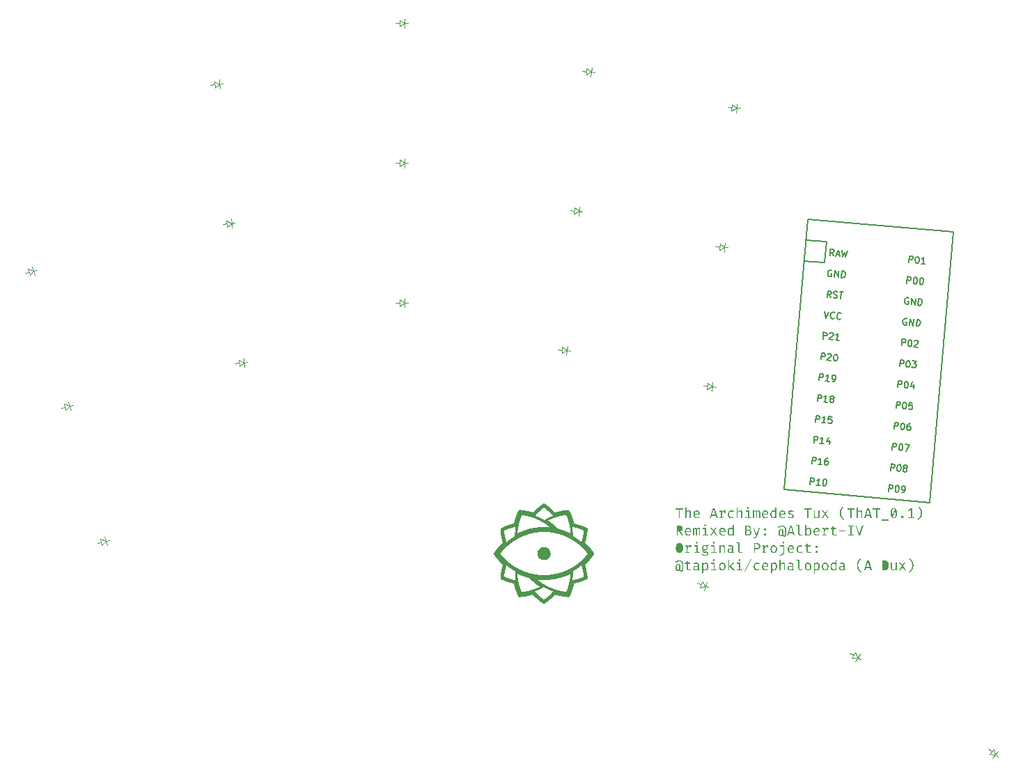
<source format=gbr>
%TF.GenerationSoftware,KiCad,Pcbnew,(5.1.10)-1*%
%TF.CreationDate,2021-09-28T22:32:17-05:00*%
%TF.ProjectId,a_duck,615f6475-636b-42e6-9b69-6361645f7063,VERSION_HERE*%
%TF.SameCoordinates,Original*%
%TF.FileFunction,Legend,Top*%
%TF.FilePolarity,Positive*%
%FSLAX46Y46*%
G04 Gerber Fmt 4.6, Leading zero omitted, Abs format (unit mm)*
G04 Created by KiCad (PCBNEW (5.1.10)-1) date 2021-09-28 22:32:17*
%MOMM*%
%LPD*%
G01*
G04 APERTURE LIST*
%ADD10C,0.150000*%
%ADD11C,0.133336*%
%ADD12C,0.100000*%
G04 APERTURE END LIST*
D10*
%TO.C,MCU1*%
X245046305Y-132124221D02*
X242168423Y-165018570D01*
X242168423Y-165018570D02*
X259880764Y-166568199D01*
X259880764Y-166568199D02*
X262758647Y-133673850D01*
X262758647Y-133673850D02*
X245046305Y-132124221D01*
X247355264Y-134875931D02*
X247133889Y-137406265D01*
X247355264Y-134875931D02*
X244824930Y-134654555D01*
X247133889Y-137406265D02*
X244603554Y-137184890D01*
D11*
%TO.C,svg2mod*%
G36*
X212286195Y-172781383D02*
G01*
X212286627Y-172806429D01*
X212287912Y-172831259D01*
X212290038Y-172855859D01*
X212292989Y-172880214D01*
X212296751Y-172904310D01*
X212301311Y-172928133D01*
X212306654Y-172951669D01*
X212312766Y-172974904D01*
X212319633Y-172997823D01*
X212327240Y-173020413D01*
X212335574Y-173042659D01*
X212344621Y-173064547D01*
X212354366Y-173086063D01*
X212364794Y-173107192D01*
X212375893Y-173127921D01*
X212387648Y-173148236D01*
X212400044Y-173168121D01*
X212413067Y-173187564D01*
X212426704Y-173206549D01*
X212440940Y-173225063D01*
X212455761Y-173243092D01*
X212471153Y-173260621D01*
X212487101Y-173277636D01*
X212503593Y-173294123D01*
X212520612Y-173310068D01*
X212538146Y-173325456D01*
X212556179Y-173340274D01*
X212574699Y-173354508D01*
X212593690Y-173368142D01*
X212613139Y-173381164D01*
X212633032Y-173393558D01*
X212653353Y-173405311D01*
X212674090Y-173416408D01*
X212695228Y-173426835D01*
X212716753Y-173436579D01*
X212738650Y-173445625D01*
X212760906Y-173453958D01*
X212783506Y-173461565D01*
X212806436Y-173468432D01*
X212829683Y-173474543D01*
X212853231Y-173479886D01*
X212877067Y-173484446D01*
X212901177Y-173488208D01*
X212925546Y-173491159D01*
X212950160Y-173493284D01*
X212975006Y-173494570D01*
X213000068Y-173495002D01*
X213025139Y-173494570D01*
X213049991Y-173493285D01*
X213074611Y-173491161D01*
X213098985Y-173488211D01*
X213123099Y-173484450D01*
X213146938Y-173479892D01*
X213170489Y-173474551D01*
X213193736Y-173468441D01*
X213216668Y-173461577D01*
X213239268Y-173453972D01*
X213261523Y-173445642D01*
X213283419Y-173436599D01*
X213304941Y-173426858D01*
X213326076Y-173416433D01*
X213346810Y-173405338D01*
X213367128Y-173393588D01*
X213387016Y-173381197D01*
X213406461Y-173368178D01*
X213425447Y-173354547D01*
X213443961Y-173340316D01*
X213461989Y-173325501D01*
X213479517Y-173310114D01*
X213496530Y-173294172D01*
X213513015Y-173277687D01*
X213528957Y-173260674D01*
X213544342Y-173243147D01*
X213559156Y-173225119D01*
X213573386Y-173206607D01*
X213587016Y-173187622D01*
X213600032Y-173168180D01*
X213612422Y-173148295D01*
X213624170Y-173127980D01*
X213635262Y-173107251D01*
X213645684Y-173086120D01*
X213655423Y-173064603D01*
X213664464Y-173042714D01*
X213672792Y-173020466D01*
X213680395Y-172997873D01*
X213687257Y-172974951D01*
X213693365Y-172951712D01*
X213698704Y-172928172D01*
X213703260Y-172904344D01*
X213707020Y-172880242D01*
X213709969Y-172855881D01*
X213712092Y-172831275D01*
X213713377Y-172806437D01*
X213713808Y-172781383D01*
X213713377Y-172756320D01*
X213712092Y-172731474D01*
X213709969Y-172706859D01*
X213707020Y-172682490D01*
X213703260Y-172658380D01*
X213698704Y-172634543D01*
X213693365Y-172610995D01*
X213687257Y-172587748D01*
X213680395Y-172564817D01*
X213672792Y-172542217D01*
X213664464Y-172519960D01*
X213655423Y-172498063D01*
X213645684Y-172476538D01*
X213635262Y-172455400D01*
X213624170Y-172434662D01*
X213612422Y-172414340D01*
X213600032Y-172394448D01*
X213587016Y-172374998D01*
X213573386Y-172356007D01*
X213559156Y-172337487D01*
X213544342Y-172319453D01*
X213528957Y-172301919D01*
X213513015Y-172284899D01*
X213496530Y-172268408D01*
X213479517Y-172252459D01*
X213461989Y-172237067D01*
X213443961Y-172222245D01*
X213425447Y-172208009D01*
X213406461Y-172194372D01*
X213387016Y-172181348D01*
X213367128Y-172168952D01*
X213346810Y-172157197D01*
X213326076Y-172146098D01*
X213304941Y-172135669D01*
X213283419Y-172125925D01*
X213261523Y-172116878D01*
X213239268Y-172108544D01*
X213216668Y-172100936D01*
X213193736Y-172094069D01*
X213170489Y-172087957D01*
X213146938Y-172082614D01*
X213123099Y-172078054D01*
X213098985Y-172074291D01*
X213074611Y-172071340D01*
X213049991Y-172069215D01*
X213025139Y-172067929D01*
X213000068Y-172067497D01*
X212975006Y-172067929D01*
X212950160Y-172069215D01*
X212925546Y-172071340D01*
X212901177Y-172074291D01*
X212877067Y-172078054D01*
X212853231Y-172082614D01*
X212829683Y-172087957D01*
X212806436Y-172094069D01*
X212783506Y-172100936D01*
X212760906Y-172108544D01*
X212738650Y-172116878D01*
X212716753Y-172125925D01*
X212695228Y-172135669D01*
X212674090Y-172146098D01*
X212653353Y-172157197D01*
X212633032Y-172168952D01*
X212613139Y-172181348D01*
X212593690Y-172194372D01*
X212574699Y-172208009D01*
X212556179Y-172222245D01*
X212538146Y-172237067D01*
X212520612Y-172252459D01*
X212503593Y-172268408D01*
X212487101Y-172284899D01*
X212471153Y-172301919D01*
X212455761Y-172319453D01*
X212440940Y-172337487D01*
X212426704Y-172356007D01*
X212413067Y-172374998D01*
X212400044Y-172394448D01*
X212387648Y-172414340D01*
X212375893Y-172434662D01*
X212364794Y-172455400D01*
X212354366Y-172476538D01*
X212344621Y-172498063D01*
X212335574Y-172519960D01*
X212327240Y-172542217D01*
X212319633Y-172564817D01*
X212312766Y-172587748D01*
X212306654Y-172610995D01*
X212301311Y-172634543D01*
X212296751Y-172658380D01*
X212292989Y-172682490D01*
X212290038Y-172706859D01*
X212287912Y-172731474D01*
X212286627Y-172756320D01*
X212286195Y-172781383D01*
G37*
X212286195Y-172781383D02*
X212286627Y-172806429D01*
X212287912Y-172831259D01*
X212290038Y-172855859D01*
X212292989Y-172880214D01*
X212296751Y-172904310D01*
X212301311Y-172928133D01*
X212306654Y-172951669D01*
X212312766Y-172974904D01*
X212319633Y-172997823D01*
X212327240Y-173020413D01*
X212335574Y-173042659D01*
X212344621Y-173064547D01*
X212354366Y-173086063D01*
X212364794Y-173107192D01*
X212375893Y-173127921D01*
X212387648Y-173148236D01*
X212400044Y-173168121D01*
X212413067Y-173187564D01*
X212426704Y-173206549D01*
X212440940Y-173225063D01*
X212455761Y-173243092D01*
X212471153Y-173260621D01*
X212487101Y-173277636D01*
X212503593Y-173294123D01*
X212520612Y-173310068D01*
X212538146Y-173325456D01*
X212556179Y-173340274D01*
X212574699Y-173354508D01*
X212593690Y-173368142D01*
X212613139Y-173381164D01*
X212633032Y-173393558D01*
X212653353Y-173405311D01*
X212674090Y-173416408D01*
X212695228Y-173426835D01*
X212716753Y-173436579D01*
X212738650Y-173445625D01*
X212760906Y-173453958D01*
X212783506Y-173461565D01*
X212806436Y-173468432D01*
X212829683Y-173474543D01*
X212853231Y-173479886D01*
X212877067Y-173484446D01*
X212901177Y-173488208D01*
X212925546Y-173491159D01*
X212950160Y-173493284D01*
X212975006Y-173494570D01*
X213000068Y-173495002D01*
X213025139Y-173494570D01*
X213049991Y-173493285D01*
X213074611Y-173491161D01*
X213098985Y-173488211D01*
X213123099Y-173484450D01*
X213146938Y-173479892D01*
X213170489Y-173474551D01*
X213193736Y-173468441D01*
X213216668Y-173461577D01*
X213239268Y-173453972D01*
X213261523Y-173445642D01*
X213283419Y-173436599D01*
X213304941Y-173426858D01*
X213326076Y-173416433D01*
X213346810Y-173405338D01*
X213367128Y-173393588D01*
X213387016Y-173381197D01*
X213406461Y-173368178D01*
X213425447Y-173354547D01*
X213443961Y-173340316D01*
X213461989Y-173325501D01*
X213479517Y-173310114D01*
X213496530Y-173294172D01*
X213513015Y-173277687D01*
X213528957Y-173260674D01*
X213544342Y-173243147D01*
X213559156Y-173225119D01*
X213573386Y-173206607D01*
X213587016Y-173187622D01*
X213600032Y-173168180D01*
X213612422Y-173148295D01*
X213624170Y-173127980D01*
X213635262Y-173107251D01*
X213645684Y-173086120D01*
X213655423Y-173064603D01*
X213664464Y-173042714D01*
X213672792Y-173020466D01*
X213680395Y-172997873D01*
X213687257Y-172974951D01*
X213693365Y-172951712D01*
X213698704Y-172928172D01*
X213703260Y-172904344D01*
X213707020Y-172880242D01*
X213709969Y-172855881D01*
X213712092Y-172831275D01*
X213713377Y-172806437D01*
X213713808Y-172781383D01*
X213713377Y-172756320D01*
X213712092Y-172731474D01*
X213709969Y-172706859D01*
X213707020Y-172682490D01*
X213703260Y-172658380D01*
X213698704Y-172634543D01*
X213693365Y-172610995D01*
X213687257Y-172587748D01*
X213680395Y-172564817D01*
X213672792Y-172542217D01*
X213664464Y-172519960D01*
X213655423Y-172498063D01*
X213645684Y-172476538D01*
X213635262Y-172455400D01*
X213624170Y-172434662D01*
X213612422Y-172414340D01*
X213600032Y-172394448D01*
X213587016Y-172374998D01*
X213573386Y-172356007D01*
X213559156Y-172337487D01*
X213544342Y-172319453D01*
X213528957Y-172301919D01*
X213513015Y-172284899D01*
X213496530Y-172268408D01*
X213479517Y-172252459D01*
X213461989Y-172237067D01*
X213443961Y-172222245D01*
X213425447Y-172208009D01*
X213406461Y-172194372D01*
X213387016Y-172181348D01*
X213367128Y-172168952D01*
X213346810Y-172157197D01*
X213326076Y-172146098D01*
X213304941Y-172135669D01*
X213283419Y-172125925D01*
X213261523Y-172116878D01*
X213239268Y-172108544D01*
X213216668Y-172100936D01*
X213193736Y-172094069D01*
X213170489Y-172087957D01*
X213146938Y-172082614D01*
X213123099Y-172078054D01*
X213098985Y-172074291D01*
X213074611Y-172071340D01*
X213049991Y-172069215D01*
X213025139Y-172067929D01*
X213000068Y-172067497D01*
X212975006Y-172067929D01*
X212950160Y-172069215D01*
X212925546Y-172071340D01*
X212901177Y-172074291D01*
X212877067Y-172078054D01*
X212853231Y-172082614D01*
X212829683Y-172087957D01*
X212806436Y-172094069D01*
X212783506Y-172100936D01*
X212760906Y-172108544D01*
X212738650Y-172116878D01*
X212716753Y-172125925D01*
X212695228Y-172135669D01*
X212674090Y-172146098D01*
X212653353Y-172157197D01*
X212633032Y-172168952D01*
X212613139Y-172181348D01*
X212593690Y-172194372D01*
X212574699Y-172208009D01*
X212556179Y-172222245D01*
X212538146Y-172237067D01*
X212520612Y-172252459D01*
X212503593Y-172268408D01*
X212487101Y-172284899D01*
X212471153Y-172301919D01*
X212455761Y-172319453D01*
X212440940Y-172337487D01*
X212426704Y-172356007D01*
X212413067Y-172374998D01*
X212400044Y-172394448D01*
X212387648Y-172414340D01*
X212375893Y-172434662D01*
X212364794Y-172455400D01*
X212354366Y-172476538D01*
X212344621Y-172498063D01*
X212335574Y-172519960D01*
X212327240Y-172542217D01*
X212319633Y-172564817D01*
X212312766Y-172587748D01*
X212306654Y-172610995D01*
X212301311Y-172634543D01*
X212296751Y-172658380D01*
X212292989Y-172682490D01*
X212290038Y-172706859D01*
X212287912Y-172731474D01*
X212286627Y-172756320D01*
X212286195Y-172781383D01*
G36*
X216388642Y-170613300D02*
G01*
X216363443Y-170607429D01*
X216340255Y-170594998D01*
X216317023Y-170582654D01*
X216293747Y-170570398D01*
X216270427Y-170558229D01*
X216247064Y-170546148D01*
X216223658Y-170534155D01*
X216200210Y-170522249D01*
X216176719Y-170510432D01*
X216153185Y-170498702D01*
X216129610Y-170487061D01*
X216105993Y-170475507D01*
X216082335Y-170464042D01*
X216058636Y-170452666D01*
X216034896Y-170441378D01*
X216011116Y-170430179D01*
X215987295Y-170419068D01*
X215963434Y-170408046D01*
X215939534Y-170397114D01*
X215915595Y-170386270D01*
X215891616Y-170375516D01*
X215867598Y-170364851D01*
X215843542Y-170354275D01*
X215819448Y-170343788D01*
X215795316Y-170333392D01*
X215771146Y-170323085D01*
X215746939Y-170312868D01*
X215722694Y-170302740D01*
X215698413Y-170292703D01*
X215674095Y-170282756D01*
X215649741Y-170272899D01*
X215625351Y-170263132D01*
X215600925Y-170253456D01*
X215576463Y-170243871D01*
X215551967Y-170234376D01*
X215527435Y-170224972D01*
X215502869Y-170215658D01*
X215478269Y-170206436D01*
X215453634Y-170197305D01*
X215428966Y-170188264D01*
X214686626Y-169861946D01*
X214712286Y-169868190D01*
X214737920Y-169874528D01*
X214763528Y-169880959D01*
X214789111Y-169887483D01*
X214814668Y-169894100D01*
X214840199Y-169900810D01*
X214865703Y-169907614D01*
X214891180Y-169914510D01*
X214916629Y-169921499D01*
X214942052Y-169928581D01*
X214967447Y-169935755D01*
X214992814Y-169943022D01*
X215018152Y-169950381D01*
X215043462Y-169957833D01*
X215068744Y-169965376D01*
X215093996Y-169973012D01*
X215119219Y-169980740D01*
X215144412Y-169988560D01*
X215169575Y-169996472D01*
X215194709Y-170004475D01*
X215219811Y-170012570D01*
X215244884Y-170020757D01*
X215269925Y-170029035D01*
X215294935Y-170037405D01*
X215319913Y-170045866D01*
X215344860Y-170054417D01*
X215369774Y-170063060D01*
X215394656Y-170071794D01*
X215419506Y-170080619D01*
X215444322Y-170089535D01*
X215469106Y-170098541D01*
X215493856Y-170107638D01*
X215518572Y-170116826D01*
X215543254Y-170126104D01*
X215567902Y-170135472D01*
X215592516Y-170144930D01*
X215617095Y-170154479D01*
X215641638Y-170164117D01*
X215666147Y-170173846D01*
X215690619Y-170183664D01*
X215715056Y-170193572D01*
X215739456Y-170203569D01*
X215763820Y-170213657D01*
X215788148Y-170223833D01*
X215812438Y-170234099D01*
X215836691Y-170244454D01*
X215860907Y-170254899D01*
X215885084Y-170265432D01*
X215909224Y-170276055D01*
X215933325Y-170286766D01*
X215957388Y-170297566D01*
X215981411Y-170308455D01*
X216005396Y-170319432D01*
X216029341Y-170330498D01*
X216053246Y-170341652D01*
X216077111Y-170352895D01*
X216100936Y-170364226D01*
X216124720Y-170375644D01*
X216148464Y-170387151D01*
X216172166Y-170398746D01*
X216195827Y-170410429D01*
X216219446Y-170422199D01*
X216243024Y-170434057D01*
X216266559Y-170446002D01*
X216290052Y-170458035D01*
X216313502Y-170470155D01*
X216336909Y-170482363D01*
X216335863Y-170455994D01*
X216334718Y-170429642D01*
X216333473Y-170403305D01*
X216332129Y-170376985D01*
X216330686Y-170350680D01*
X216329144Y-170324392D01*
X216327502Y-170298121D01*
X216325761Y-170271866D01*
X216323921Y-170245627D01*
X216321982Y-170219406D01*
X216319943Y-170193202D01*
X216317806Y-170167014D01*
X216315569Y-170140844D01*
X216313234Y-170114692D01*
X216310799Y-170088557D01*
X216308265Y-170062439D01*
X216305633Y-170036340D01*
X216302902Y-170010258D01*
X216300071Y-169984194D01*
X216297142Y-169958149D01*
X216294114Y-169932122D01*
X216290988Y-169906113D01*
X216287762Y-169880123D01*
X216284438Y-169854152D01*
X216281015Y-169828199D01*
X216277494Y-169802266D01*
X216273874Y-169776351D01*
X216270156Y-169750456D01*
X216266339Y-169724581D01*
X216262423Y-169698724D01*
X216258409Y-169672888D01*
X216254297Y-169647071D01*
X216250086Y-169621274D01*
X216245776Y-169595498D01*
X216241369Y-169569741D01*
X216236863Y-169544005D01*
X216232259Y-169518289D01*
X216227557Y-169492594D01*
X216222756Y-169466920D01*
X216217857Y-169441266D01*
X216212860Y-169415634D01*
X216207765Y-169390023D01*
X216202572Y-169364433D01*
X216197281Y-169338864D01*
X216191892Y-169313317D01*
X216186405Y-169287791D01*
X216180820Y-169262287D01*
X216175138Y-169236806D01*
X216169357Y-169211346D01*
X216163478Y-169185908D01*
X216157502Y-169160493D01*
X216151428Y-169135101D01*
X216145256Y-169109730D01*
X216138986Y-169084383D01*
X216132619Y-169059059D01*
X216126154Y-169033757D01*
X216119592Y-169008479D01*
X216112932Y-168983224D01*
X216106174Y-168957992D01*
X216099319Y-168932784D01*
X216092366Y-168907599D01*
X216085316Y-168882438D01*
X216078169Y-168857302D01*
X216070924Y-168832189D01*
X216063582Y-168807100D01*
X216056143Y-168782036D01*
X216048606Y-168756997D01*
X216040972Y-168731982D01*
X216033241Y-168706991D01*
X216025413Y-168682026D01*
X216017487Y-168657085D01*
X216009465Y-168632170D01*
X216001345Y-168607280D01*
X215993128Y-168582415D01*
X215984815Y-168557576D01*
X215976404Y-168532762D01*
X215967897Y-168507975D01*
X215959292Y-168483213D01*
X215950591Y-168458477D01*
X215941793Y-168433768D01*
X215932898Y-168409085D01*
X215923906Y-168384428D01*
X215914817Y-168359798D01*
X215905632Y-168335195D01*
X215896350Y-168310618D01*
X215886972Y-168286069D01*
X215877496Y-168261547D01*
X215867925Y-168237051D01*
X215858256Y-168212584D01*
X215848492Y-168188144D01*
X215838630Y-168163731D01*
X215828673Y-168139347D01*
X215818619Y-168114990D01*
X215808468Y-168090661D01*
X215798221Y-168066361D01*
X215787878Y-168042089D01*
X215777439Y-168017845D01*
X215766903Y-167993630D01*
X215740653Y-167996598D01*
X215714427Y-167999663D01*
X215688224Y-168002826D01*
X215662044Y-168006087D01*
X215635888Y-168009445D01*
X215609756Y-168012901D01*
X215583648Y-168016455D01*
X215557564Y-168020106D01*
X215531504Y-168023855D01*
X215505468Y-168027702D01*
X215479457Y-168031645D01*
X215453471Y-168035687D01*
X215427509Y-168039825D01*
X215401573Y-168044061D01*
X215375661Y-168048394D01*
X215349774Y-168052825D01*
X215323913Y-168057353D01*
X215298077Y-168061977D01*
X215272267Y-168066699D01*
X215246482Y-168071518D01*
X215220723Y-168076434D01*
X215194990Y-168081447D01*
X215169283Y-168086557D01*
X215143603Y-168091764D01*
X215117948Y-168097068D01*
X215092320Y-168102468D01*
X215066719Y-168107966D01*
X215041145Y-168113560D01*
X215015597Y-168119250D01*
X214990076Y-168125038D01*
X214964583Y-168130922D01*
X214939117Y-168136902D01*
X214913678Y-168142979D01*
X214888266Y-168149153D01*
X214862883Y-168155423D01*
X214837527Y-168161789D01*
X214812199Y-168168252D01*
X214786899Y-168174811D01*
X214761628Y-168181466D01*
X214736384Y-168188218D01*
X214711169Y-168195065D01*
X214685983Y-168202009D01*
X214660826Y-168209049D01*
X214635697Y-168216185D01*
X214610597Y-168223417D01*
X214585527Y-168230745D01*
X214560486Y-168238169D01*
X214535474Y-168245688D01*
X214510491Y-168253304D01*
X214485538Y-168261015D01*
X214460616Y-168268822D01*
X214435723Y-168276725D01*
X214410860Y-168284724D01*
X214386027Y-168292818D01*
X214361224Y-168301007D01*
X214336452Y-168309293D01*
X214311711Y-168317673D01*
X214287000Y-168326150D01*
X214262320Y-168334721D01*
X214237671Y-168343388D01*
X214213054Y-168352151D01*
X214188467Y-168361008D01*
X214163912Y-168369961D01*
X214139388Y-168379009D01*
X214114896Y-168388152D01*
X214090436Y-168397391D01*
X214066008Y-168406724D01*
X214041611Y-168416152D01*
X214017247Y-168425676D01*
X213992916Y-168435294D01*
X213968616Y-168445007D01*
X213944349Y-168454815D01*
X213920115Y-168464718D01*
X213895914Y-168474716D01*
X213871746Y-168484809D01*
X213847611Y-168494996D01*
X213823509Y-168505278D01*
X213799440Y-168515654D01*
X213775405Y-168526125D01*
X213751404Y-168536690D01*
X213727436Y-168547350D01*
X213703502Y-168558105D01*
X213679602Y-168568953D01*
X213655737Y-168579897D01*
X213631906Y-168590934D01*
X213608109Y-168602066D01*
X213584347Y-168613292D01*
X213560619Y-168624612D01*
X213536926Y-168636026D01*
X213513268Y-168647534D01*
X213489646Y-168659137D01*
X213466058Y-168670833D01*
X213442506Y-168682624D01*
X213418989Y-168694508D01*
X213395508Y-168706486D01*
X213372063Y-168718558D01*
X213348654Y-168730724D01*
X213325280Y-168742984D01*
X213347540Y-168757167D01*
X213369746Y-168771431D01*
X213391898Y-168785775D01*
X213413996Y-168800199D01*
X213436039Y-168814703D01*
X213458027Y-168829286D01*
X213479960Y-168843948D01*
X213501838Y-168858689D01*
X213523661Y-168873510D01*
X213545428Y-168888409D01*
X213567139Y-168903386D01*
X213588793Y-168918442D01*
X213610392Y-168933577D01*
X213631933Y-168948789D01*
X213653418Y-168964079D01*
X213674846Y-168979447D01*
X213696217Y-168994892D01*
X213717530Y-169010415D01*
X213738785Y-169026014D01*
X213759982Y-169041691D01*
X213781121Y-169057444D01*
X213802202Y-169073274D01*
X213823224Y-169089180D01*
X213844187Y-169105163D01*
X213865090Y-169121222D01*
X213885935Y-169137356D01*
X213906720Y-169153566D01*
X213927445Y-169169852D01*
X213948110Y-169186213D01*
X213968715Y-169202649D01*
X213989259Y-169219160D01*
X214009743Y-169235745D01*
X214030165Y-169252406D01*
X214050527Y-169269141D01*
X214070826Y-169285950D01*
X214091065Y-169302833D01*
X214111241Y-169319789D01*
X214131356Y-169336820D01*
X214151408Y-169353924D01*
X214171397Y-169371102D01*
X214191324Y-169388352D01*
X214211187Y-169405676D01*
X214230988Y-169423072D01*
X214250724Y-169440541D01*
X214270398Y-169458082D01*
X214290007Y-169475696D01*
X214309552Y-169493381D01*
X214329033Y-169511139D01*
X214348449Y-169528968D01*
X214367800Y-169546869D01*
X214387086Y-169564841D01*
X214406307Y-169582884D01*
X214425462Y-169600998D01*
X214444552Y-169619183D01*
X214463575Y-169637438D01*
X214482532Y-169655764D01*
X214501423Y-169674160D01*
X214520247Y-169692627D01*
X214539005Y-169711163D01*
X214557695Y-169729769D01*
X214576317Y-169748444D01*
X214594873Y-169767189D01*
X214613360Y-169786003D01*
X214631779Y-169804886D01*
X214650130Y-169823837D01*
X214668413Y-169842858D01*
X214686626Y-169861946D01*
X215428966Y-170188264D01*
X215404264Y-170179316D01*
X215379529Y-170170458D01*
X215354762Y-170161692D01*
X215329961Y-170153018D01*
X215305128Y-170144435D01*
X215280263Y-170135944D01*
X215255366Y-170127545D01*
X215230438Y-170119238D01*
X215205478Y-170111023D01*
X215180488Y-170102901D01*
X215155467Y-170094870D01*
X215130415Y-170086932D01*
X215105333Y-170079087D01*
X215080222Y-170071334D01*
X215055080Y-170063674D01*
X215029910Y-170056107D01*
X215004710Y-170048633D01*
X214979482Y-170041252D01*
X214954225Y-170033964D01*
X214928940Y-170026770D01*
X214903628Y-170019668D01*
X214878287Y-170012661D01*
X214852919Y-170005746D01*
X214827525Y-169998926D01*
X214802103Y-169992199D01*
X214776655Y-169985566D01*
X214751181Y-169979028D01*
X214725680Y-169972583D01*
X214700155Y-169966233D01*
X214674603Y-169959976D01*
X214649027Y-169953815D01*
X214632710Y-169946665D01*
X214620493Y-169934614D01*
X214602308Y-169915518D01*
X214584052Y-169896490D01*
X214565727Y-169877533D01*
X214547333Y-169858645D01*
X214528870Y-169839827D01*
X214510338Y-169821078D01*
X214491738Y-169802400D01*
X214473069Y-169783793D01*
X214454333Y-169765256D01*
X214435528Y-169746789D01*
X214416656Y-169728394D01*
X214397717Y-169710070D01*
X214378711Y-169691817D01*
X214359637Y-169673636D01*
X214340497Y-169655526D01*
X214321291Y-169637489D01*
X214302019Y-169619523D01*
X214282680Y-169601630D01*
X214263276Y-169583809D01*
X214243807Y-169566061D01*
X214224272Y-169548386D01*
X214204672Y-169530784D01*
X214185008Y-169513255D01*
X214165279Y-169495799D01*
X214145485Y-169478417D01*
X214125628Y-169461109D01*
X214105707Y-169443875D01*
X214085722Y-169426715D01*
X214065674Y-169409630D01*
X214045563Y-169392619D01*
X214025388Y-169375683D01*
X214005152Y-169358822D01*
X213984852Y-169342035D01*
X213964491Y-169325325D01*
X213944068Y-169308690D01*
X213923583Y-169292130D01*
X213903036Y-169275646D01*
X213882428Y-169259239D01*
X213861759Y-169242908D01*
X213841030Y-169226653D01*
X213820239Y-169210475D01*
X213799389Y-169194374D01*
X213778478Y-169178349D01*
X213757508Y-169162402D01*
X213736478Y-169146533D01*
X213715388Y-169130741D01*
X213694240Y-169115027D01*
X213673032Y-169099391D01*
X213651766Y-169083833D01*
X213630442Y-169068353D01*
X213609059Y-169052952D01*
X213587618Y-169037630D01*
X213566119Y-169022386D01*
X213544563Y-169007222D01*
X213522950Y-168992137D01*
X213501280Y-168977132D01*
X213479552Y-168962206D01*
X213457769Y-168947360D01*
X213435929Y-168932595D01*
X213414032Y-168917909D01*
X213392080Y-168903304D01*
X213370073Y-168888780D01*
X213348009Y-168874336D01*
X213325891Y-168859974D01*
X213303718Y-168845693D01*
X213281490Y-168831493D01*
X213259207Y-168817375D01*
X213236871Y-168803338D01*
X213214480Y-168789384D01*
X213195981Y-168781217D01*
X213182080Y-168765650D01*
X213176039Y-168747399D01*
X213177347Y-168728849D01*
X213185455Y-168712098D01*
X213199812Y-168699248D01*
X213201532Y-168698179D01*
X213224773Y-168685617D01*
X213248051Y-168673147D01*
X213271363Y-168660770D01*
X213294712Y-168648485D01*
X213318095Y-168636292D01*
X213341514Y-168624191D01*
X213364969Y-168612183D01*
X213388458Y-168600267D01*
X213411982Y-168588444D01*
X213435541Y-168576713D01*
X213459135Y-168565075D01*
X213482763Y-168553530D01*
X213506426Y-168542077D01*
X213530123Y-168530717D01*
X213553854Y-168519450D01*
X213577619Y-168508275D01*
X213601418Y-168497193D01*
X213625251Y-168486204D01*
X213649117Y-168475308D01*
X213673017Y-168464505D01*
X213696950Y-168453795D01*
X213720917Y-168443177D01*
X213744916Y-168432653D01*
X213768949Y-168422222D01*
X213793015Y-168411884D01*
X213817113Y-168401640D01*
X213841244Y-168391488D01*
X213865407Y-168381430D01*
X213889603Y-168371465D01*
X213913831Y-168361593D01*
X213938091Y-168351815D01*
X213962383Y-168342130D01*
X213986707Y-168332539D01*
X214011063Y-168323041D01*
X214035450Y-168313637D01*
X214059869Y-168304326D01*
X214084319Y-168295109D01*
X214108800Y-168285986D01*
X214133313Y-168276956D01*
X214157856Y-168268020D01*
X214182430Y-168259178D01*
X214207035Y-168250429D01*
X214231671Y-168241775D01*
X214256336Y-168233214D01*
X214281033Y-168224748D01*
X214305759Y-168216375D01*
X214330515Y-168208096D01*
X214355302Y-168199912D01*
X214380118Y-168191821D01*
X214404964Y-168183825D01*
X214429839Y-168175923D01*
X214454744Y-168168115D01*
X214479678Y-168160401D01*
X214504641Y-168152782D01*
X214529634Y-168145257D01*
X214554655Y-168137826D01*
X214579705Y-168130490D01*
X214604783Y-168123248D01*
X214629891Y-168116101D01*
X214655026Y-168109049D01*
X214680190Y-168102091D01*
X214705382Y-168095227D01*
X214730602Y-168088459D01*
X214755850Y-168081785D01*
X214781125Y-168075205D01*
X214806428Y-168068721D01*
X214831759Y-168062331D01*
X214857117Y-168056037D01*
X214882502Y-168049837D01*
X214907915Y-168043732D01*
X214933354Y-168037722D01*
X214958821Y-168031807D01*
X214984314Y-168025988D01*
X215009833Y-168020263D01*
X215035379Y-168014634D01*
X215060952Y-168009099D01*
X215086550Y-168003660D01*
X215112175Y-167998317D01*
X215137826Y-167993068D01*
X215163502Y-167987915D01*
X215189205Y-167982858D01*
X215214932Y-167977895D01*
X215240686Y-167973029D01*
X215266464Y-167968258D01*
X215292268Y-167963582D01*
X215318097Y-167959002D01*
X215343951Y-167954518D01*
X215369829Y-167950129D01*
X215395733Y-167945836D01*
X215421660Y-167941639D01*
X215447613Y-167937538D01*
X215473589Y-167933532D01*
X215499590Y-167929623D01*
X215525615Y-167925809D01*
X215551663Y-167922091D01*
X215577736Y-167918470D01*
X215603832Y-167914944D01*
X215629952Y-167911514D01*
X215656095Y-167908181D01*
X215682261Y-167904944D01*
X215708450Y-167901803D01*
X215734663Y-167898758D01*
X215760898Y-167895810D01*
X215787156Y-167892958D01*
X215808752Y-167893164D01*
X215828362Y-167902972D01*
X215842223Y-167920959D01*
X215852888Y-167945123D01*
X215863457Y-167969317D01*
X215873932Y-167993539D01*
X215884312Y-168017789D01*
X215894597Y-168042067D01*
X215904787Y-168066373D01*
X215914882Y-168090707D01*
X215924882Y-168115068D01*
X215934787Y-168139458D01*
X215944597Y-168163874D01*
X215954312Y-168188318D01*
X215963932Y-168212789D01*
X215973457Y-168237288D01*
X215982886Y-168261813D01*
X215992221Y-168286365D01*
X216001460Y-168310943D01*
X216010604Y-168335549D01*
X216019652Y-168360180D01*
X216028606Y-168384838D01*
X216037464Y-168409522D01*
X216046226Y-168434232D01*
X216054893Y-168458968D01*
X216063465Y-168483729D01*
X216071941Y-168508516D01*
X216080322Y-168533329D01*
X216088607Y-168558167D01*
X216096797Y-168583030D01*
X216104890Y-168607919D01*
X216112889Y-168632832D01*
X216120791Y-168657770D01*
X216128598Y-168682733D01*
X216136309Y-168707720D01*
X216143925Y-168732732D01*
X216151444Y-168757768D01*
X216158868Y-168782829D01*
X216166196Y-168807913D01*
X216173428Y-168833021D01*
X216180564Y-168858153D01*
X216187604Y-168883309D01*
X216194548Y-168908488D01*
X216201396Y-168933691D01*
X216208148Y-168958917D01*
X216214804Y-168984166D01*
X216221364Y-169009438D01*
X216227827Y-169034733D01*
X216234195Y-169060050D01*
X216240466Y-169085390D01*
X216246641Y-169110753D01*
X216252720Y-169136138D01*
X216258702Y-169161545D01*
X216264588Y-169186975D01*
X216270378Y-169212426D01*
X216276071Y-169237899D01*
X216281667Y-169263394D01*
X216287168Y-169288910D01*
X216292571Y-169314448D01*
X216297879Y-169340007D01*
X216303089Y-169365587D01*
X216308203Y-169391188D01*
X216313221Y-169416811D01*
X216318142Y-169442454D01*
X216322966Y-169468117D01*
X216327693Y-169493801D01*
X216332323Y-169519506D01*
X216336857Y-169545231D01*
X216341294Y-169570975D01*
X216345634Y-169596740D01*
X216349877Y-169622525D01*
X216354023Y-169648329D01*
X216358073Y-169674153D01*
X216362025Y-169699997D01*
X216365880Y-169725860D01*
X216369638Y-169751742D01*
X216373299Y-169777643D01*
X216376863Y-169803563D01*
X216380330Y-169829502D01*
X216383700Y-169855459D01*
X216386972Y-169881435D01*
X216390148Y-169907430D01*
X216393226Y-169933442D01*
X216396206Y-169959473D01*
X216399089Y-169985522D01*
X216401875Y-170011589D01*
X216404564Y-170037674D01*
X216407155Y-170063776D01*
X216409648Y-170089896D01*
X216412044Y-170116033D01*
X216414343Y-170142187D01*
X216416544Y-170168359D01*
X216418647Y-170194547D01*
X216420653Y-170220752D01*
X216422561Y-170246974D01*
X216424372Y-170273213D01*
X216426084Y-170299468D01*
X216427699Y-170325740D01*
X216429216Y-170352027D01*
X216430636Y-170378331D01*
X216431957Y-170404650D01*
X216433181Y-170430986D01*
X216434306Y-170457337D01*
X216435334Y-170483703D01*
X216436264Y-170510085D01*
X216437095Y-170536482D01*
X216437829Y-170562895D01*
X216434493Y-170582029D01*
X216423962Y-170598363D01*
X216407744Y-170609429D01*
X216388628Y-170613296D01*
X216388642Y-170613300D01*
G37*
X216388642Y-170613300D02*
X216363443Y-170607429D01*
X216340255Y-170594998D01*
X216317023Y-170582654D01*
X216293747Y-170570398D01*
X216270427Y-170558229D01*
X216247064Y-170546148D01*
X216223658Y-170534155D01*
X216200210Y-170522249D01*
X216176719Y-170510432D01*
X216153185Y-170498702D01*
X216129610Y-170487061D01*
X216105993Y-170475507D01*
X216082335Y-170464042D01*
X216058636Y-170452666D01*
X216034896Y-170441378D01*
X216011116Y-170430179D01*
X215987295Y-170419068D01*
X215963434Y-170408046D01*
X215939534Y-170397114D01*
X215915595Y-170386270D01*
X215891616Y-170375516D01*
X215867598Y-170364851D01*
X215843542Y-170354275D01*
X215819448Y-170343788D01*
X215795316Y-170333392D01*
X215771146Y-170323085D01*
X215746939Y-170312868D01*
X215722694Y-170302740D01*
X215698413Y-170292703D01*
X215674095Y-170282756D01*
X215649741Y-170272899D01*
X215625351Y-170263132D01*
X215600925Y-170253456D01*
X215576463Y-170243871D01*
X215551967Y-170234376D01*
X215527435Y-170224972D01*
X215502869Y-170215658D01*
X215478269Y-170206436D01*
X215453634Y-170197305D01*
X215428966Y-170188264D01*
X214686626Y-169861946D01*
X214712286Y-169868190D01*
X214737920Y-169874528D01*
X214763528Y-169880959D01*
X214789111Y-169887483D01*
X214814668Y-169894100D01*
X214840199Y-169900810D01*
X214865703Y-169907614D01*
X214891180Y-169914510D01*
X214916629Y-169921499D01*
X214942052Y-169928581D01*
X214967447Y-169935755D01*
X214992814Y-169943022D01*
X215018152Y-169950381D01*
X215043462Y-169957833D01*
X215068744Y-169965376D01*
X215093996Y-169973012D01*
X215119219Y-169980740D01*
X215144412Y-169988560D01*
X215169575Y-169996472D01*
X215194709Y-170004475D01*
X215219811Y-170012570D01*
X215244884Y-170020757D01*
X215269925Y-170029035D01*
X215294935Y-170037405D01*
X215319913Y-170045866D01*
X215344860Y-170054417D01*
X215369774Y-170063060D01*
X215394656Y-170071794D01*
X215419506Y-170080619D01*
X215444322Y-170089535D01*
X215469106Y-170098541D01*
X215493856Y-170107638D01*
X215518572Y-170116826D01*
X215543254Y-170126104D01*
X215567902Y-170135472D01*
X215592516Y-170144930D01*
X215617095Y-170154479D01*
X215641638Y-170164117D01*
X215666147Y-170173846D01*
X215690619Y-170183664D01*
X215715056Y-170193572D01*
X215739456Y-170203569D01*
X215763820Y-170213657D01*
X215788148Y-170223833D01*
X215812438Y-170234099D01*
X215836691Y-170244454D01*
X215860907Y-170254899D01*
X215885084Y-170265432D01*
X215909224Y-170276055D01*
X215933325Y-170286766D01*
X215957388Y-170297566D01*
X215981411Y-170308455D01*
X216005396Y-170319432D01*
X216029341Y-170330498D01*
X216053246Y-170341652D01*
X216077111Y-170352895D01*
X216100936Y-170364226D01*
X216124720Y-170375644D01*
X216148464Y-170387151D01*
X216172166Y-170398746D01*
X216195827Y-170410429D01*
X216219446Y-170422199D01*
X216243024Y-170434057D01*
X216266559Y-170446002D01*
X216290052Y-170458035D01*
X216313502Y-170470155D01*
X216336909Y-170482363D01*
X216335863Y-170455994D01*
X216334718Y-170429642D01*
X216333473Y-170403305D01*
X216332129Y-170376985D01*
X216330686Y-170350680D01*
X216329144Y-170324392D01*
X216327502Y-170298121D01*
X216325761Y-170271866D01*
X216323921Y-170245627D01*
X216321982Y-170219406D01*
X216319943Y-170193202D01*
X216317806Y-170167014D01*
X216315569Y-170140844D01*
X216313234Y-170114692D01*
X216310799Y-170088557D01*
X216308265Y-170062439D01*
X216305633Y-170036340D01*
X216302902Y-170010258D01*
X216300071Y-169984194D01*
X216297142Y-169958149D01*
X216294114Y-169932122D01*
X216290988Y-169906113D01*
X216287762Y-169880123D01*
X216284438Y-169854152D01*
X216281015Y-169828199D01*
X216277494Y-169802266D01*
X216273874Y-169776351D01*
X216270156Y-169750456D01*
X216266339Y-169724581D01*
X216262423Y-169698724D01*
X216258409Y-169672888D01*
X216254297Y-169647071D01*
X216250086Y-169621274D01*
X216245776Y-169595498D01*
X216241369Y-169569741D01*
X216236863Y-169544005D01*
X216232259Y-169518289D01*
X216227557Y-169492594D01*
X216222756Y-169466920D01*
X216217857Y-169441266D01*
X216212860Y-169415634D01*
X216207765Y-169390023D01*
X216202572Y-169364433D01*
X216197281Y-169338864D01*
X216191892Y-169313317D01*
X216186405Y-169287791D01*
X216180820Y-169262287D01*
X216175138Y-169236806D01*
X216169357Y-169211346D01*
X216163478Y-169185908D01*
X216157502Y-169160493D01*
X216151428Y-169135101D01*
X216145256Y-169109730D01*
X216138986Y-169084383D01*
X216132619Y-169059059D01*
X216126154Y-169033757D01*
X216119592Y-169008479D01*
X216112932Y-168983224D01*
X216106174Y-168957992D01*
X216099319Y-168932784D01*
X216092366Y-168907599D01*
X216085316Y-168882438D01*
X216078169Y-168857302D01*
X216070924Y-168832189D01*
X216063582Y-168807100D01*
X216056143Y-168782036D01*
X216048606Y-168756997D01*
X216040972Y-168731982D01*
X216033241Y-168706991D01*
X216025413Y-168682026D01*
X216017487Y-168657085D01*
X216009465Y-168632170D01*
X216001345Y-168607280D01*
X215993128Y-168582415D01*
X215984815Y-168557576D01*
X215976404Y-168532762D01*
X215967897Y-168507975D01*
X215959292Y-168483213D01*
X215950591Y-168458477D01*
X215941793Y-168433768D01*
X215932898Y-168409085D01*
X215923906Y-168384428D01*
X215914817Y-168359798D01*
X215905632Y-168335195D01*
X215896350Y-168310618D01*
X215886972Y-168286069D01*
X215877496Y-168261547D01*
X215867925Y-168237051D01*
X215858256Y-168212584D01*
X215848492Y-168188144D01*
X215838630Y-168163731D01*
X215828673Y-168139347D01*
X215818619Y-168114990D01*
X215808468Y-168090661D01*
X215798221Y-168066361D01*
X215787878Y-168042089D01*
X215777439Y-168017845D01*
X215766903Y-167993630D01*
X215740653Y-167996598D01*
X215714427Y-167999663D01*
X215688224Y-168002826D01*
X215662044Y-168006087D01*
X215635888Y-168009445D01*
X215609756Y-168012901D01*
X215583648Y-168016455D01*
X215557564Y-168020106D01*
X215531504Y-168023855D01*
X215505468Y-168027702D01*
X215479457Y-168031645D01*
X215453471Y-168035687D01*
X215427509Y-168039825D01*
X215401573Y-168044061D01*
X215375661Y-168048394D01*
X215349774Y-168052825D01*
X215323913Y-168057353D01*
X215298077Y-168061977D01*
X215272267Y-168066699D01*
X215246482Y-168071518D01*
X215220723Y-168076434D01*
X215194990Y-168081447D01*
X215169283Y-168086557D01*
X215143603Y-168091764D01*
X215117948Y-168097068D01*
X215092320Y-168102468D01*
X215066719Y-168107966D01*
X215041145Y-168113560D01*
X215015597Y-168119250D01*
X214990076Y-168125038D01*
X214964583Y-168130922D01*
X214939117Y-168136902D01*
X214913678Y-168142979D01*
X214888266Y-168149153D01*
X214862883Y-168155423D01*
X214837527Y-168161789D01*
X214812199Y-168168252D01*
X214786899Y-168174811D01*
X214761628Y-168181466D01*
X214736384Y-168188218D01*
X214711169Y-168195065D01*
X214685983Y-168202009D01*
X214660826Y-168209049D01*
X214635697Y-168216185D01*
X214610597Y-168223417D01*
X214585527Y-168230745D01*
X214560486Y-168238169D01*
X214535474Y-168245688D01*
X214510491Y-168253304D01*
X214485538Y-168261015D01*
X214460616Y-168268822D01*
X214435723Y-168276725D01*
X214410860Y-168284724D01*
X214386027Y-168292818D01*
X214361224Y-168301007D01*
X214336452Y-168309293D01*
X214311711Y-168317673D01*
X214287000Y-168326150D01*
X214262320Y-168334721D01*
X214237671Y-168343388D01*
X214213054Y-168352151D01*
X214188467Y-168361008D01*
X214163912Y-168369961D01*
X214139388Y-168379009D01*
X214114896Y-168388152D01*
X214090436Y-168397391D01*
X214066008Y-168406724D01*
X214041611Y-168416152D01*
X214017247Y-168425676D01*
X213992916Y-168435294D01*
X213968616Y-168445007D01*
X213944349Y-168454815D01*
X213920115Y-168464718D01*
X213895914Y-168474716D01*
X213871746Y-168484809D01*
X213847611Y-168494996D01*
X213823509Y-168505278D01*
X213799440Y-168515654D01*
X213775405Y-168526125D01*
X213751404Y-168536690D01*
X213727436Y-168547350D01*
X213703502Y-168558105D01*
X213679602Y-168568953D01*
X213655737Y-168579897D01*
X213631906Y-168590934D01*
X213608109Y-168602066D01*
X213584347Y-168613292D01*
X213560619Y-168624612D01*
X213536926Y-168636026D01*
X213513268Y-168647534D01*
X213489646Y-168659137D01*
X213466058Y-168670833D01*
X213442506Y-168682624D01*
X213418989Y-168694508D01*
X213395508Y-168706486D01*
X213372063Y-168718558D01*
X213348654Y-168730724D01*
X213325280Y-168742984D01*
X213347540Y-168757167D01*
X213369746Y-168771431D01*
X213391898Y-168785775D01*
X213413996Y-168800199D01*
X213436039Y-168814703D01*
X213458027Y-168829286D01*
X213479960Y-168843948D01*
X213501838Y-168858689D01*
X213523661Y-168873510D01*
X213545428Y-168888409D01*
X213567139Y-168903386D01*
X213588793Y-168918442D01*
X213610392Y-168933577D01*
X213631933Y-168948789D01*
X213653418Y-168964079D01*
X213674846Y-168979447D01*
X213696217Y-168994892D01*
X213717530Y-169010415D01*
X213738785Y-169026014D01*
X213759982Y-169041691D01*
X213781121Y-169057444D01*
X213802202Y-169073274D01*
X213823224Y-169089180D01*
X213844187Y-169105163D01*
X213865090Y-169121222D01*
X213885935Y-169137356D01*
X213906720Y-169153566D01*
X213927445Y-169169852D01*
X213948110Y-169186213D01*
X213968715Y-169202649D01*
X213989259Y-169219160D01*
X214009743Y-169235745D01*
X214030165Y-169252406D01*
X214050527Y-169269141D01*
X214070826Y-169285950D01*
X214091065Y-169302833D01*
X214111241Y-169319789D01*
X214131356Y-169336820D01*
X214151408Y-169353924D01*
X214171397Y-169371102D01*
X214191324Y-169388352D01*
X214211187Y-169405676D01*
X214230988Y-169423072D01*
X214250724Y-169440541D01*
X214270398Y-169458082D01*
X214290007Y-169475696D01*
X214309552Y-169493381D01*
X214329033Y-169511139D01*
X214348449Y-169528968D01*
X214367800Y-169546869D01*
X214387086Y-169564841D01*
X214406307Y-169582884D01*
X214425462Y-169600998D01*
X214444552Y-169619183D01*
X214463575Y-169637438D01*
X214482532Y-169655764D01*
X214501423Y-169674160D01*
X214520247Y-169692627D01*
X214539005Y-169711163D01*
X214557695Y-169729769D01*
X214576317Y-169748444D01*
X214594873Y-169767189D01*
X214613360Y-169786003D01*
X214631779Y-169804886D01*
X214650130Y-169823837D01*
X214668413Y-169842858D01*
X214686626Y-169861946D01*
X215428966Y-170188264D01*
X215404264Y-170179316D01*
X215379529Y-170170458D01*
X215354762Y-170161692D01*
X215329961Y-170153018D01*
X215305128Y-170144435D01*
X215280263Y-170135944D01*
X215255366Y-170127545D01*
X215230438Y-170119238D01*
X215205478Y-170111023D01*
X215180488Y-170102901D01*
X215155467Y-170094870D01*
X215130415Y-170086932D01*
X215105333Y-170079087D01*
X215080222Y-170071334D01*
X215055080Y-170063674D01*
X215029910Y-170056107D01*
X215004710Y-170048633D01*
X214979482Y-170041252D01*
X214954225Y-170033964D01*
X214928940Y-170026770D01*
X214903628Y-170019668D01*
X214878287Y-170012661D01*
X214852919Y-170005746D01*
X214827525Y-169998926D01*
X214802103Y-169992199D01*
X214776655Y-169985566D01*
X214751181Y-169979028D01*
X214725680Y-169972583D01*
X214700155Y-169966233D01*
X214674603Y-169959976D01*
X214649027Y-169953815D01*
X214632710Y-169946665D01*
X214620493Y-169934614D01*
X214602308Y-169915518D01*
X214584052Y-169896490D01*
X214565727Y-169877533D01*
X214547333Y-169858645D01*
X214528870Y-169839827D01*
X214510338Y-169821078D01*
X214491738Y-169802400D01*
X214473069Y-169783793D01*
X214454333Y-169765256D01*
X214435528Y-169746789D01*
X214416656Y-169728394D01*
X214397717Y-169710070D01*
X214378711Y-169691817D01*
X214359637Y-169673636D01*
X214340497Y-169655526D01*
X214321291Y-169637489D01*
X214302019Y-169619523D01*
X214282680Y-169601630D01*
X214263276Y-169583809D01*
X214243807Y-169566061D01*
X214224272Y-169548386D01*
X214204672Y-169530784D01*
X214185008Y-169513255D01*
X214165279Y-169495799D01*
X214145485Y-169478417D01*
X214125628Y-169461109D01*
X214105707Y-169443875D01*
X214085722Y-169426715D01*
X214065674Y-169409630D01*
X214045563Y-169392619D01*
X214025388Y-169375683D01*
X214005152Y-169358822D01*
X213984852Y-169342035D01*
X213964491Y-169325325D01*
X213944068Y-169308690D01*
X213923583Y-169292130D01*
X213903036Y-169275646D01*
X213882428Y-169259239D01*
X213861759Y-169242908D01*
X213841030Y-169226653D01*
X213820239Y-169210475D01*
X213799389Y-169194374D01*
X213778478Y-169178349D01*
X213757508Y-169162402D01*
X213736478Y-169146533D01*
X213715388Y-169130741D01*
X213694240Y-169115027D01*
X213673032Y-169099391D01*
X213651766Y-169083833D01*
X213630442Y-169068353D01*
X213609059Y-169052952D01*
X213587618Y-169037630D01*
X213566119Y-169022386D01*
X213544563Y-169007222D01*
X213522950Y-168992137D01*
X213501280Y-168977132D01*
X213479552Y-168962206D01*
X213457769Y-168947360D01*
X213435929Y-168932595D01*
X213414032Y-168917909D01*
X213392080Y-168903304D01*
X213370073Y-168888780D01*
X213348009Y-168874336D01*
X213325891Y-168859974D01*
X213303718Y-168845693D01*
X213281490Y-168831493D01*
X213259207Y-168817375D01*
X213236871Y-168803338D01*
X213214480Y-168789384D01*
X213195981Y-168781217D01*
X213182080Y-168765650D01*
X213176039Y-168747399D01*
X213177347Y-168728849D01*
X213185455Y-168712098D01*
X213199812Y-168699248D01*
X213201532Y-168698179D01*
X213224773Y-168685617D01*
X213248051Y-168673147D01*
X213271363Y-168660770D01*
X213294712Y-168648485D01*
X213318095Y-168636292D01*
X213341514Y-168624191D01*
X213364969Y-168612183D01*
X213388458Y-168600267D01*
X213411982Y-168588444D01*
X213435541Y-168576713D01*
X213459135Y-168565075D01*
X213482763Y-168553530D01*
X213506426Y-168542077D01*
X213530123Y-168530717D01*
X213553854Y-168519450D01*
X213577619Y-168508275D01*
X213601418Y-168497193D01*
X213625251Y-168486204D01*
X213649117Y-168475308D01*
X213673017Y-168464505D01*
X213696950Y-168453795D01*
X213720917Y-168443177D01*
X213744916Y-168432653D01*
X213768949Y-168422222D01*
X213793015Y-168411884D01*
X213817113Y-168401640D01*
X213841244Y-168391488D01*
X213865407Y-168381430D01*
X213889603Y-168371465D01*
X213913831Y-168361593D01*
X213938091Y-168351815D01*
X213962383Y-168342130D01*
X213986707Y-168332539D01*
X214011063Y-168323041D01*
X214035450Y-168313637D01*
X214059869Y-168304326D01*
X214084319Y-168295109D01*
X214108800Y-168285986D01*
X214133313Y-168276956D01*
X214157856Y-168268020D01*
X214182430Y-168259178D01*
X214207035Y-168250429D01*
X214231671Y-168241775D01*
X214256336Y-168233214D01*
X214281033Y-168224748D01*
X214305759Y-168216375D01*
X214330515Y-168208096D01*
X214355302Y-168199912D01*
X214380118Y-168191821D01*
X214404964Y-168183825D01*
X214429839Y-168175923D01*
X214454744Y-168168115D01*
X214479678Y-168160401D01*
X214504641Y-168152782D01*
X214529634Y-168145257D01*
X214554655Y-168137826D01*
X214579705Y-168130490D01*
X214604783Y-168123248D01*
X214629891Y-168116101D01*
X214655026Y-168109049D01*
X214680190Y-168102091D01*
X214705382Y-168095227D01*
X214730602Y-168088459D01*
X214755850Y-168081785D01*
X214781125Y-168075205D01*
X214806428Y-168068721D01*
X214831759Y-168062331D01*
X214857117Y-168056037D01*
X214882502Y-168049837D01*
X214907915Y-168043732D01*
X214933354Y-168037722D01*
X214958821Y-168031807D01*
X214984314Y-168025988D01*
X215009833Y-168020263D01*
X215035379Y-168014634D01*
X215060952Y-168009099D01*
X215086550Y-168003660D01*
X215112175Y-167998317D01*
X215137826Y-167993068D01*
X215163502Y-167987915D01*
X215189205Y-167982858D01*
X215214932Y-167977895D01*
X215240686Y-167973029D01*
X215266464Y-167968258D01*
X215292268Y-167963582D01*
X215318097Y-167959002D01*
X215343951Y-167954518D01*
X215369829Y-167950129D01*
X215395733Y-167945836D01*
X215421660Y-167941639D01*
X215447613Y-167937538D01*
X215473589Y-167933532D01*
X215499590Y-167929623D01*
X215525615Y-167925809D01*
X215551663Y-167922091D01*
X215577736Y-167918470D01*
X215603832Y-167914944D01*
X215629952Y-167911514D01*
X215656095Y-167908181D01*
X215682261Y-167904944D01*
X215708450Y-167901803D01*
X215734663Y-167898758D01*
X215760898Y-167895810D01*
X215787156Y-167892958D01*
X215808752Y-167893164D01*
X215828362Y-167902972D01*
X215842223Y-167920959D01*
X215852888Y-167945123D01*
X215863457Y-167969317D01*
X215873932Y-167993539D01*
X215884312Y-168017789D01*
X215894597Y-168042067D01*
X215904787Y-168066373D01*
X215914882Y-168090707D01*
X215924882Y-168115068D01*
X215934787Y-168139458D01*
X215944597Y-168163874D01*
X215954312Y-168188318D01*
X215963932Y-168212789D01*
X215973457Y-168237288D01*
X215982886Y-168261813D01*
X215992221Y-168286365D01*
X216001460Y-168310943D01*
X216010604Y-168335549D01*
X216019652Y-168360180D01*
X216028606Y-168384838D01*
X216037464Y-168409522D01*
X216046226Y-168434232D01*
X216054893Y-168458968D01*
X216063465Y-168483729D01*
X216071941Y-168508516D01*
X216080322Y-168533329D01*
X216088607Y-168558167D01*
X216096797Y-168583030D01*
X216104890Y-168607919D01*
X216112889Y-168632832D01*
X216120791Y-168657770D01*
X216128598Y-168682733D01*
X216136309Y-168707720D01*
X216143925Y-168732732D01*
X216151444Y-168757768D01*
X216158868Y-168782829D01*
X216166196Y-168807913D01*
X216173428Y-168833021D01*
X216180564Y-168858153D01*
X216187604Y-168883309D01*
X216194548Y-168908488D01*
X216201396Y-168933691D01*
X216208148Y-168958917D01*
X216214804Y-168984166D01*
X216221364Y-169009438D01*
X216227827Y-169034733D01*
X216234195Y-169060050D01*
X216240466Y-169085390D01*
X216246641Y-169110753D01*
X216252720Y-169136138D01*
X216258702Y-169161545D01*
X216264588Y-169186975D01*
X216270378Y-169212426D01*
X216276071Y-169237899D01*
X216281667Y-169263394D01*
X216287168Y-169288910D01*
X216292571Y-169314448D01*
X216297879Y-169340007D01*
X216303089Y-169365587D01*
X216308203Y-169391188D01*
X216313221Y-169416811D01*
X216318142Y-169442454D01*
X216322966Y-169468117D01*
X216327693Y-169493801D01*
X216332323Y-169519506D01*
X216336857Y-169545231D01*
X216341294Y-169570975D01*
X216345634Y-169596740D01*
X216349877Y-169622525D01*
X216354023Y-169648329D01*
X216358073Y-169674153D01*
X216362025Y-169699997D01*
X216365880Y-169725860D01*
X216369638Y-169751742D01*
X216373299Y-169777643D01*
X216376863Y-169803563D01*
X216380330Y-169829502D01*
X216383700Y-169855459D01*
X216386972Y-169881435D01*
X216390148Y-169907430D01*
X216393226Y-169933442D01*
X216396206Y-169959473D01*
X216399089Y-169985522D01*
X216401875Y-170011589D01*
X216404564Y-170037674D01*
X216407155Y-170063776D01*
X216409648Y-170089896D01*
X216412044Y-170116033D01*
X216414343Y-170142187D01*
X216416544Y-170168359D01*
X216418647Y-170194547D01*
X216420653Y-170220752D01*
X216422561Y-170246974D01*
X216424372Y-170273213D01*
X216426084Y-170299468D01*
X216427699Y-170325740D01*
X216429216Y-170352027D01*
X216430636Y-170378331D01*
X216431957Y-170404650D01*
X216433181Y-170430986D01*
X216434306Y-170457337D01*
X216435334Y-170483703D01*
X216436264Y-170510085D01*
X216437095Y-170536482D01*
X216437829Y-170562895D01*
X216434493Y-170582029D01*
X216423962Y-170598363D01*
X216407744Y-170609429D01*
X216388628Y-170613296D01*
X216388642Y-170613300D01*
G36*
X209616979Y-170626500D02*
G01*
X209687638Y-170323234D01*
X209686080Y-170349587D01*
X209684621Y-170375957D01*
X209683263Y-170402342D01*
X209682004Y-170428744D01*
X209680846Y-170455162D01*
X209703892Y-170443235D01*
X209726979Y-170431394D01*
X209750106Y-170419640D01*
X209773273Y-170407972D01*
X209796480Y-170396391D01*
X209819726Y-170384897D01*
X209843012Y-170373489D01*
X209866337Y-170362168D01*
X209889700Y-170350934D01*
X209913102Y-170339786D01*
X209936542Y-170328726D01*
X209960019Y-170317752D01*
X209983534Y-170306866D01*
X210007087Y-170296066D01*
X210030676Y-170285354D01*
X210054302Y-170274728D01*
X210077964Y-170264190D01*
X210101663Y-170253739D01*
X210125397Y-170243375D01*
X210149166Y-170233099D01*
X210172971Y-170222910D01*
X210196811Y-170212809D01*
X210220685Y-170202795D01*
X210244593Y-170192868D01*
X210268536Y-170183029D01*
X210292512Y-170173278D01*
X210316522Y-170163614D01*
X210340565Y-170154038D01*
X210364641Y-170144550D01*
X210388749Y-170135149D01*
X210412890Y-170125837D01*
X210437062Y-170116612D01*
X210461267Y-170107475D01*
X210485502Y-170098426D01*
X210509769Y-170089466D01*
X210534067Y-170080593D01*
X210558395Y-170071808D01*
X210582754Y-170063112D01*
X210607142Y-170054504D01*
X210631561Y-170045984D01*
X210656008Y-170037553D01*
X210680485Y-170029210D01*
X210704990Y-170020955D01*
X210729524Y-170012789D01*
X210754086Y-170004711D01*
X210778677Y-169996722D01*
X210803294Y-169988822D01*
X210827939Y-169981010D01*
X210852612Y-169973287D01*
X210877311Y-169965653D01*
X210902036Y-169958107D01*
X210926788Y-169950651D01*
X210951565Y-169943283D01*
X210976369Y-169936004D01*
X211001197Y-169928814D01*
X211026051Y-169921714D01*
X211050929Y-169914702D01*
X211075832Y-169907780D01*
X211100759Y-169900947D01*
X211125710Y-169894203D01*
X211150684Y-169887548D01*
X211175682Y-169880983D01*
X211200703Y-169874507D01*
X211225746Y-169868120D01*
X211250812Y-169861823D01*
X211275900Y-169855616D01*
X211301010Y-169849498D01*
X211326141Y-169843469D01*
X211351294Y-169837531D01*
X211376468Y-169831682D01*
X211401662Y-169825923D01*
X211426877Y-169820254D01*
X211452112Y-169814674D01*
X211477366Y-169809185D01*
X211502641Y-169803785D01*
X211527934Y-169798476D01*
X211553247Y-169793257D01*
X211578578Y-169788127D01*
X211603927Y-169783088D01*
X211629295Y-169778139D01*
X211654680Y-169773281D01*
X211680083Y-169768512D01*
X211705503Y-169763834D01*
X211730940Y-169759247D01*
X211756393Y-169754749D01*
X211781863Y-169750343D01*
X211807349Y-169746027D01*
X211832851Y-169741801D01*
X211858368Y-169737666D01*
X211883901Y-169733622D01*
X211909448Y-169729669D01*
X211935010Y-169725806D01*
X211960586Y-169722034D01*
X211986176Y-169718353D01*
X212011780Y-169714763D01*
X212037398Y-169711264D01*
X212063028Y-169707857D01*
X212088672Y-169704540D01*
X212114328Y-169701314D01*
X212139996Y-169698179D01*
X212165676Y-169695136D01*
X212191368Y-169692184D01*
X212217072Y-169689323D01*
X212242786Y-169686554D01*
X212268511Y-169683876D01*
X212294247Y-169681289D01*
X212319994Y-169678794D01*
X212345750Y-169676391D01*
X212371515Y-169674079D01*
X212397291Y-169671858D01*
X212423075Y-169669730D01*
X212448868Y-169667693D01*
X212474669Y-169665748D01*
X212500479Y-169663895D01*
X212526297Y-169662134D01*
X212552122Y-169660465D01*
X212577955Y-169658887D01*
X212603795Y-169657402D01*
X212629641Y-169656009D01*
X212655495Y-169654708D01*
X212681354Y-169653499D01*
X212707219Y-169652382D01*
X212733090Y-169651358D01*
X212758966Y-169650426D01*
X212784847Y-169649587D01*
X212810733Y-169648839D01*
X212836623Y-169648185D01*
X212862518Y-169647622D01*
X212888416Y-169647153D01*
X212914318Y-169646776D01*
X212940223Y-169646491D01*
X212966132Y-169646300D01*
X212992043Y-169646201D01*
X213017956Y-169646195D01*
X213043871Y-169646282D01*
X213069789Y-169646461D01*
X213095708Y-169646734D01*
X213121628Y-169647100D01*
X213147549Y-169647558D01*
X213173471Y-169648110D01*
X213199393Y-169648755D01*
X213225316Y-169649493D01*
X213251238Y-169650325D01*
X213277160Y-169651249D01*
X213303081Y-169652267D01*
X213329001Y-169653379D01*
X213354919Y-169654584D01*
X213380836Y-169655882D01*
X213406751Y-169657274D01*
X213432664Y-169658759D01*
X213458574Y-169660338D01*
X213484482Y-169662011D01*
X213510386Y-169663778D01*
X213536287Y-169665638D01*
X213562185Y-169667592D01*
X213588078Y-169669640D01*
X213613967Y-169671782D01*
X213639852Y-169674018D01*
X213665732Y-169676347D01*
X213691606Y-169678771D01*
X213717476Y-169681289D01*
X213743339Y-169683902D01*
X213769197Y-169686608D01*
X213795049Y-169689409D01*
X213820893Y-169692303D01*
X213846731Y-169695293D01*
X213872562Y-169698376D01*
X213898386Y-169701555D01*
X213924201Y-169704827D01*
X213950009Y-169708194D01*
X213975808Y-169711656D01*
X214001599Y-169715213D01*
X214027381Y-169718864D01*
X214053154Y-169722609D01*
X214033691Y-169705217D01*
X214014163Y-169687902D01*
X213994571Y-169670665D01*
X213974915Y-169653505D01*
X213955195Y-169636424D01*
X213935412Y-169619421D01*
X213915566Y-169602495D01*
X213895657Y-169585649D01*
X213875686Y-169568880D01*
X213855653Y-169552191D01*
X213835558Y-169535580D01*
X213815401Y-169519048D01*
X213795183Y-169502595D01*
X213774905Y-169486222D01*
X213754565Y-169469928D01*
X213734166Y-169453713D01*
X213713706Y-169437578D01*
X213693187Y-169421523D01*
X213672608Y-169405547D01*
X213651970Y-169389652D01*
X213631274Y-169373837D01*
X213610519Y-169358102D01*
X213589706Y-169342448D01*
X213568835Y-169326874D01*
X213547906Y-169311381D01*
X213526920Y-169295970D01*
X213505877Y-169280639D01*
X213484778Y-169265389D01*
X213463622Y-169250221D01*
X213442410Y-169235134D01*
X213421143Y-169220129D01*
X213399819Y-169205205D01*
X213378441Y-169190364D01*
X213357008Y-169175604D01*
X213335521Y-169160927D01*
X213313979Y-169146332D01*
X213292384Y-169131819D01*
X213270734Y-169117389D01*
X213249032Y-169103042D01*
X213227276Y-169088778D01*
X213205468Y-169074596D01*
X213183607Y-169060498D01*
X213161695Y-169046484D01*
X213139730Y-169032552D01*
X213117714Y-169018705D01*
X213095647Y-169004941D01*
X213073529Y-168991260D01*
X213051360Y-168977664D01*
X213029142Y-168964152D01*
X213006873Y-168950725D01*
X212984554Y-168937382D01*
X212962186Y-168924123D01*
X212939770Y-168910949D01*
X212917304Y-168897860D01*
X212894790Y-168884856D01*
X212872228Y-168871937D01*
X212849618Y-168859103D01*
X212826960Y-168846355D01*
X212804255Y-168833693D01*
X212781504Y-168821116D01*
X212758706Y-168808625D01*
X212735861Y-168796220D01*
X212712970Y-168783901D01*
X212690034Y-168771668D01*
X212667052Y-168759522D01*
X212644025Y-168747463D01*
X212620954Y-168735490D01*
X212597838Y-168723604D01*
X212574678Y-168711804D01*
X212551473Y-168700092D01*
X212528226Y-168688468D01*
X212504935Y-168676930D01*
X212481601Y-168665481D01*
X212458224Y-168654119D01*
X212434805Y-168642844D01*
X212411344Y-168631658D01*
X212387841Y-168620560D01*
X212364297Y-168609550D01*
X212340712Y-168598628D01*
X212317086Y-168587795D01*
X212293419Y-168577051D01*
X212269712Y-168566396D01*
X212245965Y-168555829D01*
X212222179Y-168545352D01*
X212198353Y-168534963D01*
X212174488Y-168524665D01*
X212150584Y-168514455D01*
X212126642Y-168504336D01*
X212102662Y-168494306D01*
X212078644Y-168484366D01*
X212054589Y-168474516D01*
X212030497Y-168464757D01*
X212006367Y-168455088D01*
X211982201Y-168445509D01*
X211957999Y-168436021D01*
X211933761Y-168426624D01*
X211909487Y-168417317D01*
X211885178Y-168408102D01*
X211860833Y-168398978D01*
X211836454Y-168389945D01*
X211812041Y-168381004D01*
X211787593Y-168372155D01*
X211763111Y-168363397D01*
X211738596Y-168354731D01*
X211714048Y-168346158D01*
X211689467Y-168337676D01*
X211664853Y-168329287D01*
X211640207Y-168320990D01*
X211615528Y-168312786D01*
X211590818Y-168304675D01*
X211566077Y-168296656D01*
X211541305Y-168288731D01*
X211516501Y-168280899D01*
X211491668Y-168273160D01*
X211466804Y-168265515D01*
X211441910Y-168257963D01*
X211416987Y-168250505D01*
X211392034Y-168243141D01*
X211367052Y-168235871D01*
X211342042Y-168228695D01*
X211317003Y-168221614D01*
X211291936Y-168214626D01*
X211266842Y-168207734D01*
X211241720Y-168200936D01*
X211216570Y-168194233D01*
X211191394Y-168187626D01*
X211166192Y-168181113D01*
X211140963Y-168174696D01*
X211115708Y-168168374D01*
X211090428Y-168162148D01*
X211065122Y-168156017D01*
X211039791Y-168149982D01*
X211014436Y-168144044D01*
X210989056Y-168138201D01*
X210963652Y-168132455D01*
X210938224Y-168126805D01*
X210912773Y-168121252D01*
X210887299Y-168115796D01*
X210861801Y-168110436D01*
X210836281Y-168105173D01*
X210810739Y-168100008D01*
X210785175Y-168094940D01*
X210759589Y-168089969D01*
X210733981Y-168085096D01*
X210708353Y-168080320D01*
X210682704Y-168075643D01*
X210657034Y-168071063D01*
X210631344Y-168066582D01*
X210605635Y-168062198D01*
X210579905Y-168057913D01*
X210554157Y-168053727D01*
X210528389Y-168049640D01*
X210502603Y-168045651D01*
X210476799Y-168041761D01*
X210450977Y-168037971D01*
X210425136Y-168034279D01*
X210399279Y-168030687D01*
X210373404Y-168027195D01*
X210347513Y-168023802D01*
X210321605Y-168020509D01*
X210295680Y-168017316D01*
X210269740Y-168014223D01*
X210243785Y-168011231D01*
X210233262Y-168035525D01*
X210222837Y-168059848D01*
X210212509Y-168084200D01*
X210202278Y-168108580D01*
X210192144Y-168132988D01*
X210182107Y-168157425D01*
X210172168Y-168181890D01*
X210162325Y-168206383D01*
X210152580Y-168230903D01*
X210142933Y-168255452D01*
X210133383Y-168280027D01*
X210123930Y-168304631D01*
X210114575Y-168329261D01*
X210105317Y-168353919D01*
X210096156Y-168378603D01*
X210087094Y-168403315D01*
X210078128Y-168428053D01*
X210069261Y-168452818D01*
X210060490Y-168477609D01*
X210051818Y-168502426D01*
X210043243Y-168527270D01*
X210034766Y-168552140D01*
X210026387Y-168577035D01*
X210018105Y-168601957D01*
X210009922Y-168626904D01*
X210001836Y-168651876D01*
X209993848Y-168676874D01*
X209985958Y-168701897D01*
X209978165Y-168726946D01*
X209970471Y-168752019D01*
X209962875Y-168777117D01*
X209955377Y-168802239D01*
X209947977Y-168827387D01*
X209940675Y-168852558D01*
X209933471Y-168877754D01*
X209926365Y-168902974D01*
X209919358Y-168928218D01*
X209912448Y-168953486D01*
X209905637Y-168978777D01*
X209898924Y-169004092D01*
X209892310Y-169029431D01*
X209885794Y-169054793D01*
X209879376Y-169080178D01*
X209873057Y-169105586D01*
X209866836Y-169131017D01*
X209860714Y-169156471D01*
X209854690Y-169181947D01*
X209848764Y-169207446D01*
X209842937Y-169232967D01*
X209837209Y-169258510D01*
X209831580Y-169284076D01*
X209826049Y-169309663D01*
X209820617Y-169335273D01*
X209815283Y-169360904D01*
X209810048Y-169386556D01*
X209804912Y-169412230D01*
X209799875Y-169437925D01*
X209794937Y-169463641D01*
X209790098Y-169489378D01*
X209785357Y-169515136D01*
X209780716Y-169540915D01*
X209776173Y-169566715D01*
X209771730Y-169592534D01*
X209767385Y-169618375D01*
X209763140Y-169644235D01*
X209758993Y-169670115D01*
X209754946Y-169696015D01*
X209750998Y-169721935D01*
X209747149Y-169747875D01*
X209743400Y-169773834D01*
X209739750Y-169799812D01*
X209736199Y-169825810D01*
X209732747Y-169851827D01*
X209729395Y-169877862D01*
X209726142Y-169903917D01*
X209722988Y-169929990D01*
X209719934Y-169956082D01*
X209716980Y-169982192D01*
X209714125Y-170008320D01*
X209711369Y-170034466D01*
X209708713Y-170060631D01*
X209706157Y-170086813D01*
X209703700Y-170113013D01*
X209701343Y-170139231D01*
X209699086Y-170165466D01*
X209696928Y-170191718D01*
X209694871Y-170217987D01*
X209692913Y-170244274D01*
X209691055Y-170270577D01*
X209689296Y-170296897D01*
X209687638Y-170323234D01*
X209616979Y-170626500D01*
X209596611Y-170623902D01*
X209578845Y-170615700D01*
X209562528Y-170601279D01*
X209550627Y-170583629D01*
X209546311Y-170563164D01*
X209547048Y-170536698D01*
X209547884Y-170510247D01*
X209548818Y-170483810D01*
X209549850Y-170457389D01*
X209550980Y-170430983D01*
X209552208Y-170404593D01*
X209553535Y-170378218D01*
X209554959Y-170351859D01*
X209556481Y-170325516D01*
X209558102Y-170299189D01*
X209559820Y-170272878D01*
X209561636Y-170246583D01*
X209563550Y-170220304D01*
X209565561Y-170194043D01*
X209567671Y-170167797D01*
X209569878Y-170141569D01*
X209572183Y-170115357D01*
X209574586Y-170089163D01*
X209577086Y-170062986D01*
X209579684Y-170036826D01*
X209582380Y-170010683D01*
X209585173Y-169984559D01*
X209588064Y-169958452D01*
X209591052Y-169932362D01*
X209594138Y-169906291D01*
X209597322Y-169880238D01*
X209600602Y-169854203D01*
X209603980Y-169828187D01*
X209607456Y-169802189D01*
X209611029Y-169776210D01*
X209614699Y-169750249D01*
X209618466Y-169724308D01*
X209622331Y-169698386D01*
X209626293Y-169672482D01*
X209630352Y-169646599D01*
X209634508Y-169620734D01*
X209638761Y-169594890D01*
X209643112Y-169569065D01*
X209647559Y-169543259D01*
X209652104Y-169517474D01*
X209656745Y-169491709D01*
X209661484Y-169465965D01*
X209666319Y-169440240D01*
X209671252Y-169414537D01*
X209676281Y-169388853D01*
X209681407Y-169363191D01*
X209686630Y-169337550D01*
X209691950Y-169311930D01*
X209697366Y-169286331D01*
X209702879Y-169260753D01*
X209708489Y-169235197D01*
X209714196Y-169209662D01*
X209719999Y-169184149D01*
X209725899Y-169158658D01*
X209731895Y-169133189D01*
X209737988Y-169107742D01*
X209744177Y-169082318D01*
X209750463Y-169056916D01*
X209756845Y-169031536D01*
X209763324Y-169006179D01*
X209769899Y-168980845D01*
X209776571Y-168955534D01*
X209783339Y-168930246D01*
X209790203Y-168904981D01*
X209797163Y-168879740D01*
X209804220Y-168854522D01*
X209811373Y-168829327D01*
X209818622Y-168804157D01*
X209825967Y-168779010D01*
X209833408Y-168753887D01*
X209840946Y-168728789D01*
X209848579Y-168703714D01*
X209856309Y-168678665D01*
X209864134Y-168653639D01*
X209872056Y-168628639D01*
X209880073Y-168603663D01*
X209888186Y-168578712D01*
X209896395Y-168553786D01*
X209904700Y-168528886D01*
X209913101Y-168504011D01*
X209921598Y-168479161D01*
X209930190Y-168454337D01*
X209938878Y-168429539D01*
X209947662Y-168404766D01*
X209956541Y-168380020D01*
X209965516Y-168355300D01*
X209974587Y-168330606D01*
X209983753Y-168305938D01*
X209993014Y-168281297D01*
X210002372Y-168256683D01*
X210011824Y-168232095D01*
X210021372Y-168207535D01*
X210031016Y-168183002D01*
X210040755Y-168158496D01*
X210050589Y-168134017D01*
X210060519Y-168109565D01*
X210070543Y-168085142D01*
X210080664Y-168060746D01*
X210090879Y-168036378D01*
X210101190Y-168012038D01*
X210111595Y-167987726D01*
X210122096Y-167963443D01*
X210132692Y-167939188D01*
X210143383Y-167914961D01*
X210157853Y-167894318D01*
X210178248Y-167881024D01*
X210202050Y-167876027D01*
X210213117Y-167876294D01*
X210239000Y-167879103D01*
X210264867Y-167882009D01*
X210290720Y-167885013D01*
X210316557Y-167888114D01*
X210342379Y-167891313D01*
X210368185Y-167894609D01*
X210393975Y-167898003D01*
X210419749Y-167901493D01*
X210445506Y-167905081D01*
X210471245Y-167908765D01*
X210496968Y-167912546D01*
X210522673Y-167916423D01*
X210548360Y-167920397D01*
X210574029Y-167924467D01*
X210599680Y-167928633D01*
X210625312Y-167932895D01*
X210650925Y-167937252D01*
X210676518Y-167941706D01*
X210702092Y-167946255D01*
X210727646Y-167950899D01*
X210753180Y-167955639D01*
X210778693Y-167960474D01*
X210804186Y-167965404D01*
X210829658Y-167970429D01*
X210855108Y-167975549D01*
X210880537Y-167980763D01*
X210905944Y-167986072D01*
X210931328Y-167991475D01*
X210956690Y-167996972D01*
X210982030Y-168002564D01*
X211007346Y-168008249D01*
X211032639Y-168014028D01*
X211057908Y-168019901D01*
X211083153Y-168025867D01*
X211108375Y-168031927D01*
X211133571Y-168038080D01*
X211158743Y-168044327D01*
X211183890Y-168050666D01*
X211209011Y-168057098D01*
X211234107Y-168063623D01*
X211259176Y-168070240D01*
X211284220Y-168076950D01*
X211309236Y-168083753D01*
X211334227Y-168090647D01*
X211359189Y-168097634D01*
X211384125Y-168104712D01*
X211409033Y-168111883D01*
X211433913Y-168119145D01*
X211458764Y-168126498D01*
X211483587Y-168133943D01*
X211508381Y-168141479D01*
X211533146Y-168149107D01*
X211557882Y-168156825D01*
X211582587Y-168164634D01*
X211607263Y-168172534D01*
X211631908Y-168180525D01*
X211656523Y-168188606D01*
X211681107Y-168196777D01*
X211705660Y-168205039D01*
X211730181Y-168213390D01*
X211754671Y-168221832D01*
X211779128Y-168230363D01*
X211803553Y-168238984D01*
X211827946Y-168247694D01*
X211852306Y-168256494D01*
X211876632Y-168265383D01*
X211900925Y-168274361D01*
X211925184Y-168283429D01*
X211949409Y-168292585D01*
X211973600Y-168301829D01*
X211997756Y-168311163D01*
X212021877Y-168320585D01*
X212045963Y-168330095D01*
X212070013Y-168339693D01*
X212094028Y-168349379D01*
X212118006Y-168359153D01*
X212141948Y-168369015D01*
X212165853Y-168378965D01*
X212189722Y-168389002D01*
X212213553Y-168399127D01*
X212237346Y-168409338D01*
X212261102Y-168419637D01*
X212284820Y-168430023D01*
X212308499Y-168440496D01*
X212332139Y-168451055D01*
X212355741Y-168461701D01*
X212379303Y-168472433D01*
X212402825Y-168483252D01*
X212426308Y-168494157D01*
X212449751Y-168505148D01*
X212473153Y-168516224D01*
X212496514Y-168527387D01*
X212519834Y-168538635D01*
X212543113Y-168549969D01*
X212566351Y-168561387D01*
X212589546Y-168572892D01*
X212612699Y-168584481D01*
X212635810Y-168596155D01*
X212658878Y-168607914D01*
X212681903Y-168619758D01*
X212704885Y-168631686D01*
X212727823Y-168643699D01*
X212750717Y-168655796D01*
X212773567Y-168667977D01*
X212796372Y-168680242D01*
X212819133Y-168692591D01*
X212841849Y-168705024D01*
X212864519Y-168717540D01*
X212887143Y-168730140D01*
X212909722Y-168742823D01*
X212932254Y-168755590D01*
X212954740Y-168768439D01*
X212977179Y-168781371D01*
X212999570Y-168794387D01*
X213021915Y-168807485D01*
X213044212Y-168820665D01*
X213066460Y-168833928D01*
X213088661Y-168847273D01*
X213110813Y-168860700D01*
X213132916Y-168874209D01*
X213154970Y-168887800D01*
X213176974Y-168901473D01*
X213198929Y-168915228D01*
X213220834Y-168929063D01*
X213242688Y-168942981D01*
X213264492Y-168956979D01*
X213286245Y-168971058D01*
X213307947Y-168985219D01*
X213329597Y-168999460D01*
X213351196Y-169013782D01*
X213372742Y-169028184D01*
X213394237Y-169042667D01*
X213415678Y-169057230D01*
X213437067Y-169071873D01*
X213458402Y-169086596D01*
X213479684Y-169101399D01*
X213500913Y-169116281D01*
X213522087Y-169131244D01*
X213543207Y-169146285D01*
X213564272Y-169161406D01*
X213585282Y-169176606D01*
X213606237Y-169191886D01*
X213627137Y-169207244D01*
X213647981Y-169222681D01*
X213668768Y-169238196D01*
X213689500Y-169253790D01*
X213710174Y-169269462D01*
X213730792Y-169285213D01*
X213751352Y-169301042D01*
X213771855Y-169316949D01*
X213792300Y-169332933D01*
X213812687Y-169348995D01*
X213833015Y-169365135D01*
X213853285Y-169381352D01*
X213873496Y-169397647D01*
X213893648Y-169414019D01*
X213913739Y-169430467D01*
X213933772Y-169446993D01*
X213953743Y-169463595D01*
X213973655Y-169480274D01*
X213993506Y-169497030D01*
X214013296Y-169513862D01*
X214033024Y-169530770D01*
X214052691Y-169547754D01*
X214072296Y-169564814D01*
X214091839Y-169581950D01*
X214111319Y-169599162D01*
X214130736Y-169616449D01*
X214150091Y-169633811D01*
X214169382Y-169651249D01*
X214188610Y-169668762D01*
X214207773Y-169686350D01*
X214226873Y-169704013D01*
X214245908Y-169721751D01*
X214264878Y-169739563D01*
X214283783Y-169757450D01*
X214302623Y-169775411D01*
X214316422Y-169794402D01*
X214322523Y-169816330D01*
X214320773Y-169839032D01*
X214311023Y-169860347D01*
X214296067Y-169875450D01*
X214277673Y-169884765D01*
X214257454Y-169888005D01*
X214237022Y-169884882D01*
X214211383Y-169880379D01*
X214185733Y-169875973D01*
X214160071Y-169871664D01*
X214134398Y-169867451D01*
X214108714Y-169863334D01*
X214083019Y-169859314D01*
X214057315Y-169855390D01*
X214031600Y-169851562D01*
X214005876Y-169847831D01*
X213980142Y-169844196D01*
X213954400Y-169840657D01*
X213928649Y-169837214D01*
X213902889Y-169833868D01*
X213877121Y-169830617D01*
X213851345Y-169827462D01*
X213825562Y-169824403D01*
X213799771Y-169821440D01*
X213773973Y-169818573D01*
X213748169Y-169815802D01*
X213722358Y-169813126D01*
X213696542Y-169810546D01*
X213670719Y-169808062D01*
X213644891Y-169805673D01*
X213619057Y-169803380D01*
X213593219Y-169801183D01*
X213567376Y-169799080D01*
X213541529Y-169797073D01*
X213515677Y-169795162D01*
X213489822Y-169793346D01*
X213463963Y-169791625D01*
X213438101Y-169789999D01*
X213412237Y-169788469D01*
X213386369Y-169787033D01*
X213360500Y-169785693D01*
X213334628Y-169784448D01*
X213308755Y-169783298D01*
X213282880Y-169782242D01*
X213257004Y-169781282D01*
X213231127Y-169780416D01*
X213205250Y-169779645D01*
X213179372Y-169778969D01*
X213153495Y-169778388D01*
X213127617Y-169777901D01*
X213101741Y-169777509D01*
X213075865Y-169777211D01*
X213049991Y-169777008D01*
X213024118Y-169776899D01*
X212998246Y-169776885D01*
X212972377Y-169776965D01*
X212946511Y-169777139D01*
X212920646Y-169777408D01*
X212894785Y-169777771D01*
X212868928Y-169778228D01*
X212843073Y-169778779D01*
X212817223Y-169779425D01*
X212791377Y-169780164D01*
X212765535Y-169780997D01*
X212739697Y-169781924D01*
X212713865Y-169782946D01*
X212688038Y-169784060D01*
X212662217Y-169785269D01*
X212636402Y-169786572D01*
X212610593Y-169787968D01*
X212584790Y-169789458D01*
X212558994Y-169791041D01*
X212533205Y-169792718D01*
X212507424Y-169794489D01*
X212481650Y-169796353D01*
X212455884Y-169798310D01*
X212430126Y-169800361D01*
X212404377Y-169802505D01*
X212378637Y-169804743D01*
X212352906Y-169807073D01*
X212327184Y-169809497D01*
X212301472Y-169812014D01*
X212275770Y-169814624D01*
X212250078Y-169817327D01*
X212224397Y-169820123D01*
X212198726Y-169823012D01*
X212173067Y-169825994D01*
X212147419Y-169829069D01*
X212121783Y-169832237D01*
X212096159Y-169835497D01*
X212070548Y-169838850D01*
X212044949Y-169842296D01*
X212019363Y-169845834D01*
X211993790Y-169849465D01*
X211968231Y-169853188D01*
X211942685Y-169857004D01*
X211917153Y-169860912D01*
X211891636Y-169864913D01*
X211866134Y-169869006D01*
X211840647Y-169873191D01*
X211815174Y-169877469D01*
X211789718Y-169881839D01*
X211764277Y-169886300D01*
X211738852Y-169890854D01*
X211713444Y-169895500D01*
X211688053Y-169900238D01*
X211662678Y-169905068D01*
X211637321Y-169909990D01*
X211611981Y-169915004D01*
X211586660Y-169920109D01*
X211561356Y-169925307D01*
X211536071Y-169930596D01*
X211510805Y-169935976D01*
X211485558Y-169941449D01*
X211460330Y-169947012D01*
X211435122Y-169952668D01*
X211409934Y-169958415D01*
X211384766Y-169964253D01*
X211359619Y-169970183D01*
X211334492Y-169976204D01*
X211309387Y-169982316D01*
X211284303Y-169988520D01*
X211259240Y-169994814D01*
X211234200Y-170001200D01*
X211209182Y-170007677D01*
X211184186Y-170014246D01*
X211159214Y-170020905D01*
X211134264Y-170027655D01*
X211109338Y-170034496D01*
X211084436Y-170041427D01*
X211059558Y-170048450D01*
X211034704Y-170055563D01*
X211009875Y-170062768D01*
X210985071Y-170070062D01*
X210960292Y-170077448D01*
X210935538Y-170084924D01*
X210910810Y-170092490D01*
X210886109Y-170100148D01*
X210861434Y-170107895D01*
X210836785Y-170115733D01*
X210812163Y-170123661D01*
X210787569Y-170131680D01*
X210763002Y-170139788D01*
X210738463Y-170147987D01*
X210713953Y-170156277D01*
X210689470Y-170164656D01*
X210665017Y-170173125D01*
X210640592Y-170181684D01*
X210616197Y-170190334D01*
X210591831Y-170199073D01*
X210567495Y-170207902D01*
X210543190Y-170216821D01*
X210518915Y-170225830D01*
X210494670Y-170234928D01*
X210470457Y-170244116D01*
X210446275Y-170253394D01*
X210422125Y-170262761D01*
X210398007Y-170272218D01*
X210373921Y-170281765D01*
X210349867Y-170291400D01*
X210325847Y-170301126D01*
X210301859Y-170310940D01*
X210277905Y-170320844D01*
X210253985Y-170330837D01*
X210230098Y-170340920D01*
X210206246Y-170351091D01*
X210182429Y-170361352D01*
X210158646Y-170371702D01*
X210134899Y-170382140D01*
X210111187Y-170392668D01*
X210087511Y-170403285D01*
X210063870Y-170413990D01*
X210040267Y-170424785D01*
X210016699Y-170435668D01*
X209993169Y-170446640D01*
X209969676Y-170457700D01*
X209946220Y-170468849D01*
X209922803Y-170480087D01*
X209899423Y-170491414D01*
X209876082Y-170502828D01*
X209852779Y-170514332D01*
X209829516Y-170525924D01*
X209806292Y-170537604D01*
X209783107Y-170549372D01*
X209759962Y-170561229D01*
X209736857Y-170573174D01*
X209713793Y-170585207D01*
X209690769Y-170597328D01*
X209667787Y-170609537D01*
X209644846Y-170621835D01*
X209631364Y-170625268D01*
X209616979Y-170626504D01*
X209616979Y-170626500D01*
G37*
X209616979Y-170626500D02*
X209687638Y-170323234D01*
X209686080Y-170349587D01*
X209684621Y-170375957D01*
X209683263Y-170402342D01*
X209682004Y-170428744D01*
X209680846Y-170455162D01*
X209703892Y-170443235D01*
X209726979Y-170431394D01*
X209750106Y-170419640D01*
X209773273Y-170407972D01*
X209796480Y-170396391D01*
X209819726Y-170384897D01*
X209843012Y-170373489D01*
X209866337Y-170362168D01*
X209889700Y-170350934D01*
X209913102Y-170339786D01*
X209936542Y-170328726D01*
X209960019Y-170317752D01*
X209983534Y-170306866D01*
X210007087Y-170296066D01*
X210030676Y-170285354D01*
X210054302Y-170274728D01*
X210077964Y-170264190D01*
X210101663Y-170253739D01*
X210125397Y-170243375D01*
X210149166Y-170233099D01*
X210172971Y-170222910D01*
X210196811Y-170212809D01*
X210220685Y-170202795D01*
X210244593Y-170192868D01*
X210268536Y-170183029D01*
X210292512Y-170173278D01*
X210316522Y-170163614D01*
X210340565Y-170154038D01*
X210364641Y-170144550D01*
X210388749Y-170135149D01*
X210412890Y-170125837D01*
X210437062Y-170116612D01*
X210461267Y-170107475D01*
X210485502Y-170098426D01*
X210509769Y-170089466D01*
X210534067Y-170080593D01*
X210558395Y-170071808D01*
X210582754Y-170063112D01*
X210607142Y-170054504D01*
X210631561Y-170045984D01*
X210656008Y-170037553D01*
X210680485Y-170029210D01*
X210704990Y-170020955D01*
X210729524Y-170012789D01*
X210754086Y-170004711D01*
X210778677Y-169996722D01*
X210803294Y-169988822D01*
X210827939Y-169981010D01*
X210852612Y-169973287D01*
X210877311Y-169965653D01*
X210902036Y-169958107D01*
X210926788Y-169950651D01*
X210951565Y-169943283D01*
X210976369Y-169936004D01*
X211001197Y-169928814D01*
X211026051Y-169921714D01*
X211050929Y-169914702D01*
X211075832Y-169907780D01*
X211100759Y-169900947D01*
X211125710Y-169894203D01*
X211150684Y-169887548D01*
X211175682Y-169880983D01*
X211200703Y-169874507D01*
X211225746Y-169868120D01*
X211250812Y-169861823D01*
X211275900Y-169855616D01*
X211301010Y-169849498D01*
X211326141Y-169843469D01*
X211351294Y-169837531D01*
X211376468Y-169831682D01*
X211401662Y-169825923D01*
X211426877Y-169820254D01*
X211452112Y-169814674D01*
X211477366Y-169809185D01*
X211502641Y-169803785D01*
X211527934Y-169798476D01*
X211553247Y-169793257D01*
X211578578Y-169788127D01*
X211603927Y-169783088D01*
X211629295Y-169778139D01*
X211654680Y-169773281D01*
X211680083Y-169768512D01*
X211705503Y-169763834D01*
X211730940Y-169759247D01*
X211756393Y-169754749D01*
X211781863Y-169750343D01*
X211807349Y-169746027D01*
X211832851Y-169741801D01*
X211858368Y-169737666D01*
X211883901Y-169733622D01*
X211909448Y-169729669D01*
X211935010Y-169725806D01*
X211960586Y-169722034D01*
X211986176Y-169718353D01*
X212011780Y-169714763D01*
X212037398Y-169711264D01*
X212063028Y-169707857D01*
X212088672Y-169704540D01*
X212114328Y-169701314D01*
X212139996Y-169698179D01*
X212165676Y-169695136D01*
X212191368Y-169692184D01*
X212217072Y-169689323D01*
X212242786Y-169686554D01*
X212268511Y-169683876D01*
X212294247Y-169681289D01*
X212319994Y-169678794D01*
X212345750Y-169676391D01*
X212371515Y-169674079D01*
X212397291Y-169671858D01*
X212423075Y-169669730D01*
X212448868Y-169667693D01*
X212474669Y-169665748D01*
X212500479Y-169663895D01*
X212526297Y-169662134D01*
X212552122Y-169660465D01*
X212577955Y-169658887D01*
X212603795Y-169657402D01*
X212629641Y-169656009D01*
X212655495Y-169654708D01*
X212681354Y-169653499D01*
X212707219Y-169652382D01*
X212733090Y-169651358D01*
X212758966Y-169650426D01*
X212784847Y-169649587D01*
X212810733Y-169648839D01*
X212836623Y-169648185D01*
X212862518Y-169647622D01*
X212888416Y-169647153D01*
X212914318Y-169646776D01*
X212940223Y-169646491D01*
X212966132Y-169646300D01*
X212992043Y-169646201D01*
X213017956Y-169646195D01*
X213043871Y-169646282D01*
X213069789Y-169646461D01*
X213095708Y-169646734D01*
X213121628Y-169647100D01*
X213147549Y-169647558D01*
X213173471Y-169648110D01*
X213199393Y-169648755D01*
X213225316Y-169649493D01*
X213251238Y-169650325D01*
X213277160Y-169651249D01*
X213303081Y-169652267D01*
X213329001Y-169653379D01*
X213354919Y-169654584D01*
X213380836Y-169655882D01*
X213406751Y-169657274D01*
X213432664Y-169658759D01*
X213458574Y-169660338D01*
X213484482Y-169662011D01*
X213510386Y-169663778D01*
X213536287Y-169665638D01*
X213562185Y-169667592D01*
X213588078Y-169669640D01*
X213613967Y-169671782D01*
X213639852Y-169674018D01*
X213665732Y-169676347D01*
X213691606Y-169678771D01*
X213717476Y-169681289D01*
X213743339Y-169683902D01*
X213769197Y-169686608D01*
X213795049Y-169689409D01*
X213820893Y-169692303D01*
X213846731Y-169695293D01*
X213872562Y-169698376D01*
X213898386Y-169701555D01*
X213924201Y-169704827D01*
X213950009Y-169708194D01*
X213975808Y-169711656D01*
X214001599Y-169715213D01*
X214027381Y-169718864D01*
X214053154Y-169722609D01*
X214033691Y-169705217D01*
X214014163Y-169687902D01*
X213994571Y-169670665D01*
X213974915Y-169653505D01*
X213955195Y-169636424D01*
X213935412Y-169619421D01*
X213915566Y-169602495D01*
X213895657Y-169585649D01*
X213875686Y-169568880D01*
X213855653Y-169552191D01*
X213835558Y-169535580D01*
X213815401Y-169519048D01*
X213795183Y-169502595D01*
X213774905Y-169486222D01*
X213754565Y-169469928D01*
X213734166Y-169453713D01*
X213713706Y-169437578D01*
X213693187Y-169421523D01*
X213672608Y-169405547D01*
X213651970Y-169389652D01*
X213631274Y-169373837D01*
X213610519Y-169358102D01*
X213589706Y-169342448D01*
X213568835Y-169326874D01*
X213547906Y-169311381D01*
X213526920Y-169295970D01*
X213505877Y-169280639D01*
X213484778Y-169265389D01*
X213463622Y-169250221D01*
X213442410Y-169235134D01*
X213421143Y-169220129D01*
X213399819Y-169205205D01*
X213378441Y-169190364D01*
X213357008Y-169175604D01*
X213335521Y-169160927D01*
X213313979Y-169146332D01*
X213292384Y-169131819D01*
X213270734Y-169117389D01*
X213249032Y-169103042D01*
X213227276Y-169088778D01*
X213205468Y-169074596D01*
X213183607Y-169060498D01*
X213161695Y-169046484D01*
X213139730Y-169032552D01*
X213117714Y-169018705D01*
X213095647Y-169004941D01*
X213073529Y-168991260D01*
X213051360Y-168977664D01*
X213029142Y-168964152D01*
X213006873Y-168950725D01*
X212984554Y-168937382D01*
X212962186Y-168924123D01*
X212939770Y-168910949D01*
X212917304Y-168897860D01*
X212894790Y-168884856D01*
X212872228Y-168871937D01*
X212849618Y-168859103D01*
X212826960Y-168846355D01*
X212804255Y-168833693D01*
X212781504Y-168821116D01*
X212758706Y-168808625D01*
X212735861Y-168796220D01*
X212712970Y-168783901D01*
X212690034Y-168771668D01*
X212667052Y-168759522D01*
X212644025Y-168747463D01*
X212620954Y-168735490D01*
X212597838Y-168723604D01*
X212574678Y-168711804D01*
X212551473Y-168700092D01*
X212528226Y-168688468D01*
X212504935Y-168676930D01*
X212481601Y-168665481D01*
X212458224Y-168654119D01*
X212434805Y-168642844D01*
X212411344Y-168631658D01*
X212387841Y-168620560D01*
X212364297Y-168609550D01*
X212340712Y-168598628D01*
X212317086Y-168587795D01*
X212293419Y-168577051D01*
X212269712Y-168566396D01*
X212245965Y-168555829D01*
X212222179Y-168545352D01*
X212198353Y-168534963D01*
X212174488Y-168524665D01*
X212150584Y-168514455D01*
X212126642Y-168504336D01*
X212102662Y-168494306D01*
X212078644Y-168484366D01*
X212054589Y-168474516D01*
X212030497Y-168464757D01*
X212006367Y-168455088D01*
X211982201Y-168445509D01*
X211957999Y-168436021D01*
X211933761Y-168426624D01*
X211909487Y-168417317D01*
X211885178Y-168408102D01*
X211860833Y-168398978D01*
X211836454Y-168389945D01*
X211812041Y-168381004D01*
X211787593Y-168372155D01*
X211763111Y-168363397D01*
X211738596Y-168354731D01*
X211714048Y-168346158D01*
X211689467Y-168337676D01*
X211664853Y-168329287D01*
X211640207Y-168320990D01*
X211615528Y-168312786D01*
X211590818Y-168304675D01*
X211566077Y-168296656D01*
X211541305Y-168288731D01*
X211516501Y-168280899D01*
X211491668Y-168273160D01*
X211466804Y-168265515D01*
X211441910Y-168257963D01*
X211416987Y-168250505D01*
X211392034Y-168243141D01*
X211367052Y-168235871D01*
X211342042Y-168228695D01*
X211317003Y-168221614D01*
X211291936Y-168214626D01*
X211266842Y-168207734D01*
X211241720Y-168200936D01*
X211216570Y-168194233D01*
X211191394Y-168187626D01*
X211166192Y-168181113D01*
X211140963Y-168174696D01*
X211115708Y-168168374D01*
X211090428Y-168162148D01*
X211065122Y-168156017D01*
X211039791Y-168149982D01*
X211014436Y-168144044D01*
X210989056Y-168138201D01*
X210963652Y-168132455D01*
X210938224Y-168126805D01*
X210912773Y-168121252D01*
X210887299Y-168115796D01*
X210861801Y-168110436D01*
X210836281Y-168105173D01*
X210810739Y-168100008D01*
X210785175Y-168094940D01*
X210759589Y-168089969D01*
X210733981Y-168085096D01*
X210708353Y-168080320D01*
X210682704Y-168075643D01*
X210657034Y-168071063D01*
X210631344Y-168066582D01*
X210605635Y-168062198D01*
X210579905Y-168057913D01*
X210554157Y-168053727D01*
X210528389Y-168049640D01*
X210502603Y-168045651D01*
X210476799Y-168041761D01*
X210450977Y-168037971D01*
X210425136Y-168034279D01*
X210399279Y-168030687D01*
X210373404Y-168027195D01*
X210347513Y-168023802D01*
X210321605Y-168020509D01*
X210295680Y-168017316D01*
X210269740Y-168014223D01*
X210243785Y-168011231D01*
X210233262Y-168035525D01*
X210222837Y-168059848D01*
X210212509Y-168084200D01*
X210202278Y-168108580D01*
X210192144Y-168132988D01*
X210182107Y-168157425D01*
X210172168Y-168181890D01*
X210162325Y-168206383D01*
X210152580Y-168230903D01*
X210142933Y-168255452D01*
X210133383Y-168280027D01*
X210123930Y-168304631D01*
X210114575Y-168329261D01*
X210105317Y-168353919D01*
X210096156Y-168378603D01*
X210087094Y-168403315D01*
X210078128Y-168428053D01*
X210069261Y-168452818D01*
X210060490Y-168477609D01*
X210051818Y-168502426D01*
X210043243Y-168527270D01*
X210034766Y-168552140D01*
X210026387Y-168577035D01*
X210018105Y-168601957D01*
X210009922Y-168626904D01*
X210001836Y-168651876D01*
X209993848Y-168676874D01*
X209985958Y-168701897D01*
X209978165Y-168726946D01*
X209970471Y-168752019D01*
X209962875Y-168777117D01*
X209955377Y-168802239D01*
X209947977Y-168827387D01*
X209940675Y-168852558D01*
X209933471Y-168877754D01*
X209926365Y-168902974D01*
X209919358Y-168928218D01*
X209912448Y-168953486D01*
X209905637Y-168978777D01*
X209898924Y-169004092D01*
X209892310Y-169029431D01*
X209885794Y-169054793D01*
X209879376Y-169080178D01*
X209873057Y-169105586D01*
X209866836Y-169131017D01*
X209860714Y-169156471D01*
X209854690Y-169181947D01*
X209848764Y-169207446D01*
X209842937Y-169232967D01*
X209837209Y-169258510D01*
X209831580Y-169284076D01*
X209826049Y-169309663D01*
X209820617Y-169335273D01*
X209815283Y-169360904D01*
X209810048Y-169386556D01*
X209804912Y-169412230D01*
X209799875Y-169437925D01*
X209794937Y-169463641D01*
X209790098Y-169489378D01*
X209785357Y-169515136D01*
X209780716Y-169540915D01*
X209776173Y-169566715D01*
X209771730Y-169592534D01*
X209767385Y-169618375D01*
X209763140Y-169644235D01*
X209758993Y-169670115D01*
X209754946Y-169696015D01*
X209750998Y-169721935D01*
X209747149Y-169747875D01*
X209743400Y-169773834D01*
X209739750Y-169799812D01*
X209736199Y-169825810D01*
X209732747Y-169851827D01*
X209729395Y-169877862D01*
X209726142Y-169903917D01*
X209722988Y-169929990D01*
X209719934Y-169956082D01*
X209716980Y-169982192D01*
X209714125Y-170008320D01*
X209711369Y-170034466D01*
X209708713Y-170060631D01*
X209706157Y-170086813D01*
X209703700Y-170113013D01*
X209701343Y-170139231D01*
X209699086Y-170165466D01*
X209696928Y-170191718D01*
X209694871Y-170217987D01*
X209692913Y-170244274D01*
X209691055Y-170270577D01*
X209689296Y-170296897D01*
X209687638Y-170323234D01*
X209616979Y-170626500D01*
X209596611Y-170623902D01*
X209578845Y-170615700D01*
X209562528Y-170601279D01*
X209550627Y-170583629D01*
X209546311Y-170563164D01*
X209547048Y-170536698D01*
X209547884Y-170510247D01*
X209548818Y-170483810D01*
X209549850Y-170457389D01*
X209550980Y-170430983D01*
X209552208Y-170404593D01*
X209553535Y-170378218D01*
X209554959Y-170351859D01*
X209556481Y-170325516D01*
X209558102Y-170299189D01*
X209559820Y-170272878D01*
X209561636Y-170246583D01*
X209563550Y-170220304D01*
X209565561Y-170194043D01*
X209567671Y-170167797D01*
X209569878Y-170141569D01*
X209572183Y-170115357D01*
X209574586Y-170089163D01*
X209577086Y-170062986D01*
X209579684Y-170036826D01*
X209582380Y-170010683D01*
X209585173Y-169984559D01*
X209588064Y-169958452D01*
X209591052Y-169932362D01*
X209594138Y-169906291D01*
X209597322Y-169880238D01*
X209600602Y-169854203D01*
X209603980Y-169828187D01*
X209607456Y-169802189D01*
X209611029Y-169776210D01*
X209614699Y-169750249D01*
X209618466Y-169724308D01*
X209622331Y-169698386D01*
X209626293Y-169672482D01*
X209630352Y-169646599D01*
X209634508Y-169620734D01*
X209638761Y-169594890D01*
X209643112Y-169569065D01*
X209647559Y-169543259D01*
X209652104Y-169517474D01*
X209656745Y-169491709D01*
X209661484Y-169465965D01*
X209666319Y-169440240D01*
X209671252Y-169414537D01*
X209676281Y-169388853D01*
X209681407Y-169363191D01*
X209686630Y-169337550D01*
X209691950Y-169311930D01*
X209697366Y-169286331D01*
X209702879Y-169260753D01*
X209708489Y-169235197D01*
X209714196Y-169209662D01*
X209719999Y-169184149D01*
X209725899Y-169158658D01*
X209731895Y-169133189D01*
X209737988Y-169107742D01*
X209744177Y-169082318D01*
X209750463Y-169056916D01*
X209756845Y-169031536D01*
X209763324Y-169006179D01*
X209769899Y-168980845D01*
X209776571Y-168955534D01*
X209783339Y-168930246D01*
X209790203Y-168904981D01*
X209797163Y-168879740D01*
X209804220Y-168854522D01*
X209811373Y-168829327D01*
X209818622Y-168804157D01*
X209825967Y-168779010D01*
X209833408Y-168753887D01*
X209840946Y-168728789D01*
X209848579Y-168703714D01*
X209856309Y-168678665D01*
X209864134Y-168653639D01*
X209872056Y-168628639D01*
X209880073Y-168603663D01*
X209888186Y-168578712D01*
X209896395Y-168553786D01*
X209904700Y-168528886D01*
X209913101Y-168504011D01*
X209921598Y-168479161D01*
X209930190Y-168454337D01*
X209938878Y-168429539D01*
X209947662Y-168404766D01*
X209956541Y-168380020D01*
X209965516Y-168355300D01*
X209974587Y-168330606D01*
X209983753Y-168305938D01*
X209993014Y-168281297D01*
X210002372Y-168256683D01*
X210011824Y-168232095D01*
X210021372Y-168207535D01*
X210031016Y-168183002D01*
X210040755Y-168158496D01*
X210050589Y-168134017D01*
X210060519Y-168109565D01*
X210070543Y-168085142D01*
X210080664Y-168060746D01*
X210090879Y-168036378D01*
X210101190Y-168012038D01*
X210111595Y-167987726D01*
X210122096Y-167963443D01*
X210132692Y-167939188D01*
X210143383Y-167914961D01*
X210157853Y-167894318D01*
X210178248Y-167881024D01*
X210202050Y-167876027D01*
X210213117Y-167876294D01*
X210239000Y-167879103D01*
X210264867Y-167882009D01*
X210290720Y-167885013D01*
X210316557Y-167888114D01*
X210342379Y-167891313D01*
X210368185Y-167894609D01*
X210393975Y-167898003D01*
X210419749Y-167901493D01*
X210445506Y-167905081D01*
X210471245Y-167908765D01*
X210496968Y-167912546D01*
X210522673Y-167916423D01*
X210548360Y-167920397D01*
X210574029Y-167924467D01*
X210599680Y-167928633D01*
X210625312Y-167932895D01*
X210650925Y-167937252D01*
X210676518Y-167941706D01*
X210702092Y-167946255D01*
X210727646Y-167950899D01*
X210753180Y-167955639D01*
X210778693Y-167960474D01*
X210804186Y-167965404D01*
X210829658Y-167970429D01*
X210855108Y-167975549D01*
X210880537Y-167980763D01*
X210905944Y-167986072D01*
X210931328Y-167991475D01*
X210956690Y-167996972D01*
X210982030Y-168002564D01*
X211007346Y-168008249D01*
X211032639Y-168014028D01*
X211057908Y-168019901D01*
X211083153Y-168025867D01*
X211108375Y-168031927D01*
X211133571Y-168038080D01*
X211158743Y-168044327D01*
X211183890Y-168050666D01*
X211209011Y-168057098D01*
X211234107Y-168063623D01*
X211259176Y-168070240D01*
X211284220Y-168076950D01*
X211309236Y-168083753D01*
X211334227Y-168090647D01*
X211359189Y-168097634D01*
X211384125Y-168104712D01*
X211409033Y-168111883D01*
X211433913Y-168119145D01*
X211458764Y-168126498D01*
X211483587Y-168133943D01*
X211508381Y-168141479D01*
X211533146Y-168149107D01*
X211557882Y-168156825D01*
X211582587Y-168164634D01*
X211607263Y-168172534D01*
X211631908Y-168180525D01*
X211656523Y-168188606D01*
X211681107Y-168196777D01*
X211705660Y-168205039D01*
X211730181Y-168213390D01*
X211754671Y-168221832D01*
X211779128Y-168230363D01*
X211803553Y-168238984D01*
X211827946Y-168247694D01*
X211852306Y-168256494D01*
X211876632Y-168265383D01*
X211900925Y-168274361D01*
X211925184Y-168283429D01*
X211949409Y-168292585D01*
X211973600Y-168301829D01*
X211997756Y-168311163D01*
X212021877Y-168320585D01*
X212045963Y-168330095D01*
X212070013Y-168339693D01*
X212094028Y-168349379D01*
X212118006Y-168359153D01*
X212141948Y-168369015D01*
X212165853Y-168378965D01*
X212189722Y-168389002D01*
X212213553Y-168399127D01*
X212237346Y-168409338D01*
X212261102Y-168419637D01*
X212284820Y-168430023D01*
X212308499Y-168440496D01*
X212332139Y-168451055D01*
X212355741Y-168461701D01*
X212379303Y-168472433D01*
X212402825Y-168483252D01*
X212426308Y-168494157D01*
X212449751Y-168505148D01*
X212473153Y-168516224D01*
X212496514Y-168527387D01*
X212519834Y-168538635D01*
X212543113Y-168549969D01*
X212566351Y-168561387D01*
X212589546Y-168572892D01*
X212612699Y-168584481D01*
X212635810Y-168596155D01*
X212658878Y-168607914D01*
X212681903Y-168619758D01*
X212704885Y-168631686D01*
X212727823Y-168643699D01*
X212750717Y-168655796D01*
X212773567Y-168667977D01*
X212796372Y-168680242D01*
X212819133Y-168692591D01*
X212841849Y-168705024D01*
X212864519Y-168717540D01*
X212887143Y-168730140D01*
X212909722Y-168742823D01*
X212932254Y-168755590D01*
X212954740Y-168768439D01*
X212977179Y-168781371D01*
X212999570Y-168794387D01*
X213021915Y-168807485D01*
X213044212Y-168820665D01*
X213066460Y-168833928D01*
X213088661Y-168847273D01*
X213110813Y-168860700D01*
X213132916Y-168874209D01*
X213154970Y-168887800D01*
X213176974Y-168901473D01*
X213198929Y-168915228D01*
X213220834Y-168929063D01*
X213242688Y-168942981D01*
X213264492Y-168956979D01*
X213286245Y-168971058D01*
X213307947Y-168985219D01*
X213329597Y-168999460D01*
X213351196Y-169013782D01*
X213372742Y-169028184D01*
X213394237Y-169042667D01*
X213415678Y-169057230D01*
X213437067Y-169071873D01*
X213458402Y-169086596D01*
X213479684Y-169101399D01*
X213500913Y-169116281D01*
X213522087Y-169131244D01*
X213543207Y-169146285D01*
X213564272Y-169161406D01*
X213585282Y-169176606D01*
X213606237Y-169191886D01*
X213627137Y-169207244D01*
X213647981Y-169222681D01*
X213668768Y-169238196D01*
X213689500Y-169253790D01*
X213710174Y-169269462D01*
X213730792Y-169285213D01*
X213751352Y-169301042D01*
X213771855Y-169316949D01*
X213792300Y-169332933D01*
X213812687Y-169348995D01*
X213833015Y-169365135D01*
X213853285Y-169381352D01*
X213873496Y-169397647D01*
X213893648Y-169414019D01*
X213913739Y-169430467D01*
X213933772Y-169446993D01*
X213953743Y-169463595D01*
X213973655Y-169480274D01*
X213993506Y-169497030D01*
X214013296Y-169513862D01*
X214033024Y-169530770D01*
X214052691Y-169547754D01*
X214072296Y-169564814D01*
X214091839Y-169581950D01*
X214111319Y-169599162D01*
X214130736Y-169616449D01*
X214150091Y-169633811D01*
X214169382Y-169651249D01*
X214188610Y-169668762D01*
X214207773Y-169686350D01*
X214226873Y-169704013D01*
X214245908Y-169721751D01*
X214264878Y-169739563D01*
X214283783Y-169757450D01*
X214302623Y-169775411D01*
X214316422Y-169794402D01*
X214322523Y-169816330D01*
X214320773Y-169839032D01*
X214311023Y-169860347D01*
X214296067Y-169875450D01*
X214277673Y-169884765D01*
X214257454Y-169888005D01*
X214237022Y-169884882D01*
X214211383Y-169880379D01*
X214185733Y-169875973D01*
X214160071Y-169871664D01*
X214134398Y-169867451D01*
X214108714Y-169863334D01*
X214083019Y-169859314D01*
X214057315Y-169855390D01*
X214031600Y-169851562D01*
X214005876Y-169847831D01*
X213980142Y-169844196D01*
X213954400Y-169840657D01*
X213928649Y-169837214D01*
X213902889Y-169833868D01*
X213877121Y-169830617D01*
X213851345Y-169827462D01*
X213825562Y-169824403D01*
X213799771Y-169821440D01*
X213773973Y-169818573D01*
X213748169Y-169815802D01*
X213722358Y-169813126D01*
X213696542Y-169810546D01*
X213670719Y-169808062D01*
X213644891Y-169805673D01*
X213619057Y-169803380D01*
X213593219Y-169801183D01*
X213567376Y-169799080D01*
X213541529Y-169797073D01*
X213515677Y-169795162D01*
X213489822Y-169793346D01*
X213463963Y-169791625D01*
X213438101Y-169789999D01*
X213412237Y-169788469D01*
X213386369Y-169787033D01*
X213360500Y-169785693D01*
X213334628Y-169784448D01*
X213308755Y-169783298D01*
X213282880Y-169782242D01*
X213257004Y-169781282D01*
X213231127Y-169780416D01*
X213205250Y-169779645D01*
X213179372Y-169778969D01*
X213153495Y-169778388D01*
X213127617Y-169777901D01*
X213101741Y-169777509D01*
X213075865Y-169777211D01*
X213049991Y-169777008D01*
X213024118Y-169776899D01*
X212998246Y-169776885D01*
X212972377Y-169776965D01*
X212946511Y-169777139D01*
X212920646Y-169777408D01*
X212894785Y-169777771D01*
X212868928Y-169778228D01*
X212843073Y-169778779D01*
X212817223Y-169779425D01*
X212791377Y-169780164D01*
X212765535Y-169780997D01*
X212739697Y-169781924D01*
X212713865Y-169782946D01*
X212688038Y-169784060D01*
X212662217Y-169785269D01*
X212636402Y-169786572D01*
X212610593Y-169787968D01*
X212584790Y-169789458D01*
X212558994Y-169791041D01*
X212533205Y-169792718D01*
X212507424Y-169794489D01*
X212481650Y-169796353D01*
X212455884Y-169798310D01*
X212430126Y-169800361D01*
X212404377Y-169802505D01*
X212378637Y-169804743D01*
X212352906Y-169807073D01*
X212327184Y-169809497D01*
X212301472Y-169812014D01*
X212275770Y-169814624D01*
X212250078Y-169817327D01*
X212224397Y-169820123D01*
X212198726Y-169823012D01*
X212173067Y-169825994D01*
X212147419Y-169829069D01*
X212121783Y-169832237D01*
X212096159Y-169835497D01*
X212070548Y-169838850D01*
X212044949Y-169842296D01*
X212019363Y-169845834D01*
X211993790Y-169849465D01*
X211968231Y-169853188D01*
X211942685Y-169857004D01*
X211917153Y-169860912D01*
X211891636Y-169864913D01*
X211866134Y-169869006D01*
X211840647Y-169873191D01*
X211815174Y-169877469D01*
X211789718Y-169881839D01*
X211764277Y-169886300D01*
X211738852Y-169890854D01*
X211713444Y-169895500D01*
X211688053Y-169900238D01*
X211662678Y-169905068D01*
X211637321Y-169909990D01*
X211611981Y-169915004D01*
X211586660Y-169920109D01*
X211561356Y-169925307D01*
X211536071Y-169930596D01*
X211510805Y-169935976D01*
X211485558Y-169941449D01*
X211460330Y-169947012D01*
X211435122Y-169952668D01*
X211409934Y-169958415D01*
X211384766Y-169964253D01*
X211359619Y-169970183D01*
X211334492Y-169976204D01*
X211309387Y-169982316D01*
X211284303Y-169988520D01*
X211259240Y-169994814D01*
X211234200Y-170001200D01*
X211209182Y-170007677D01*
X211184186Y-170014246D01*
X211159214Y-170020905D01*
X211134264Y-170027655D01*
X211109338Y-170034496D01*
X211084436Y-170041427D01*
X211059558Y-170048450D01*
X211034704Y-170055563D01*
X211009875Y-170062768D01*
X210985071Y-170070062D01*
X210960292Y-170077448D01*
X210935538Y-170084924D01*
X210910810Y-170092490D01*
X210886109Y-170100148D01*
X210861434Y-170107895D01*
X210836785Y-170115733D01*
X210812163Y-170123661D01*
X210787569Y-170131680D01*
X210763002Y-170139788D01*
X210738463Y-170147987D01*
X210713953Y-170156277D01*
X210689470Y-170164656D01*
X210665017Y-170173125D01*
X210640592Y-170181684D01*
X210616197Y-170190334D01*
X210591831Y-170199073D01*
X210567495Y-170207902D01*
X210543190Y-170216821D01*
X210518915Y-170225830D01*
X210494670Y-170234928D01*
X210470457Y-170244116D01*
X210446275Y-170253394D01*
X210422125Y-170262761D01*
X210398007Y-170272218D01*
X210373921Y-170281765D01*
X210349867Y-170291400D01*
X210325847Y-170301126D01*
X210301859Y-170310940D01*
X210277905Y-170320844D01*
X210253985Y-170330837D01*
X210230098Y-170340920D01*
X210206246Y-170351091D01*
X210182429Y-170361352D01*
X210158646Y-170371702D01*
X210134899Y-170382140D01*
X210111187Y-170392668D01*
X210087511Y-170403285D01*
X210063870Y-170413990D01*
X210040267Y-170424785D01*
X210016699Y-170435668D01*
X209993169Y-170446640D01*
X209969676Y-170457700D01*
X209946220Y-170468849D01*
X209922803Y-170480087D01*
X209899423Y-170491414D01*
X209876082Y-170502828D01*
X209852779Y-170514332D01*
X209829516Y-170525924D01*
X209806292Y-170537604D01*
X209783107Y-170549372D01*
X209759962Y-170561229D01*
X209736857Y-170573174D01*
X209713793Y-170585207D01*
X209690769Y-170597328D01*
X209667787Y-170609537D01*
X209644846Y-170621835D01*
X209631364Y-170625268D01*
X209616979Y-170626504D01*
X209616979Y-170626500D01*
G36*
X213000344Y-178781250D02*
G01*
X212979296Y-178779562D01*
X212959160Y-178774650D01*
X212940250Y-178766738D01*
X212922877Y-178756051D01*
X212901469Y-178741117D01*
X212880114Y-178726106D01*
X212858815Y-178711018D01*
X212837569Y-178695854D01*
X212816379Y-178680614D01*
X212795244Y-178665298D01*
X212774163Y-178649907D01*
X212753139Y-178634440D01*
X212732170Y-178618897D01*
X212711257Y-178603280D01*
X212690400Y-178587587D01*
X212669600Y-178571820D01*
X212648857Y-178555978D01*
X212628170Y-178540063D01*
X212607541Y-178524073D01*
X212586970Y-178508009D01*
X212566455Y-178491872D01*
X212545999Y-178475661D01*
X212525602Y-178459377D01*
X212505262Y-178443020D01*
X212484981Y-178426590D01*
X212464760Y-178410088D01*
X212444597Y-178393513D01*
X212424494Y-178376866D01*
X212404450Y-178360148D01*
X212384466Y-178343357D01*
X212364543Y-178326495D01*
X212344680Y-178309562D01*
X212324877Y-178292558D01*
X212305135Y-178275483D01*
X212285455Y-178258337D01*
X212265835Y-178241120D01*
X212246278Y-178223834D01*
X212226782Y-178206477D01*
X212207348Y-178189051D01*
X212187977Y-178171555D01*
X212168668Y-178153989D01*
X212149422Y-178136355D01*
X212130239Y-178118651D01*
X212111120Y-178100879D01*
X212092064Y-178083038D01*
X212073071Y-178065129D01*
X212054143Y-178047151D01*
X212035279Y-178029106D01*
X212016480Y-178010993D01*
X211997745Y-177992813D01*
X211979075Y-177974565D01*
X211960471Y-177956250D01*
X211941932Y-177937868D01*
X211923458Y-177919420D01*
X211905051Y-177900905D01*
X211886710Y-177882324D01*
X211868436Y-177863677D01*
X211850228Y-177844964D01*
X211832087Y-177826186D01*
X211814013Y-177807342D01*
X211796007Y-177788433D01*
X211778068Y-177769459D01*
X211760197Y-177750420D01*
X211742395Y-177731317D01*
X211724661Y-177712149D01*
X211706995Y-177692917D01*
X211689399Y-177673622D01*
X211664495Y-177681545D01*
X211639562Y-177689378D01*
X211614601Y-177697121D01*
X211589612Y-177704774D01*
X211564595Y-177712336D01*
X211539550Y-177719808D01*
X211514478Y-177727190D01*
X211489379Y-177734481D01*
X211464253Y-177741681D01*
X211439101Y-177748791D01*
X211413924Y-177755810D01*
X211388721Y-177762738D01*
X211363492Y-177769575D01*
X211338239Y-177776321D01*
X211312961Y-177782976D01*
X211287659Y-177789541D01*
X211262333Y-177796014D01*
X211236983Y-177802396D01*
X211211610Y-177808686D01*
X211186214Y-177814886D01*
X211160796Y-177820994D01*
X211135356Y-177827010D01*
X211109893Y-177832935D01*
X211084409Y-177838768D01*
X211058904Y-177844510D01*
X211033377Y-177850160D01*
X211007831Y-177855719D01*
X210982264Y-177861185D01*
X210956677Y-177866560D01*
X210931070Y-177871842D01*
X210905444Y-177877033D01*
X210879800Y-177882132D01*
X210854137Y-177887138D01*
X210828455Y-177892052D01*
X210802756Y-177896874D01*
X210777039Y-177901604D01*
X210751304Y-177906241D01*
X210725553Y-177910785D01*
X210699785Y-177915238D01*
X210674001Y-177919597D01*
X210648202Y-177923864D01*
X210622386Y-177928038D01*
X210596555Y-177932120D01*
X210570710Y-177936108D01*
X210544849Y-177940004D01*
X210518975Y-177943806D01*
X210493087Y-177947516D01*
X210467185Y-177951133D01*
X210441269Y-177954656D01*
X210415341Y-177958086D01*
X210389400Y-177961423D01*
X210363447Y-177964666D01*
X210337482Y-177967816D01*
X210311506Y-177970873D01*
X210285518Y-177973836D01*
X210259519Y-177976705D01*
X210233510Y-177979481D01*
X210207490Y-177982163D01*
X210181461Y-177984751D01*
X210155422Y-177987245D01*
X210129373Y-177989645D01*
X210103316Y-177991951D01*
X210077250Y-177994164D01*
X210055917Y-177994297D01*
X210032993Y-177990425D01*
X210011239Y-177982715D01*
X209991182Y-177971473D01*
X209973347Y-177957007D01*
X209958261Y-177939622D01*
X209946448Y-177919625D01*
X209935348Y-177895948D01*
X209924333Y-177872231D01*
X209913404Y-177848475D01*
X209902560Y-177824680D01*
X209891802Y-177800847D01*
X209881129Y-177776975D01*
X209870543Y-177753066D01*
X209860043Y-177729119D01*
X209849628Y-177705135D01*
X209839301Y-177681114D01*
X209829059Y-177657056D01*
X209818904Y-177632962D01*
X209808836Y-177608832D01*
X209798854Y-177584666D01*
X209788959Y-177560465D01*
X209779151Y-177536229D01*
X209769430Y-177511958D01*
X209759796Y-177487652D01*
X209750250Y-177463312D01*
X209740791Y-177438939D01*
X209731419Y-177414531D01*
X209722135Y-177390091D01*
X209712939Y-177365617D01*
X209703831Y-177341111D01*
X209694810Y-177316573D01*
X209685878Y-177292003D01*
X209677034Y-177267400D01*
X209668278Y-177242767D01*
X209659610Y-177218102D01*
X209651031Y-177193407D01*
X209642541Y-177168681D01*
X209634139Y-177143924D01*
X209625826Y-177119138D01*
X209617602Y-177094323D01*
X209609468Y-177069478D01*
X209601422Y-177044604D01*
X209593466Y-177019701D01*
X209585599Y-176994770D01*
X209577821Y-176969812D01*
X209570134Y-176944825D01*
X209562536Y-176919811D01*
X209555027Y-176894770D01*
X209547609Y-176869702D01*
X209540281Y-176844607D01*
X209533043Y-176819486D01*
X209525896Y-176794340D01*
X209518838Y-176769168D01*
X209511872Y-176743970D01*
X209504996Y-176718748D01*
X209498210Y-176693501D01*
X209491516Y-176668230D01*
X209484912Y-176642934D01*
X209478400Y-176617615D01*
X209471979Y-176592272D01*
X209465649Y-176566907D01*
X209459410Y-176541518D01*
X209453263Y-176516107D01*
X209447208Y-176490674D01*
X209441245Y-176465219D01*
X209435373Y-176439742D01*
X209429593Y-176414244D01*
X209423906Y-176388725D01*
X209418310Y-176363185D01*
X209392610Y-176357551D01*
X209366930Y-176351824D01*
X209341271Y-176346002D01*
X209315632Y-176340088D01*
X209290015Y-176334081D01*
X209264418Y-176327980D01*
X209238844Y-176321786D01*
X209213292Y-176315500D01*
X209187762Y-176309120D01*
X209162254Y-176302648D01*
X209136770Y-176296084D01*
X209111309Y-176289427D01*
X209085872Y-176282678D01*
X209060459Y-176275836D01*
X209035071Y-176268903D01*
X209009707Y-176261877D01*
X208984368Y-176254760D01*
X208959054Y-176247550D01*
X208933766Y-176240249D01*
X208908505Y-176232857D01*
X208883269Y-176225373D01*
X208858060Y-176217798D01*
X208832879Y-176210131D01*
X208807724Y-176202374D01*
X208782597Y-176194525D01*
X208757499Y-176186586D01*
X208732428Y-176178556D01*
X208707386Y-176170435D01*
X208682373Y-176162223D01*
X208657390Y-176153922D01*
X208632436Y-176145529D01*
X208607512Y-176137047D01*
X208582619Y-176128474D01*
X208557756Y-176119812D01*
X208532924Y-176111059D01*
X208508123Y-176102217D01*
X208483354Y-176093285D01*
X208458617Y-176084264D01*
X208433912Y-176075153D01*
X208409239Y-176065953D01*
X208384600Y-176056664D01*
X208359994Y-176047285D01*
X208335421Y-176037817D01*
X208310883Y-176028261D01*
X208286378Y-176018616D01*
X208261908Y-176008882D01*
X208237474Y-175999060D01*
X208213074Y-175989149D01*
X208188710Y-175979149D01*
X208164382Y-175969062D01*
X208140090Y-175958886D01*
X208115834Y-175948623D01*
X208091616Y-175938271D01*
X208067434Y-175927832D01*
X208043290Y-175917305D01*
X208019184Y-175906691D01*
X207995117Y-175895989D01*
X207971087Y-175885200D01*
X207947097Y-175874323D01*
X207923146Y-175863359D01*
X207899234Y-175852309D01*
X207875362Y-175841171D01*
X207855360Y-175832471D01*
X207837345Y-175820798D01*
X207821606Y-175806490D01*
X207808428Y-175789887D01*
X207798101Y-175771327D01*
X207790912Y-175751150D01*
X207787147Y-175729695D01*
X207787095Y-175707301D01*
X207789314Y-175681209D01*
X207791627Y-175655125D01*
X207794034Y-175629049D01*
X207796536Y-175602982D01*
X207799132Y-175576924D01*
X207801823Y-175550875D01*
X207804607Y-175524836D01*
X207807485Y-175498807D01*
X207810458Y-175472789D01*
X207813524Y-175446781D01*
X207816684Y-175420784D01*
X207819938Y-175394798D01*
X207823286Y-175368824D01*
X207826727Y-175342862D01*
X207830262Y-175316913D01*
X207833890Y-175290976D01*
X207837612Y-175265052D01*
X207841427Y-175239142D01*
X207845335Y-175213245D01*
X207849337Y-175187362D01*
X207853431Y-175161494D01*
X207857619Y-175135640D01*
X207861900Y-175109802D01*
X207866273Y-175083979D01*
X207870739Y-175058171D01*
X207875299Y-175032380D01*
X207879951Y-175006605D01*
X207884695Y-174980847D01*
X207889532Y-174955106D01*
X207894462Y-174929382D01*
X207899484Y-174903676D01*
X207904598Y-174877988D01*
X207909805Y-174852318D01*
X207915103Y-174826667D01*
X207920494Y-174801036D01*
X207925977Y-174775423D01*
X207931552Y-174749831D01*
X207937219Y-174724258D01*
X207942978Y-174698706D01*
X207948829Y-174673175D01*
X207954771Y-174647665D01*
X207960805Y-174622176D01*
X207966931Y-174596709D01*
X207973148Y-174571264D01*
X207979456Y-174545842D01*
X207985856Y-174520442D01*
X207992347Y-174495066D01*
X207998930Y-174469712D01*
X208005603Y-174444383D01*
X208012368Y-174419078D01*
X208019223Y-174393797D01*
X208026170Y-174368541D01*
X208033207Y-174343311D01*
X208040336Y-174318105D01*
X208047555Y-174292926D01*
X208054864Y-174267772D01*
X208062265Y-174242645D01*
X208069755Y-174217545D01*
X208077337Y-174192472D01*
X208085008Y-174167427D01*
X208092770Y-174142409D01*
X208100622Y-174117420D01*
X208108565Y-174092458D01*
X208089106Y-174074713D01*
X208069712Y-174056897D01*
X208050383Y-174039011D01*
X208031119Y-174021055D01*
X208011921Y-174003029D01*
X207992787Y-173984933D01*
X207973720Y-173966769D01*
X207954718Y-173948535D01*
X207935782Y-173930233D01*
X207916913Y-173911862D01*
X207898110Y-173893423D01*
X207879374Y-173874916D01*
X207860706Y-173856342D01*
X207842104Y-173837700D01*
X207823570Y-173818991D01*
X207805104Y-173800215D01*
X207786705Y-173781373D01*
X207768375Y-173762464D01*
X207750114Y-173743489D01*
X207731920Y-173724448D01*
X207713796Y-173705341D01*
X207695741Y-173686170D01*
X207677755Y-173666933D01*
X207659839Y-173647631D01*
X207641993Y-173628265D01*
X207624216Y-173608834D01*
X207606510Y-173589340D01*
X207588874Y-173569781D01*
X207571309Y-173550160D01*
X207553815Y-173530474D01*
X207536392Y-173510726D01*
X207519041Y-173490915D01*
X207501761Y-173471042D01*
X207484553Y-173451106D01*
X207467417Y-173431109D01*
X207450353Y-173411050D01*
X207433362Y-173390929D01*
X207416444Y-173370747D01*
X207399598Y-173350504D01*
X207382826Y-173330200D01*
X207366127Y-173309836D01*
X207349502Y-173289412D01*
X207332951Y-173268928D01*
X207316474Y-173248384D01*
X207300071Y-173227781D01*
X207283743Y-173207119D01*
X207267489Y-173186398D01*
X207251311Y-173165618D01*
X207235208Y-173144780D01*
X207219180Y-173123884D01*
X207203229Y-173102930D01*
X207187353Y-173081918D01*
X207171553Y-173060850D01*
X207155830Y-173039724D01*
X207140183Y-173018541D01*
X207124613Y-172997301D01*
X207109120Y-172976006D01*
X207093705Y-172954654D01*
X207078367Y-172933247D01*
X207063107Y-172911784D01*
X207047925Y-172890266D01*
X207032821Y-172868693D01*
X207018712Y-172849400D01*
X207008396Y-172828040D01*
X207002087Y-172805191D01*
X207000001Y-172781431D01*
X207002352Y-172757338D01*
X207009354Y-172733489D01*
X207016221Y-172719005D01*
X207024688Y-172705622D01*
X207039641Y-172684175D01*
X207054670Y-172662783D01*
X207069776Y-172641445D01*
X207084959Y-172620162D01*
X207100218Y-172598934D01*
X207115552Y-172577762D01*
X207130963Y-172556645D01*
X207146448Y-172535583D01*
X207162009Y-172514578D01*
X207177646Y-172493629D01*
X207193356Y-172472737D01*
X207209142Y-172451901D01*
X207225002Y-172431122D01*
X207240936Y-172410401D01*
X207256944Y-172389737D01*
X207273026Y-172369131D01*
X207289181Y-172348584D01*
X207305409Y-172328094D01*
X207321711Y-172307663D01*
X207338086Y-172287291D01*
X207354533Y-172266978D01*
X207371052Y-172246724D01*
X207387644Y-172226530D01*
X207404308Y-172206396D01*
X207421043Y-172186322D01*
X207437851Y-172166308D01*
X207454729Y-172146354D01*
X207471679Y-172126462D01*
X207488699Y-172106631D01*
X207505790Y-172086861D01*
X207522952Y-172067152D01*
X207540184Y-172047506D01*
X207557486Y-172027921D01*
X207574858Y-172008399D01*
X207592299Y-171988940D01*
X207609810Y-171969543D01*
X207627390Y-171950210D01*
X207645038Y-171930940D01*
X207662756Y-171911733D01*
X207680542Y-171892591D01*
X207698396Y-171873512D01*
X207716319Y-171854498D01*
X207734309Y-171835549D01*
X207752367Y-171816664D01*
X207770493Y-171797845D01*
X207788685Y-171779091D01*
X207806945Y-171760402D01*
X207825271Y-171741780D01*
X207843664Y-171723223D01*
X207862123Y-171704733D01*
X207880649Y-171686310D01*
X207899240Y-171667954D01*
X207917897Y-171649665D01*
X207936619Y-171631443D01*
X207955407Y-171613289D01*
X207974260Y-171595203D01*
X207993177Y-171577185D01*
X208012159Y-171559235D01*
X208031206Y-171541354D01*
X208050316Y-171523542D01*
X208069491Y-171505799D01*
X208088729Y-171488126D01*
X208108031Y-171470522D01*
X208100045Y-171445391D01*
X208092149Y-171420231D01*
X208084346Y-171395042D01*
X208076634Y-171369826D01*
X208069013Y-171344581D01*
X208061484Y-171319309D01*
X208054047Y-171294010D01*
X208046702Y-171268684D01*
X208039449Y-171243331D01*
X208032288Y-171217952D01*
X208025219Y-171192548D01*
X208018242Y-171167118D01*
X208011357Y-171141662D01*
X208004564Y-171116182D01*
X207997864Y-171090678D01*
X207991257Y-171065149D01*
X207984741Y-171039596D01*
X207978319Y-171014020D01*
X207971989Y-170988420D01*
X207965751Y-170962798D01*
X207959607Y-170937153D01*
X207953555Y-170911486D01*
X207947596Y-170885797D01*
X207941730Y-170860086D01*
X207935958Y-170834354D01*
X207930278Y-170808601D01*
X207924692Y-170782828D01*
X207919198Y-170757034D01*
X207913799Y-170731220D01*
X207908492Y-170705387D01*
X207903279Y-170679535D01*
X207898160Y-170653663D01*
X207893134Y-170627773D01*
X207888202Y-170601865D01*
X207883364Y-170575939D01*
X207878619Y-170549995D01*
X207873969Y-170524034D01*
X207869412Y-170498056D01*
X207864949Y-170472061D01*
X207860581Y-170446050D01*
X207856307Y-170420023D01*
X207852127Y-170393980D01*
X207848041Y-170367922D01*
X207844050Y-170341849D01*
X207840153Y-170315762D01*
X207836351Y-170289660D01*
X207832643Y-170263544D01*
X207829030Y-170237414D01*
X207825512Y-170211271D01*
X207822088Y-170185115D01*
X207818760Y-170158946D01*
X207815526Y-170132765D01*
X207812387Y-170106572D01*
X207809344Y-170080367D01*
X207806396Y-170054151D01*
X207803543Y-170027924D01*
X207800785Y-170001686D01*
X207798122Y-169975437D01*
X207795556Y-169949179D01*
X207793084Y-169922911D01*
X207790708Y-169896633D01*
X207788428Y-169870347D01*
X207786532Y-169847773D01*
X207788635Y-169824962D01*
X207794828Y-169802478D01*
X207804474Y-169782183D01*
X207817147Y-169764186D01*
X207832451Y-169748736D01*
X207849988Y-169736083D01*
X207869362Y-169726476D01*
X207892925Y-169715457D01*
X207916527Y-169704524D01*
X207940167Y-169693675D01*
X207963846Y-169682910D01*
X207987563Y-169672231D01*
X208011317Y-169661636D01*
X208035109Y-169651127D01*
X208058939Y-169640703D01*
X208082805Y-169630364D01*
X208106708Y-169620111D01*
X208130647Y-169609943D01*
X208154622Y-169599861D01*
X208178632Y-169589864D01*
X208202678Y-169579954D01*
X208226759Y-169570129D01*
X208250875Y-169560391D01*
X208275025Y-169550739D01*
X208299210Y-169541173D01*
X208323428Y-169531693D01*
X208347680Y-169522300D01*
X208371964Y-169512994D01*
X208396282Y-169503774D01*
X208420633Y-169494641D01*
X208445016Y-169485596D01*
X208469430Y-169476637D01*
X208493877Y-169467765D01*
X208518355Y-169458981D01*
X208542864Y-169450284D01*
X208567404Y-169441675D01*
X208591974Y-169433153D01*
X208616575Y-169424719D01*
X208641205Y-169416373D01*
X208665865Y-169408114D01*
X208690554Y-169399944D01*
X208715272Y-169391862D01*
X208740019Y-169383868D01*
X208764794Y-169375963D01*
X208789598Y-169368146D01*
X208814429Y-169360417D01*
X208839287Y-169352778D01*
X208864173Y-169345227D01*
X208889085Y-169337765D01*
X208914024Y-169330392D01*
X208938990Y-169323108D01*
X208963981Y-169315913D01*
X208988998Y-169308808D01*
X209014040Y-169301792D01*
X209039107Y-169294866D01*
X209064199Y-169288030D01*
X209089315Y-169281283D01*
X209114455Y-169274626D01*
X209139620Y-169268059D01*
X209164807Y-169261583D01*
X209190018Y-169255196D01*
X209215252Y-169248900D01*
X209240508Y-169242694D01*
X209265787Y-169236579D01*
X209291088Y-169230555D01*
X209316410Y-169224621D01*
X209341754Y-169218778D01*
X209367118Y-169213026D01*
X209392504Y-169207365D01*
X209417910Y-169201796D01*
X209423512Y-169176230D01*
X209429205Y-169150685D01*
X209434991Y-169125160D01*
X209440868Y-169099656D01*
X209446837Y-169074173D01*
X209452898Y-169048711D01*
X209459050Y-169023271D01*
X209465294Y-168997853D01*
X209471629Y-168972458D01*
X209478055Y-168947085D01*
X209484572Y-168921735D01*
X209491180Y-168896409D01*
X209497879Y-168871106D01*
X209504669Y-168845827D01*
X209511549Y-168820572D01*
X209518521Y-168795342D01*
X209525582Y-168770137D01*
X209532734Y-168744958D01*
X209539976Y-168719804D01*
X209547309Y-168694676D01*
X209554731Y-168669574D01*
X209562243Y-168644499D01*
X209569846Y-168619451D01*
X209577538Y-168594430D01*
X209585319Y-168569436D01*
X209593191Y-168544471D01*
X209601151Y-168519534D01*
X209609201Y-168494625D01*
X209617341Y-168469745D01*
X209625569Y-168444895D01*
X209633887Y-168420074D01*
X209642293Y-168395283D01*
X209650788Y-168370522D01*
X209659372Y-168345791D01*
X209668045Y-168321092D01*
X209676806Y-168296424D01*
X209685656Y-168271787D01*
X209694594Y-168247182D01*
X209703620Y-168222609D01*
X209712734Y-168198068D01*
X209721936Y-168173561D01*
X209731227Y-168149086D01*
X209740605Y-168124645D01*
X209750070Y-168100238D01*
X209759624Y-168075865D01*
X209769265Y-168051526D01*
X209778993Y-168027222D01*
X209788808Y-168002954D01*
X209798711Y-167978720D01*
X209808701Y-167954523D01*
X209818778Y-167930361D01*
X209828942Y-167906236D01*
X209839192Y-167882147D01*
X209849529Y-167858096D01*
X209859953Y-167834082D01*
X209870463Y-167810106D01*
X209881060Y-167786167D01*
X209891743Y-167762267D01*
X209902512Y-167738406D01*
X209913367Y-167714584D01*
X209924309Y-167690801D01*
X209935336Y-167667058D01*
X209946448Y-167643354D01*
X209958976Y-167622227D01*
X209975066Y-167603937D01*
X209994280Y-167588922D01*
X210016182Y-167577619D01*
X210035846Y-167571426D01*
X210056607Y-167568078D01*
X210077516Y-167568019D01*
X210103588Y-167570244D01*
X210129651Y-167572562D01*
X210155705Y-167574974D01*
X210181749Y-167577480D01*
X210207784Y-167580079D01*
X210233807Y-167582771D01*
X210259821Y-167585557D01*
X210285823Y-167588436D01*
X210311814Y-167591409D01*
X210337794Y-167594474D01*
X210363762Y-167597633D01*
X210389717Y-167600884D01*
X210415660Y-167604229D01*
X210441591Y-167607667D01*
X210467508Y-167611197D01*
X210493411Y-167614821D01*
X210519301Y-167618537D01*
X210545177Y-167622345D01*
X210571038Y-167626247D01*
X210596885Y-167630241D01*
X210622716Y-167634327D01*
X210648533Y-167638506D01*
X210674333Y-167642778D01*
X210700117Y-167647141D01*
X210725885Y-167651597D01*
X210751637Y-167656145D01*
X210777371Y-167660786D01*
X210803088Y-167665518D01*
X210828788Y-167670343D01*
X210854469Y-167675259D01*
X210880133Y-167680267D01*
X210905777Y-167685367D01*
X210931403Y-167690559D01*
X210957010Y-167695843D01*
X210982597Y-167701218D01*
X211008164Y-167706685D01*
X211033711Y-167712244D01*
X211059237Y-167717893D01*
X211084743Y-167723635D01*
X211110227Y-167729468D01*
X211135690Y-167735392D01*
X211161132Y-167741407D01*
X211186551Y-167747513D01*
X211211947Y-167753711D01*
X211237321Y-167759999D01*
X211262672Y-167766379D01*
X211288000Y-167772849D01*
X211313303Y-167779411D01*
X211338583Y-167786063D01*
X211363839Y-167792806D01*
X211389069Y-167799639D01*
X211414275Y-167806564D01*
X211439456Y-167813579D01*
X211464611Y-167820684D01*
X211489739Y-167827880D01*
X211514842Y-167835166D01*
X211539918Y-167842542D01*
X211564967Y-167850009D01*
X211589989Y-167857566D01*
X211614984Y-167865213D01*
X211639950Y-167872950D01*
X211664888Y-167880777D01*
X211689798Y-167888695D01*
X211707376Y-167869424D01*
X211725023Y-167850216D01*
X211742738Y-167831072D01*
X211760523Y-167811992D01*
X211778375Y-167792975D01*
X211796296Y-167774022D01*
X211814284Y-167755134D01*
X211832341Y-167736310D01*
X211850464Y-167717550D01*
X211868655Y-167698856D01*
X211886913Y-167680227D01*
X211905237Y-167661663D01*
X211923628Y-167643165D01*
X211942085Y-167624732D01*
X211960607Y-167606366D01*
X211979196Y-167588066D01*
X211997850Y-167569832D01*
X212016569Y-167551666D01*
X212035353Y-167533566D01*
X212054202Y-167515533D01*
X212073115Y-167497568D01*
X212092093Y-167479671D01*
X212111135Y-167461841D01*
X212130240Y-167444080D01*
X212149409Y-167426387D01*
X212168641Y-167408762D01*
X212187936Y-167391206D01*
X212207294Y-167373719D01*
X212226714Y-167356302D01*
X212246197Y-167338954D01*
X212265742Y-167321676D01*
X212285348Y-167304467D01*
X212305016Y-167287329D01*
X212324746Y-167270261D01*
X212344536Y-167253264D01*
X212364387Y-167236338D01*
X212384299Y-167219482D01*
X212404271Y-167202698D01*
X212424304Y-167185986D01*
X212444396Y-167169345D01*
X212464548Y-167152776D01*
X212484759Y-167136280D01*
X212505029Y-167119855D01*
X212525358Y-167103504D01*
X212545746Y-167087225D01*
X212566192Y-167071020D01*
X212586697Y-167054888D01*
X212607259Y-167038829D01*
X212627879Y-167022844D01*
X212648556Y-167006934D01*
X212669291Y-166991097D01*
X212690082Y-166975335D01*
X212710930Y-166959648D01*
X212731835Y-166944035D01*
X212752796Y-166928498D01*
X212773812Y-166913036D01*
X212794885Y-166897650D01*
X212816013Y-166882339D01*
X212837196Y-166867105D01*
X212858434Y-166851947D01*
X212879727Y-166836865D01*
X212901075Y-166821860D01*
X212922476Y-166806933D01*
X212944010Y-166793982D01*
X212967944Y-166785332D01*
X212990162Y-166781657D01*
X213012477Y-166781791D01*
X213034376Y-166785668D01*
X213055347Y-166793226D01*
X213074878Y-166804399D01*
X213096337Y-166819359D01*
X213117742Y-166834395D01*
X213139092Y-166849509D01*
X213160388Y-166864699D01*
X213181629Y-166879965D01*
X213202816Y-166895307D01*
X213223946Y-166910726D01*
X213245022Y-166926219D01*
X213266041Y-166941789D01*
X213287004Y-166957434D01*
X213307912Y-166973154D01*
X213328762Y-166988948D01*
X213349556Y-167004817D01*
X213370292Y-167020761D01*
X213390972Y-167036779D01*
X213411593Y-167052871D01*
X213432157Y-167069036D01*
X213452663Y-167085276D01*
X213473111Y-167101588D01*
X213493500Y-167117974D01*
X213513830Y-167134432D01*
X213534101Y-167150964D01*
X213554313Y-167167568D01*
X213574465Y-167184244D01*
X213594558Y-167200992D01*
X213614590Y-167217812D01*
X213634562Y-167234703D01*
X213654474Y-167251666D01*
X213674325Y-167268700D01*
X213694114Y-167285805D01*
X213713843Y-167302981D01*
X213733510Y-167320228D01*
X213753115Y-167337545D01*
X213772658Y-167354932D01*
X213792138Y-167372388D01*
X213811556Y-167389915D01*
X213830912Y-167407511D01*
X213850204Y-167425176D01*
X213869433Y-167442911D01*
X213888598Y-167460714D01*
X213907700Y-167478586D01*
X213926738Y-167496526D01*
X213945711Y-167514534D01*
X213964620Y-167532611D01*
X213983464Y-167550755D01*
X214002242Y-167568967D01*
X214020956Y-167587246D01*
X214039604Y-167605592D01*
X214058186Y-167624005D01*
X214076703Y-167642485D01*
X214095152Y-167661031D01*
X214113536Y-167679644D01*
X214131852Y-167698322D01*
X214150102Y-167717067D01*
X214168284Y-167735877D01*
X214186399Y-167754752D01*
X214204446Y-167773693D01*
X214222425Y-167792699D01*
X214240335Y-167811769D01*
X214258177Y-167830904D01*
X214275950Y-167850104D01*
X214293655Y-167869367D01*
X214311289Y-167888694D01*
X214336218Y-167880771D01*
X214361174Y-167872937D01*
X214386157Y-167865194D01*
X214411167Y-167857540D01*
X214436203Y-167849977D01*
X214461266Y-167842504D01*
X214486354Y-167835121D01*
X214511468Y-167827829D01*
X214536607Y-167820627D01*
X214561772Y-167813516D01*
X214586960Y-167806495D01*
X214612173Y-167799565D01*
X214637410Y-167792725D01*
X214662671Y-167785977D01*
X214687955Y-167779319D01*
X214713262Y-167772752D01*
X214738591Y-167766276D01*
X214763943Y-167759891D01*
X214789317Y-167753597D01*
X214814712Y-167747394D01*
X214840129Y-167741283D01*
X214865567Y-167735263D01*
X214891025Y-167729334D01*
X214916504Y-167723497D01*
X214942003Y-167717751D01*
X214967522Y-167712097D01*
X214993060Y-167706534D01*
X215018617Y-167701064D01*
X215044193Y-167695685D01*
X215069788Y-167690397D01*
X215095401Y-167685202D01*
X215121031Y-167680099D01*
X215146679Y-167675087D01*
X215172344Y-167670168D01*
X215198026Y-167665341D01*
X215223724Y-167660607D01*
X215249438Y-167655964D01*
X215275169Y-167651414D01*
X215300915Y-167646957D01*
X215326676Y-167642592D01*
X215352452Y-167638319D01*
X215378243Y-167634139D01*
X215404047Y-167630052D01*
X215429866Y-167626058D01*
X215455699Y-167622157D01*
X215481544Y-167618348D01*
X215507403Y-167614633D01*
X215533274Y-167611010D01*
X215559158Y-167607481D01*
X215585053Y-167604045D01*
X215610960Y-167600702D01*
X215636879Y-167597452D01*
X215662808Y-167594296D01*
X215688748Y-167591233D01*
X215714699Y-167588264D01*
X215740660Y-167585389D01*
X215766630Y-167582607D01*
X215792610Y-167579919D01*
X215818598Y-167577324D01*
X215844596Y-167574824D01*
X215870602Y-167572417D01*
X215896616Y-167570104D01*
X215922638Y-167567886D01*
X215947837Y-167568285D01*
X215970051Y-167572704D01*
X215991146Y-167580701D01*
X216010604Y-167591986D01*
X216027907Y-167606272D01*
X216042535Y-167623268D01*
X216053971Y-167642687D01*
X216065097Y-167666409D01*
X216076136Y-167690171D01*
X216087090Y-167713971D01*
X216097958Y-167737811D01*
X216108740Y-167761688D01*
X216119435Y-167785604D01*
X216130045Y-167809558D01*
X216140567Y-167833549D01*
X216151004Y-167857577D01*
X216161353Y-167881642D01*
X216171616Y-167905744D01*
X216181792Y-167929882D01*
X216191881Y-167954056D01*
X216201883Y-167978265D01*
X216211798Y-168002510D01*
X216221625Y-168026789D01*
X216231366Y-168051104D01*
X216241018Y-168075452D01*
X216250583Y-168099835D01*
X216260060Y-168124251D01*
X216269450Y-168148701D01*
X216278751Y-168173183D01*
X216287964Y-168197699D01*
X216297090Y-168222247D01*
X216306127Y-168246827D01*
X216315075Y-168271439D01*
X216323935Y-168296082D01*
X216332707Y-168320756D01*
X216341389Y-168345462D01*
X216349983Y-168370197D01*
X216358488Y-168394963D01*
X216366904Y-168419759D01*
X216375231Y-168444585D01*
X216383469Y-168469439D01*
X216391617Y-168494323D01*
X216399675Y-168519235D01*
X216407645Y-168544176D01*
X216415524Y-168569144D01*
X216423314Y-168594141D01*
X216431013Y-168619164D01*
X216438623Y-168644215D01*
X216446143Y-168669292D01*
X216453572Y-168694396D01*
X216460911Y-168719526D01*
X216468160Y-168744682D01*
X216475318Y-168769863D01*
X216482385Y-168795069D01*
X216489362Y-168820300D01*
X216496247Y-168845555D01*
X216503042Y-168870835D01*
X216509746Y-168896139D01*
X216516358Y-168921466D01*
X216522879Y-168946816D01*
X216529309Y-168972190D01*
X216535647Y-168997585D01*
X216541893Y-169023004D01*
X216548048Y-169048444D01*
X216554111Y-169073906D01*
X216560082Y-169099389D01*
X216565960Y-169124893D01*
X216571747Y-169150418D01*
X216577441Y-169175963D01*
X216583043Y-169201529D01*
X216608749Y-169207175D01*
X216634436Y-169212915D01*
X216660102Y-169218748D01*
X216685747Y-169224674D01*
X216711371Y-169230693D01*
X216736973Y-169236804D01*
X216762554Y-169243008D01*
X216788112Y-169249304D01*
X216813649Y-169255693D01*
X216839162Y-169262174D01*
X216864652Y-169268747D01*
X216890118Y-169275413D01*
X216915561Y-169282170D01*
X216940980Y-169289019D01*
X216966374Y-169295960D01*
X216991743Y-169302992D01*
X217017087Y-169310116D01*
X217042405Y-169317332D01*
X217067698Y-169324638D01*
X217092964Y-169332036D01*
X217118204Y-169339525D01*
X217143417Y-169347105D01*
X217168603Y-169354776D01*
X217193761Y-169362537D01*
X217218891Y-169370390D01*
X217243993Y-169378333D01*
X217269066Y-169386366D01*
X217294111Y-169394489D01*
X217319126Y-169402703D01*
X217344112Y-169411007D01*
X217369067Y-169419401D01*
X217393993Y-169427885D01*
X217418887Y-169436459D01*
X217443751Y-169445122D01*
X217468584Y-169453875D01*
X217493385Y-169462717D01*
X217518153Y-169471649D01*
X217542890Y-169480670D01*
X217567594Y-169489781D01*
X217592265Y-169498980D01*
X217616902Y-169508268D01*
X217641506Y-169517645D01*
X217666076Y-169527111D01*
X217690612Y-169536665D01*
X217715113Y-169546308D01*
X217739578Y-169556040D01*
X217764009Y-169565859D01*
X217788404Y-169575767D01*
X217812762Y-169585763D01*
X217837085Y-169595847D01*
X217861370Y-169606018D01*
X217885619Y-169616278D01*
X217909830Y-169626625D01*
X217934003Y-169637060D01*
X217958139Y-169647582D01*
X217982236Y-169658191D01*
X218006294Y-169668888D01*
X218030313Y-169679672D01*
X218054292Y-169690543D01*
X218078232Y-169701500D01*
X218102132Y-169712545D01*
X218125991Y-169723676D01*
X218147013Y-169733153D01*
X218165831Y-169746008D01*
X218182070Y-169761846D01*
X218195354Y-169780273D01*
X218205308Y-169800895D01*
X218211555Y-169823317D01*
X218213721Y-169847146D01*
X218213192Y-169858346D01*
X218210986Y-169884393D01*
X218208686Y-169910432D01*
X218206292Y-169936462D01*
X218203804Y-169962484D01*
X218201221Y-169988496D01*
X218198545Y-170014498D01*
X218195774Y-170040490D01*
X218192910Y-170066472D01*
X218189952Y-170092444D01*
X218186900Y-170118404D01*
X218183754Y-170144353D01*
X218180515Y-170170291D01*
X218177182Y-170196217D01*
X218173756Y-170222130D01*
X218170236Y-170248031D01*
X218166623Y-170273919D01*
X218162916Y-170299794D01*
X218159117Y-170325655D01*
X218155224Y-170351503D01*
X218151238Y-170377336D01*
X218147158Y-170403155D01*
X218142986Y-170428959D01*
X218138721Y-170454749D01*
X218134363Y-170480522D01*
X218129913Y-170506280D01*
X218125369Y-170532022D01*
X218120733Y-170557747D01*
X218116005Y-170583456D01*
X218111183Y-170609148D01*
X218106270Y-170634822D01*
X218101263Y-170660479D01*
X218096165Y-170686118D01*
X218090974Y-170711738D01*
X218085691Y-170737340D01*
X218080316Y-170762923D01*
X218074849Y-170788487D01*
X218069289Y-170814031D01*
X218063638Y-170839555D01*
X218057895Y-170865059D01*
X218052060Y-170890542D01*
X218046133Y-170916005D01*
X218040115Y-170941446D01*
X218034004Y-170966866D01*
X218027803Y-170992264D01*
X218021509Y-171017640D01*
X218015125Y-171042993D01*
X218008649Y-171068324D01*
X218002081Y-171093631D01*
X217995423Y-171118916D01*
X217988673Y-171144176D01*
X217981832Y-171169412D01*
X217974900Y-171194624D01*
X217967877Y-171219812D01*
X217960763Y-171244974D01*
X217953558Y-171270111D01*
X217946262Y-171295222D01*
X217938876Y-171320307D01*
X217931399Y-171345366D01*
X217923831Y-171370398D01*
X217916173Y-171395404D01*
X217908424Y-171420382D01*
X217900585Y-171445332D01*
X217892655Y-171470255D01*
X217911900Y-171487807D01*
X217931082Y-171505428D01*
X217950200Y-171523117D01*
X217969254Y-171540874D01*
X217988245Y-171558699D01*
X218007171Y-171576591D01*
X218026032Y-171594551D01*
X218044829Y-171612577D01*
X218063562Y-171630671D01*
X218082229Y-171648831D01*
X218100830Y-171667057D01*
X218119367Y-171685349D01*
X218137837Y-171703707D01*
X218156241Y-171722131D01*
X218174579Y-171740620D01*
X218192851Y-171759174D01*
X218211056Y-171777793D01*
X218229194Y-171796476D01*
X218247265Y-171815224D01*
X218265269Y-171834036D01*
X218283205Y-171852912D01*
X218301073Y-171871852D01*
X218318873Y-171890855D01*
X218336605Y-171909921D01*
X218354269Y-171929049D01*
X218371864Y-171948241D01*
X218389390Y-171967495D01*
X218406846Y-171986811D01*
X218424234Y-172006189D01*
X218441552Y-172025629D01*
X218458800Y-172045130D01*
X218475978Y-172064693D01*
X218493085Y-172084316D01*
X218510123Y-172104000D01*
X218527089Y-172123745D01*
X218543985Y-172143549D01*
X218560809Y-172163414D01*
X218577562Y-172183339D01*
X218594244Y-172203323D01*
X218610853Y-172223366D01*
X218627391Y-172243468D01*
X218643856Y-172263629D01*
X218660249Y-172283849D01*
X218676569Y-172304127D01*
X218692816Y-172324462D01*
X218708990Y-172344856D01*
X218725091Y-172365307D01*
X218741118Y-172385816D01*
X218757071Y-172406381D01*
X218772950Y-172427004D01*
X218788755Y-172447683D01*
X218804485Y-172468418D01*
X218820141Y-172489209D01*
X218835721Y-172510056D01*
X218851227Y-172530959D01*
X218866656Y-172551917D01*
X218882011Y-172572931D01*
X218897289Y-172593999D01*
X218912492Y-172615122D01*
X218927618Y-172636299D01*
X218942667Y-172657530D01*
X218957640Y-172678815D01*
X218972536Y-172700154D01*
X218984140Y-172718203D01*
X218992769Y-172737939D01*
X218998149Y-172759050D01*
X219000003Y-172781223D01*
X218998311Y-172802370D01*
X218993370Y-172822591D01*
X218985377Y-172841563D01*
X218974534Y-172858959D01*
X218959600Y-172880362D01*
X218944589Y-172901711D01*
X218929502Y-172923006D01*
X218914337Y-172944247D01*
X218899097Y-172965434D01*
X218883780Y-172986567D01*
X218868388Y-173007644D01*
X218852919Y-173028667D01*
X218837376Y-173049634D01*
X218821757Y-173070546D01*
X218806063Y-173091402D01*
X218790294Y-173112202D01*
X218774451Y-173132945D01*
X218758533Y-173153632D01*
X218742541Y-173174262D01*
X218726475Y-173194835D01*
X218710336Y-173215350D01*
X218694123Y-173235808D01*
X218677836Y-173256208D01*
X218661477Y-173276549D01*
X218645045Y-173296832D01*
X218628540Y-173317057D01*
X218611962Y-173337222D01*
X218595313Y-173357328D01*
X218578592Y-173377375D01*
X218561798Y-173397362D01*
X218544934Y-173417289D01*
X218527997Y-173437155D01*
X218510990Y-173456961D01*
X218493912Y-173476706D01*
X218476763Y-173496390D01*
X218459544Y-173516013D01*
X218442255Y-173535574D01*
X218424895Y-173555074D01*
X218407466Y-173574511D01*
X218389967Y-173593885D01*
X218372399Y-173613197D01*
X218354762Y-173632447D01*
X218337055Y-173651633D01*
X218319280Y-173670755D01*
X218301437Y-173689814D01*
X218283525Y-173708809D01*
X218265545Y-173727739D01*
X218247498Y-173746605D01*
X218229382Y-173765407D01*
X218211200Y-173784143D01*
X218192950Y-173802814D01*
X218174633Y-173821420D01*
X218156249Y-173839959D01*
X218137799Y-173858433D01*
X218119283Y-173876840D01*
X218100700Y-173895181D01*
X218082052Y-173913455D01*
X218063337Y-173931662D01*
X218044558Y-173949801D01*
X218025713Y-173967873D01*
X218006803Y-173985876D01*
X217987828Y-174003812D01*
X217968789Y-174021679D01*
X217949686Y-174039478D01*
X217930518Y-174057207D01*
X217911286Y-174074868D01*
X217891991Y-174092458D01*
X217899914Y-174117349D01*
X217907747Y-174142267D01*
X217915490Y-174167213D01*
X217923143Y-174192185D01*
X217930705Y-174217184D01*
X217938177Y-174242209D01*
X217945558Y-174267260D01*
X217952849Y-174292336D01*
X217960050Y-174317438D01*
X217967159Y-174342565D01*
X217974178Y-174367716D01*
X217981106Y-174392892D01*
X217987944Y-174418092D01*
X217994690Y-174443315D01*
X218001346Y-174468562D01*
X218007910Y-174493832D01*
X218014384Y-174519125D01*
X218020766Y-174544440D01*
X218027057Y-174569777D01*
X218033257Y-174595136D01*
X218039365Y-174620517D01*
X218045382Y-174645918D01*
X218051308Y-174671341D01*
X218057142Y-174696784D01*
X218062885Y-174722247D01*
X218068536Y-174747730D01*
X218074095Y-174773233D01*
X218079563Y-174798755D01*
X218084939Y-174824296D01*
X218090223Y-174849856D01*
X218095415Y-174875434D01*
X218100515Y-174901030D01*
X218105523Y-174926643D01*
X218110439Y-174952274D01*
X218115262Y-174977922D01*
X218119994Y-175003587D01*
X218124633Y-175029268D01*
X218129180Y-175054965D01*
X218133634Y-175080678D01*
X218137996Y-175106407D01*
X218142266Y-175132150D01*
X218146443Y-175157909D01*
X218150527Y-175183682D01*
X218154518Y-175209469D01*
X218158417Y-175235270D01*
X218162223Y-175261084D01*
X218165936Y-175286912D01*
X218169556Y-175312753D01*
X218173083Y-175338606D01*
X218176517Y-175364472D01*
X218179858Y-175390350D01*
X218183105Y-175416239D01*
X218186259Y-175442140D01*
X218189320Y-175468052D01*
X218192288Y-175493974D01*
X218195162Y-175519907D01*
X218197943Y-175545850D01*
X218200630Y-175571802D01*
X218203224Y-175597764D01*
X218205723Y-175623736D01*
X218208129Y-175649716D01*
X218210442Y-175675704D01*
X218212660Y-175701701D01*
X218213586Y-175716502D01*
X218211530Y-175739739D01*
X218205593Y-175761664D01*
X218196123Y-175781909D01*
X218183467Y-175800108D01*
X218167972Y-175815896D01*
X218149986Y-175828906D01*
X218129856Y-175838771D01*
X218106293Y-175849790D01*
X218082692Y-175860723D01*
X218059052Y-175871571D01*
X218035374Y-175882334D01*
X218011658Y-175893012D01*
X217987905Y-175903604D01*
X217964114Y-175914111D01*
X217940287Y-175924533D01*
X217916423Y-175934868D01*
X217892523Y-175945119D01*
X217868587Y-175955283D01*
X217844615Y-175965361D01*
X217820608Y-175975354D01*
X217796566Y-175985260D01*
X217772490Y-175995080D01*
X217748379Y-176004814D01*
X217724234Y-176014461D01*
X217700056Y-176024022D01*
X217675844Y-176033496D01*
X217651599Y-176042884D01*
X217627322Y-176052184D01*
X217603012Y-176061398D01*
X217578670Y-176070525D01*
X217554296Y-176079565D01*
X217529891Y-176088518D01*
X217505455Y-176097383D01*
X217480988Y-176106162D01*
X217456491Y-176114852D01*
X217431963Y-176123455D01*
X217407406Y-176131971D01*
X217382819Y-176140399D01*
X217358203Y-176148738D01*
X217333558Y-176156990D01*
X217308884Y-176165154D01*
X217284182Y-176173230D01*
X217259453Y-176181218D01*
X217234696Y-176189117D01*
X217209911Y-176196928D01*
X217185100Y-176204650D01*
X217160262Y-176212284D01*
X217135397Y-176219829D01*
X217110507Y-176227285D01*
X217085591Y-176234653D01*
X217060649Y-176241931D01*
X217035683Y-176249121D01*
X217010692Y-176256221D01*
X216985676Y-176263232D01*
X216960637Y-176270153D01*
X216935574Y-176276985D01*
X216910487Y-176283727D01*
X216885377Y-176290380D01*
X216860244Y-176296943D01*
X216835089Y-176303416D01*
X216809912Y-176309800D01*
X216784713Y-176316093D01*
X216759492Y-176322296D01*
X216734251Y-176328409D01*
X216708988Y-176334431D01*
X216683705Y-176340363D01*
X216658402Y-176346205D01*
X216633078Y-176351956D01*
X216607735Y-176357616D01*
X216582373Y-176363185D01*
X216576772Y-176388713D01*
X216571078Y-176414220D01*
X216565292Y-176439707D01*
X216559415Y-176465173D01*
X216553446Y-176490618D01*
X216547385Y-176516041D01*
X216541233Y-176541444D01*
X216534990Y-176566824D01*
X216528655Y-176592181D01*
X216522229Y-176617517D01*
X216515711Y-176642829D01*
X216509103Y-176668118D01*
X216502404Y-176693384D01*
X216495614Y-176718625D01*
X216488734Y-176743843D01*
X216481763Y-176769036D01*
X216474701Y-176794204D01*
X216467549Y-176819347D01*
X216460307Y-176844464D01*
X216452975Y-176869556D01*
X216445552Y-176894622D01*
X216438040Y-176919661D01*
X216430438Y-176944673D01*
X216422746Y-176969659D01*
X216414964Y-176994617D01*
X216407093Y-177019547D01*
X216399132Y-177044450D01*
X216391082Y-177069324D01*
X216382943Y-177094170D01*
X216374714Y-177118986D01*
X216366397Y-177143774D01*
X216357990Y-177168531D01*
X216349495Y-177193259D01*
X216340911Y-177217957D01*
X216332238Y-177242624D01*
X216323477Y-177267261D01*
X216314628Y-177291866D01*
X216305690Y-177316439D01*
X216296664Y-177340981D01*
X216287549Y-177365491D01*
X216278347Y-177389969D01*
X216269057Y-177414413D01*
X216259679Y-177438825D01*
X216250213Y-177463203D01*
X216240660Y-177487548D01*
X216231019Y-177511858D01*
X216221291Y-177536134D01*
X216211475Y-177560376D01*
X216201572Y-177584582D01*
X216191582Y-177608754D01*
X216181506Y-177632890D01*
X216171342Y-177656989D01*
X216161091Y-177681053D01*
X216150754Y-177705080D01*
X216140330Y-177729070D01*
X216129820Y-177753023D01*
X216119223Y-177776939D01*
X216108540Y-177800817D01*
X216097771Y-177824656D01*
X216086916Y-177848457D01*
X216075975Y-177872220D01*
X216064948Y-177895943D01*
X216053835Y-177919627D01*
X216042217Y-177939498D01*
X216027513Y-177956780D01*
X216010151Y-177971174D01*
X215990555Y-177982380D01*
X215969152Y-177990098D01*
X215946368Y-177994027D01*
X215923166Y-177994161D01*
X215897107Y-177991949D01*
X215871055Y-177989642D01*
X215845013Y-177987242D01*
X215818979Y-177984748D01*
X215792955Y-177982160D01*
X215766941Y-177979478D01*
X215740937Y-177976702D01*
X215714943Y-177973833D01*
X215688960Y-177970870D01*
X215662988Y-177967813D01*
X215637027Y-177964663D01*
X215611078Y-177961419D01*
X215585141Y-177958083D01*
X215559216Y-177954653D01*
X215533304Y-177951129D01*
X215507406Y-177947513D01*
X215481520Y-177943803D01*
X215455649Y-177940000D01*
X215429791Y-177936105D01*
X215403948Y-177932116D01*
X215378119Y-177928035D01*
X215352306Y-177923861D01*
X215326508Y-177919594D01*
X215300725Y-177915234D01*
X215274959Y-177910782D01*
X215249209Y-177906237D01*
X215223476Y-177901600D01*
X215197759Y-177896871D01*
X215172061Y-177892049D01*
X215146380Y-177887135D01*
X215120717Y-177882128D01*
X215095072Y-177877030D01*
X215069446Y-177871839D01*
X215043839Y-177866557D01*
X215018251Y-177861182D01*
X214992684Y-177855716D01*
X214967136Y-177850157D01*
X214941608Y-177844507D01*
X214916102Y-177838765D01*
X214890616Y-177832932D01*
X214865152Y-177827007D01*
X214839709Y-177820991D01*
X214814289Y-177814883D01*
X214788890Y-177808683D01*
X214763515Y-177802393D01*
X214738162Y-177796011D01*
X214712833Y-177789538D01*
X214687528Y-177782974D01*
X214662247Y-177776318D01*
X214636990Y-177769572D01*
X214611757Y-177762735D01*
X214586550Y-177755807D01*
X214561368Y-177748788D01*
X214536212Y-177741678D01*
X214511082Y-177734478D01*
X214485978Y-177727187D01*
X214460901Y-177719806D01*
X214435851Y-177712334D01*
X214410828Y-177704771D01*
X214385833Y-177697119D01*
X214360866Y-177689376D01*
X214335928Y-177681542D01*
X214311018Y-177673619D01*
X214293466Y-177692864D01*
X214275845Y-177712046D01*
X214258155Y-177731165D01*
X214240397Y-177750220D01*
X214222571Y-177769212D01*
X214204676Y-177788139D01*
X214186715Y-177807003D01*
X214168685Y-177825801D01*
X214150589Y-177844536D01*
X214132426Y-177863205D01*
X214114196Y-177881809D01*
X214095899Y-177900348D01*
X214077537Y-177918821D01*
X214059108Y-177937229D01*
X214040614Y-177955570D01*
X214022054Y-177973846D01*
X214003430Y-177992055D01*
X213984740Y-178010197D01*
X213965985Y-178028273D01*
X213947166Y-178046281D01*
X213928283Y-178064222D01*
X213909336Y-178082096D01*
X213890325Y-178099901D01*
X213871251Y-178117639D01*
X213852114Y-178135309D01*
X213832913Y-178152910D01*
X213813650Y-178170443D01*
X213794324Y-178187906D01*
X213774936Y-178205301D01*
X213755486Y-178222627D01*
X213735974Y-178239882D01*
X213716401Y-178257069D01*
X213696767Y-178274185D01*
X213677071Y-178291231D01*
X213657315Y-178308207D01*
X213637498Y-178325112D01*
X213617621Y-178341946D01*
X213597684Y-178358709D01*
X213577688Y-178375401D01*
X213557631Y-178392021D01*
X213537516Y-178408570D01*
X213517341Y-178425046D01*
X213497108Y-178441451D01*
X213476816Y-178457783D01*
X213456465Y-178474043D01*
X213436057Y-178490229D01*
X213415591Y-178506343D01*
X213395067Y-178522383D01*
X213374486Y-178538350D01*
X213353848Y-178554244D01*
X213333153Y-178570063D01*
X213312402Y-178585808D01*
X213291594Y-178601479D01*
X213270730Y-178617075D01*
X213249811Y-178632596D01*
X213228835Y-178648043D01*
X213207805Y-178663414D01*
X213186719Y-178678710D01*
X213165579Y-178693930D01*
X213144384Y-178709074D01*
X213123134Y-178724141D01*
X213101830Y-178739133D01*
X213080473Y-178754048D01*
X213062758Y-178765554D01*
X213043256Y-178774098D01*
X213022329Y-178779417D01*
X211836599Y-177446147D01*
X211854009Y-177465628D01*
X211871492Y-177485043D01*
X211889047Y-177504392D01*
X211906674Y-177523674D01*
X211924372Y-177542890D01*
X211942143Y-177562038D01*
X211959984Y-177581120D01*
X211977897Y-177600134D01*
X211995880Y-177619081D01*
X212013933Y-177637959D01*
X212032057Y-177656770D01*
X212050251Y-177675513D01*
X212068514Y-177694186D01*
X212086846Y-177712792D01*
X212105248Y-177731328D01*
X212123718Y-177749795D01*
X212142257Y-177768193D01*
X212160864Y-177786521D01*
X212179539Y-177804779D01*
X212198282Y-177822967D01*
X212217092Y-177841085D01*
X212235969Y-177859133D01*
X212254913Y-177877109D01*
X212273924Y-177895015D01*
X212293001Y-177912849D01*
X212312144Y-177930612D01*
X212331353Y-177948304D01*
X212350627Y-177965923D01*
X212369967Y-177983470D01*
X212389371Y-178000945D01*
X212408841Y-178018348D01*
X212428374Y-178035678D01*
X212447972Y-178052934D01*
X212467633Y-178070118D01*
X212487358Y-178087228D01*
X212507147Y-178104264D01*
X212526998Y-178121226D01*
X212546912Y-178138115D01*
X212566889Y-178154928D01*
X212586928Y-178171668D01*
X212607028Y-178188332D01*
X212627191Y-178204922D01*
X212647415Y-178221436D01*
X212667699Y-178237874D01*
X212688045Y-178254237D01*
X212708451Y-178270524D01*
X212728918Y-178286735D01*
X212749444Y-178302870D01*
X212770031Y-178318927D01*
X212790676Y-178334908D01*
X212811381Y-178350812D01*
X212832145Y-178366639D01*
X212852968Y-178382388D01*
X212873849Y-178398059D01*
X212894787Y-178413653D01*
X212915784Y-178429168D01*
X212936839Y-178444604D01*
X212957950Y-178459962D01*
X212979119Y-178475241D01*
X213000344Y-178490442D01*
X213021609Y-178475215D01*
X213042816Y-178459908D01*
X213063966Y-178444522D01*
X213085058Y-178429058D01*
X213106092Y-178413514D01*
X213127068Y-178397892D01*
X213147985Y-178382191D01*
X213168842Y-178366413D01*
X213189641Y-178350556D01*
X213210380Y-178334622D01*
X213231060Y-178318611D01*
X213251680Y-178302522D01*
X213272239Y-178286357D01*
X213292738Y-178270114D01*
X213313176Y-178253796D01*
X213333553Y-178237401D01*
X213353869Y-178220930D01*
X213374123Y-178204384D01*
X213394316Y-178187762D01*
X213414447Y-178171065D01*
X213434515Y-178154293D01*
X213454520Y-178137447D01*
X213474463Y-178120525D01*
X213494343Y-178103530D01*
X213514160Y-178086461D01*
X213533913Y-178069317D01*
X213553602Y-178052101D01*
X213573226Y-178034811D01*
X213592787Y-178017448D01*
X213612283Y-178000012D01*
X213631714Y-177982504D01*
X213651080Y-177964923D01*
X213670380Y-177947270D01*
X213689615Y-177929546D01*
X213708784Y-177911749D01*
X213727887Y-177893882D01*
X213746923Y-177875943D01*
X213765892Y-177857934D01*
X213784795Y-177839853D01*
X213803630Y-177821703D01*
X213822398Y-177803482D01*
X213841098Y-177785192D01*
X213859731Y-177766831D01*
X213878294Y-177748402D01*
X213896790Y-177729903D01*
X213915216Y-177711335D01*
X213933574Y-177692698D01*
X213951862Y-177673993D01*
X213970081Y-177655220D01*
X213988230Y-177636379D01*
X214006308Y-177617470D01*
X214024317Y-177598493D01*
X214042255Y-177579450D01*
X214060122Y-177560339D01*
X214077918Y-177541161D01*
X214095642Y-177521917D01*
X214113295Y-177502607D01*
X214130876Y-177483231D01*
X214148385Y-177463788D01*
X214165821Y-177444281D01*
X214181304Y-177426983D01*
X214199410Y-177412859D01*
X214219629Y-177402163D01*
X214241451Y-177395145D01*
X214264365Y-177392057D01*
X214287859Y-177393152D01*
X214311423Y-177398680D01*
X214336439Y-177406960D01*
X214361487Y-177415145D01*
X214386566Y-177423236D01*
X214411676Y-177431231D01*
X214436816Y-177439133D01*
X214461987Y-177446939D01*
X214487187Y-177454650D01*
X214512417Y-177462267D01*
X214537676Y-177469788D01*
X214562963Y-177477214D01*
X214588279Y-177484545D01*
X214613623Y-177491781D01*
X214638994Y-177498922D01*
X214664393Y-177505967D01*
X214689818Y-177512916D01*
X214715270Y-177519770D01*
X214740747Y-177526529D01*
X214766251Y-177533192D01*
X214791780Y-177539759D01*
X214817334Y-177546230D01*
X214842912Y-177552605D01*
X214868515Y-177558884D01*
X214894141Y-177565067D01*
X214919791Y-177571154D01*
X214945464Y-177577145D01*
X214971160Y-177583039D01*
X214996878Y-177588837D01*
X215022618Y-177594539D01*
X215048380Y-177600144D01*
X215074163Y-177605652D01*
X215099967Y-177611064D01*
X215125792Y-177616379D01*
X215151636Y-177621597D01*
X215177501Y-177626719D01*
X215203384Y-177631743D01*
X215229287Y-177636670D01*
X215255209Y-177641501D01*
X215281149Y-177646234D01*
X215307106Y-177650870D01*
X215333082Y-177655408D01*
X215359074Y-177659849D01*
X215385083Y-177664193D01*
X215411109Y-177668439D01*
X215437151Y-177672587D01*
X215463209Y-177676638D01*
X215489281Y-177680591D01*
X215515369Y-177684446D01*
X215541472Y-177688203D01*
X215567588Y-177691862D01*
X215593719Y-177695423D01*
X215619863Y-177698886D01*
X215646020Y-177702250D01*
X215672190Y-177705517D01*
X215698372Y-177708685D01*
X215724566Y-177711754D01*
X215750772Y-177714725D01*
X215776989Y-177717598D01*
X215803217Y-177720371D01*
X215829455Y-177723046D01*
X215855704Y-177725623D01*
X215866473Y-177701849D01*
X215877154Y-177678036D01*
X215887747Y-177654183D01*
X215898250Y-177630292D01*
X215908666Y-177606362D01*
X215918992Y-177582395D01*
X215929229Y-177558389D01*
X215939377Y-177534346D01*
X215949436Y-177510266D01*
X215959405Y-177486149D01*
X215969285Y-177461996D01*
X215979076Y-177437807D01*
X215988776Y-177413582D01*
X215998387Y-177389321D01*
X216007907Y-177365025D01*
X216017338Y-177340695D01*
X216026678Y-177316330D01*
X216035928Y-177291931D01*
X216045087Y-177267498D01*
X216054155Y-177243032D01*
X216063133Y-177218532D01*
X216072019Y-177194000D01*
X216080815Y-177169435D01*
X216089519Y-177144839D01*
X216098132Y-177120210D01*
X216106654Y-177095550D01*
X216115084Y-177070859D01*
X216123422Y-177046137D01*
X216131669Y-177021385D01*
X216139823Y-176996603D01*
X216147886Y-176971791D01*
X216155856Y-176946949D01*
X216163733Y-176922078D01*
X216171519Y-176897179D01*
X216179211Y-176872251D01*
X216186811Y-176847295D01*
X216194318Y-176822311D01*
X216201732Y-176797300D01*
X216209053Y-176772261D01*
X216216280Y-176747196D01*
X216223414Y-176722105D01*
X216230455Y-176696987D01*
X216237402Y-176671843D01*
X216244255Y-176646674D01*
X216251014Y-176621480D01*
X216257679Y-176596262D01*
X216264250Y-176571018D01*
X216270726Y-176545751D01*
X216277109Y-176520460D01*
X216283396Y-176495145D01*
X216289589Y-176469807D01*
X216295687Y-176444447D01*
X216301690Y-176419064D01*
X216307598Y-176393659D01*
X216313411Y-176368232D01*
X216319128Y-176342784D01*
X216324750Y-176317314D01*
X216330277Y-176291824D01*
X216335707Y-176266314D01*
X216341042Y-176240783D01*
X216345025Y-176218845D01*
X216352709Y-176197782D01*
X216363993Y-176178119D01*
X216378776Y-176160381D01*
X216394980Y-176146676D01*
X216412909Y-176135847D01*
X216432139Y-176128017D01*
X216452243Y-176123313D01*
X216477893Y-176117984D01*
X216503524Y-176112559D01*
X216529134Y-176107037D01*
X216554724Y-176101418D01*
X216580293Y-176095703D01*
X216605840Y-176089892D01*
X216631366Y-176083985D01*
X216656870Y-176077982D01*
X216682352Y-176071883D01*
X216707811Y-176065688D01*
X216733248Y-176059397D01*
X216758661Y-176053011D01*
X216784050Y-176046529D01*
X216809416Y-176039953D01*
X216834757Y-176033281D01*
X216860073Y-176026514D01*
X216885365Y-176019652D01*
X216910632Y-176012696D01*
X216935872Y-176005645D01*
X216961087Y-175998499D01*
X216986276Y-175991259D01*
X217011437Y-175983925D01*
X217036572Y-175976497D01*
X217061680Y-175968974D01*
X217086760Y-175961358D01*
X217111812Y-175953648D01*
X217136836Y-175945845D01*
X217161831Y-175937948D01*
X217186797Y-175929957D01*
X217211733Y-175921874D01*
X217236640Y-175913697D01*
X217261517Y-175905427D01*
X217286364Y-175897064D01*
X217311180Y-175888609D01*
X217335965Y-175880061D01*
X217360718Y-175871421D01*
X217385440Y-175862688D01*
X217410130Y-175853863D01*
X217434788Y-175844946D01*
X217459413Y-175835937D01*
X217484004Y-175826836D01*
X217508563Y-175817643D01*
X217533088Y-175808359D01*
X217557578Y-175798983D01*
X217582035Y-175789516D01*
X217606456Y-175779957D01*
X217630843Y-175770308D01*
X217655194Y-175760567D01*
X217679509Y-175750736D01*
X217703788Y-175740814D01*
X217728031Y-175730802D01*
X217752237Y-175720699D01*
X217776406Y-175710505D01*
X217800538Y-175700222D01*
X217824632Y-175689848D01*
X217848688Y-175679384D01*
X217872705Y-175668831D01*
X217896684Y-175658188D01*
X217920623Y-175647455D01*
X217944523Y-175636632D01*
X217941954Y-175610437D01*
X217939286Y-175584251D01*
X217936519Y-175558075D01*
X217933653Y-175531910D01*
X217930689Y-175505756D01*
X217927626Y-175479613D01*
X217924464Y-175453482D01*
X217921205Y-175427363D01*
X217917847Y-175401257D01*
X217914390Y-175375163D01*
X217910836Y-175349082D01*
X217907183Y-175323015D01*
X217903433Y-175296961D01*
X217899584Y-175270922D01*
X217895638Y-175244897D01*
X217891593Y-175218887D01*
X217887451Y-175192893D01*
X217883211Y-175166914D01*
X217878874Y-175140951D01*
X217874439Y-175115004D01*
X217869907Y-175089074D01*
X217865277Y-175063161D01*
X217860549Y-175037265D01*
X217855725Y-175011387D01*
X217850803Y-174985527D01*
X217845784Y-174959686D01*
X217840669Y-174933863D01*
X217835456Y-174908060D01*
X217830146Y-174882276D01*
X217824739Y-174856512D01*
X217819236Y-174830768D01*
X217813636Y-174805045D01*
X217807939Y-174779343D01*
X217802146Y-174753662D01*
X217796256Y-174728002D01*
X217790270Y-174702365D01*
X217784187Y-174676750D01*
X217778008Y-174651157D01*
X217771733Y-174625588D01*
X217765362Y-174600042D01*
X217758894Y-174574520D01*
X217752331Y-174549022D01*
X217745672Y-174523549D01*
X217738917Y-174498100D01*
X217732066Y-174472677D01*
X217725119Y-174447279D01*
X217718077Y-174421907D01*
X217710939Y-174396561D01*
X217703705Y-174371242D01*
X217696376Y-174345950D01*
X217688952Y-174320686D01*
X217681433Y-174295449D01*
X217673818Y-174270240D01*
X217666108Y-174245059D01*
X217658303Y-174219907D01*
X217650403Y-174194784D01*
X217642408Y-174169691D01*
X217634318Y-174144628D01*
X217626133Y-174119595D01*
X217617854Y-174094592D01*
X217612814Y-174074483D01*
X217611062Y-174053900D01*
X217612554Y-174033257D01*
X217617998Y-174010975D01*
X217627102Y-173989805D01*
X217639599Y-173970461D01*
X217655224Y-173953655D01*
X217674898Y-173936137D01*
X217694505Y-173918546D01*
X217714045Y-173900881D01*
X217733518Y-173883142D01*
X217752923Y-173865330D01*
X217772261Y-173847446D01*
X217791531Y-173829489D01*
X217810733Y-173811460D01*
X217829866Y-173793358D01*
X217848931Y-173775185D01*
X217867927Y-173756941D01*
X217886854Y-173738625D01*
X217905712Y-173720239D01*
X217924500Y-173701781D01*
X217943219Y-173683254D01*
X217961867Y-173664656D01*
X217980445Y-173645989D01*
X217998953Y-173627252D01*
X218017390Y-173608446D01*
X218035756Y-173589571D01*
X218054051Y-173570627D01*
X218072275Y-173551615D01*
X218090427Y-173532535D01*
X218108507Y-173513387D01*
X218126514Y-173494172D01*
X218144450Y-173474889D01*
X218162313Y-173455539D01*
X218180103Y-173436122D01*
X218197819Y-173416639D01*
X218215463Y-173397090D01*
X218233033Y-173377475D01*
X218250529Y-173357794D01*
X218267951Y-173338048D01*
X218285299Y-173318237D01*
X218302573Y-173298361D01*
X218319771Y-173278421D01*
X218336895Y-173258416D01*
X218353944Y-173238348D01*
X218370917Y-173218216D01*
X218387814Y-173198020D01*
X218404635Y-173177761D01*
X218421381Y-173157440D01*
X218438050Y-173137056D01*
X218454642Y-173116609D01*
X218471157Y-173096101D01*
X218487595Y-173075531D01*
X218503956Y-173054899D01*
X218520240Y-173034206D01*
X218536445Y-173013453D01*
X218552573Y-172992639D01*
X218568622Y-172971764D01*
X218584592Y-172950829D01*
X218600484Y-172929835D01*
X218616297Y-172908781D01*
X218632030Y-172887668D01*
X218647685Y-172866496D01*
X218663259Y-172845265D01*
X218678753Y-172823976D01*
X218694168Y-172802629D01*
X218709501Y-172781224D01*
X218694275Y-172759958D01*
X218678968Y-172738750D01*
X218663582Y-172717598D01*
X218648117Y-172696504D01*
X218632572Y-172675468D01*
X218616949Y-172654490D01*
X218601247Y-172633570D01*
X218585467Y-172612709D01*
X218569608Y-172591907D01*
X218553672Y-172571163D01*
X218537658Y-172550479D01*
X218521567Y-172529855D01*
X218505398Y-172509291D01*
X218489153Y-172488786D01*
X218472830Y-172468343D01*
X218456432Y-172447960D01*
X218439957Y-172427637D01*
X218423406Y-172407377D01*
X218406779Y-172387177D01*
X218390076Y-172367040D01*
X218373298Y-172346965D01*
X218356446Y-172326952D01*
X218339518Y-172307001D01*
X218322515Y-172287114D01*
X218305439Y-172267289D01*
X218288288Y-172247528D01*
X218271063Y-172227831D01*
X218253764Y-172208198D01*
X218236392Y-172188629D01*
X218218947Y-172169124D01*
X218201429Y-172149685D01*
X218183837Y-172130310D01*
X218166174Y-172111000D01*
X218148438Y-172091757D01*
X218130630Y-172072579D01*
X218112750Y-172053467D01*
X218094799Y-172034422D01*
X218076776Y-172015443D01*
X218058682Y-171996531D01*
X218040517Y-171977687D01*
X218022282Y-171958909D01*
X218003976Y-171940200D01*
X217985600Y-171921559D01*
X217967154Y-171902986D01*
X217948638Y-171884481D01*
X217930053Y-171866046D01*
X217911398Y-171847679D01*
X217892674Y-171829382D01*
X217873882Y-171811155D01*
X217855021Y-171792997D01*
X217836092Y-171774910D01*
X217817094Y-171756893D01*
X217798029Y-171738947D01*
X217778896Y-171721071D01*
X217759696Y-171703268D01*
X217740428Y-171685535D01*
X217721094Y-171667875D01*
X217701693Y-171650286D01*
X217682225Y-171632770D01*
X217662691Y-171615326D01*
X217645556Y-171599768D01*
X217631578Y-171581656D01*
X217621005Y-171561490D01*
X217614088Y-171539767D01*
X217611075Y-171516988D01*
X217612216Y-171493651D01*
X217617761Y-171470256D01*
X217626039Y-171445253D01*
X217634222Y-171420220D01*
X217642310Y-171395157D01*
X217650303Y-171370063D01*
X217658201Y-171344941D01*
X217666004Y-171319789D01*
X217673713Y-171294608D01*
X217681326Y-171269399D01*
X217688844Y-171244162D01*
X217696267Y-171218897D01*
X217703594Y-171193605D01*
X217710826Y-171168286D01*
X217717963Y-171142941D01*
X217725004Y-171117569D01*
X217731949Y-171092171D01*
X217738799Y-171066747D01*
X217745553Y-171041299D01*
X217752211Y-171015825D01*
X217758774Y-170990328D01*
X217765240Y-170964805D01*
X217771611Y-170939260D01*
X217777885Y-170913690D01*
X217784063Y-170888098D01*
X217790145Y-170862483D01*
X217796131Y-170836846D01*
X217802020Y-170811186D01*
X217807812Y-170785505D01*
X217813509Y-170759803D01*
X217819108Y-170734080D01*
X217824611Y-170708336D01*
X217830017Y-170682572D01*
X217835327Y-170656788D01*
X217840539Y-170630984D01*
X217845655Y-170605162D01*
X217850673Y-170579320D01*
X217855594Y-170553460D01*
X217860419Y-170527582D01*
X217865146Y-170501687D01*
X217869775Y-170475774D01*
X217874307Y-170449844D01*
X217878742Y-170423897D01*
X217883079Y-170397934D01*
X217887319Y-170371955D01*
X217891461Y-170345960D01*
X217895505Y-170319950D01*
X217899452Y-170293926D01*
X217903300Y-170267886D01*
X217907051Y-170241833D01*
X217910703Y-170215766D01*
X217914258Y-170189685D01*
X217917714Y-170163591D01*
X217921072Y-170137484D01*
X217924332Y-170111365D01*
X217927493Y-170085234D01*
X217930556Y-170059091D01*
X217933520Y-170032937D01*
X217936386Y-170006772D01*
X217939153Y-169980597D01*
X217941821Y-169954411D01*
X217944390Y-169928215D01*
X217920396Y-169917340D01*
X217896362Y-169906555D01*
X217872287Y-169895861D01*
X217848173Y-169885258D01*
X217824019Y-169874746D01*
X217799825Y-169864325D01*
X217775593Y-169853995D01*
X217751323Y-169843756D01*
X217727014Y-169833609D01*
X217702668Y-169823553D01*
X217678284Y-169813588D01*
X217653863Y-169803716D01*
X217629405Y-169793935D01*
X217604911Y-169784245D01*
X217580381Y-169774648D01*
X217555815Y-169765143D01*
X217531213Y-169755730D01*
X217506577Y-169746410D01*
X217481906Y-169737182D01*
X217457201Y-169728047D01*
X217432461Y-169719004D01*
X217407688Y-169710054D01*
X217382882Y-169701197D01*
X217358043Y-169692433D01*
X217333171Y-169683762D01*
X217308266Y-169675184D01*
X217283330Y-169666699D01*
X217258362Y-169658308D01*
X217233363Y-169650011D01*
X217208334Y-169641807D01*
X217183273Y-169633697D01*
X217158182Y-169625681D01*
X217133062Y-169617759D01*
X217107912Y-169609931D01*
X217082733Y-169602197D01*
X217057525Y-169594558D01*
X217032288Y-169587013D01*
X217007023Y-169579563D01*
X216981731Y-169572207D01*
X216956411Y-169564946D01*
X216931064Y-169557780D01*
X216905690Y-169550709D01*
X216880290Y-169543733D01*
X216854863Y-169536852D01*
X216829411Y-169530067D01*
X216803934Y-169523377D01*
X216778431Y-169516782D01*
X216752904Y-169510284D01*
X216727353Y-169503881D01*
X216701777Y-169497574D01*
X216676178Y-169491363D01*
X216650555Y-169485248D01*
X216624910Y-169479229D01*
X216599241Y-169473307D01*
X216573551Y-169467481D01*
X216547839Y-169461751D01*
X216522105Y-169456119D01*
X216496349Y-169450583D01*
X216470573Y-169445144D01*
X216444776Y-169439802D01*
X216423236Y-169433432D01*
X216403388Y-169423608D01*
X216385593Y-169410650D01*
X216370208Y-169394882D01*
X216357593Y-169376624D01*
X216348108Y-169356200D01*
X216343060Y-169338350D01*
X216340509Y-169320199D01*
X216335175Y-169294695D01*
X216329745Y-169269210D01*
X216324219Y-169243746D01*
X216318598Y-169218303D01*
X216312881Y-169192880D01*
X216307070Y-169167479D01*
X216301163Y-169142099D01*
X216295161Y-169116741D01*
X216289065Y-169091406D01*
X216282874Y-169066093D01*
X216276588Y-169040803D01*
X216270208Y-169015536D01*
X216263734Y-168990293D01*
X216257165Y-168965073D01*
X216250503Y-168939878D01*
X216243746Y-168914708D01*
X216236896Y-168889563D01*
X216229952Y-168864442D01*
X216222914Y-168839348D01*
X216215783Y-168814279D01*
X216208558Y-168789237D01*
X216201241Y-168764221D01*
X216193830Y-168739233D01*
X216186326Y-168714271D01*
X216178729Y-168689338D01*
X216171040Y-168664432D01*
X216163258Y-168639554D01*
X216155384Y-168614706D01*
X216147417Y-168589886D01*
X216139358Y-168565095D01*
X216131207Y-168540335D01*
X216122964Y-168515604D01*
X216114629Y-168490904D01*
X216106202Y-168466234D01*
X216097684Y-168441595D01*
X216089074Y-168416988D01*
X216080373Y-168392412D01*
X216071580Y-168367868D01*
X216062697Y-168343357D01*
X216053722Y-168318878D01*
X216044656Y-168294433D01*
X216035500Y-168270021D01*
X216026253Y-168245642D01*
X216016916Y-168221298D01*
X216007488Y-168196988D01*
X215997970Y-168172713D01*
X215988362Y-168148472D01*
X215978663Y-168124267D01*
X215968875Y-168100098D01*
X215958997Y-168075965D01*
X215949029Y-168051869D01*
X215938972Y-168027809D01*
X215928825Y-168003786D01*
X215918589Y-167979801D01*
X215908264Y-167955853D01*
X215897850Y-167931943D01*
X215887347Y-167908072D01*
X215876755Y-167884240D01*
X215866074Y-167860447D01*
X215855305Y-167836693D01*
X215829150Y-167839262D01*
X215803003Y-167841930D01*
X215776867Y-167844696D01*
X215750741Y-167847560D01*
X215724625Y-167850522D01*
X215698520Y-167853583D01*
X215672427Y-167856741D01*
X215646345Y-167859998D01*
X215620275Y-167863352D01*
X215594217Y-167866804D01*
X215568172Y-167870354D01*
X215542140Y-167874002D01*
X215516121Y-167877747D01*
X215490116Y-167881589D01*
X215464125Y-167885530D01*
X215438148Y-167889567D01*
X215412186Y-167893702D01*
X215386239Y-167897934D01*
X215360307Y-167902263D01*
X215334392Y-167906690D01*
X215308492Y-167911213D01*
X215282609Y-167915834D01*
X215256743Y-167920551D01*
X215230894Y-167925365D01*
X215205063Y-167930276D01*
X215179249Y-167935284D01*
X215153454Y-167940388D01*
X215127677Y-167945588D01*
X215101920Y-167950886D01*
X215076181Y-167956279D01*
X215050463Y-167961769D01*
X215024764Y-167967356D01*
X214999086Y-167973038D01*
X214973428Y-167978817D01*
X214947792Y-167984691D01*
X214922177Y-167990662D01*
X214896583Y-167996728D01*
X214871012Y-168002891D01*
X214845464Y-168009149D01*
X214819938Y-168015503D01*
X214794435Y-168021952D01*
X214768956Y-168028497D01*
X214743501Y-168035137D01*
X214718070Y-168041873D01*
X214692663Y-168048705D01*
X214667282Y-168055631D01*
X214641926Y-168062653D01*
X214616595Y-168069770D01*
X214591291Y-168076982D01*
X214566012Y-168084289D01*
X214540761Y-168091691D01*
X214515537Y-168099188D01*
X214490340Y-168106779D01*
X214465170Y-168114465D01*
X214440029Y-168122246D01*
X214414917Y-168130122D01*
X214389833Y-168138092D01*
X214364778Y-168146156D01*
X214339753Y-168154315D01*
X214314758Y-168162568D01*
X214307958Y-168164838D01*
X214284736Y-168169632D01*
X214261582Y-168170127D01*
X214239004Y-168166580D01*
X214217511Y-168159248D01*
X214197611Y-168148387D01*
X214179812Y-168134253D01*
X214164623Y-168117103D01*
X214147200Y-168097622D01*
X214129704Y-168078205D01*
X214112136Y-168058854D01*
X214094496Y-168039569D01*
X214076784Y-168020350D01*
X214059000Y-168001196D01*
X214041145Y-167982109D01*
X214023220Y-167963089D01*
X214005223Y-167944135D01*
X213987156Y-167925249D01*
X213969019Y-167906430D01*
X213950812Y-167887678D01*
X213932536Y-167868994D01*
X213914190Y-167850379D01*
X213895775Y-167831831D01*
X213877291Y-167813353D01*
X213858739Y-167794943D01*
X213840119Y-167776602D01*
X213821430Y-167758330D01*
X213802674Y-167740128D01*
X213783851Y-167721996D01*
X213764960Y-167703934D01*
X213746003Y-167685942D01*
X213726979Y-167668020D01*
X213707888Y-167650170D01*
X213688732Y-167632390D01*
X213669510Y-167614681D01*
X213650222Y-167597044D01*
X213630869Y-167579479D01*
X213611451Y-167561986D01*
X213591969Y-167544565D01*
X213572422Y-167527216D01*
X213552811Y-167509941D01*
X213533136Y-167492738D01*
X213513398Y-167475608D01*
X213493596Y-167458552D01*
X213473731Y-167441569D01*
X213453804Y-167424661D01*
X213433814Y-167407826D01*
X213413762Y-167391066D01*
X213393648Y-167374381D01*
X213373472Y-167357771D01*
X213353235Y-167341235D01*
X213332937Y-167324776D01*
X213312578Y-167308391D01*
X213292158Y-167292083D01*
X213271678Y-167275851D01*
X213251138Y-167259695D01*
X213230539Y-167243616D01*
X213209880Y-167227614D01*
X213189161Y-167211689D01*
X213168384Y-167195841D01*
X213147548Y-167180071D01*
X213126654Y-167164378D01*
X213105702Y-167148764D01*
X213084692Y-167133228D01*
X213063624Y-167117771D01*
X213042499Y-167102392D01*
X213021318Y-167087093D01*
X213000079Y-167071873D01*
X212978827Y-167087099D01*
X212957633Y-167102405D01*
X212936497Y-167117789D01*
X212915418Y-167133251D01*
X212894397Y-167148792D01*
X212873435Y-167164411D01*
X212852532Y-167180107D01*
X212831688Y-167195881D01*
X212810903Y-167211732D01*
X212790177Y-167227660D01*
X212769511Y-167243665D01*
X212748905Y-167259746D01*
X212728360Y-167275904D01*
X212707875Y-167292138D01*
X212687451Y-167308448D01*
X212667088Y-167324833D01*
X212646787Y-167341294D01*
X212626547Y-167357829D01*
X212606369Y-167374440D01*
X212586253Y-167391126D01*
X212566200Y-167407885D01*
X212546209Y-167424719D01*
X212526281Y-167441627D01*
X212506417Y-167458609D01*
X212486616Y-167475665D01*
X212466879Y-167492793D01*
X212447206Y-167509995D01*
X212427597Y-167527269D01*
X212408053Y-167544616D01*
X212388573Y-167562036D01*
X212369159Y-167579527D01*
X212349810Y-167597090D01*
X212330527Y-167614725D01*
X212311310Y-167632432D01*
X212292158Y-167650209D01*
X212273074Y-167668058D01*
X212254056Y-167685977D01*
X212235105Y-167703967D01*
X212216221Y-167722027D01*
X212197405Y-167740157D01*
X212178656Y-167758357D01*
X212159976Y-167776626D01*
X212141364Y-167794965D01*
X212122820Y-167813372D01*
X212104346Y-167831849D01*
X212085940Y-167850394D01*
X212067604Y-167869008D01*
X212049337Y-167887689D01*
X212031141Y-167906439D01*
X212013014Y-167925256D01*
X211994958Y-167944141D01*
X211976973Y-167963093D01*
X211959059Y-167982112D01*
X211941216Y-168001198D01*
X211923444Y-168020350D01*
X211905744Y-168039568D01*
X211888116Y-168058853D01*
X211870561Y-168078203D01*
X211853078Y-168097619D01*
X211835668Y-168117100D01*
X211818537Y-168136192D01*
X211797821Y-168151698D01*
X211773934Y-168162968D01*
X211750673Y-168168924D01*
X211727250Y-168170517D01*
X211704203Y-168167935D01*
X211682067Y-168161367D01*
X211657164Y-168153154D01*
X211632230Y-168145034D01*
X211607266Y-168137007D01*
X211582270Y-168129074D01*
X211557245Y-168121235D01*
X211532190Y-168113489D01*
X211507105Y-168105838D01*
X211481992Y-168098280D01*
X211456849Y-168090816D01*
X211431678Y-168083446D01*
X211406480Y-168076170D01*
X211381253Y-168068989D01*
X211356000Y-168061902D01*
X211330719Y-168054909D01*
X211305412Y-168048011D01*
X211280079Y-168041207D01*
X211254720Y-168034498D01*
X211229335Y-168027884D01*
X211203925Y-168021364D01*
X211178490Y-168014939D01*
X211153031Y-168008610D01*
X211127548Y-168002375D01*
X211102041Y-167996235D01*
X211076511Y-167990191D01*
X211050957Y-167984242D01*
X211025381Y-167978389D01*
X210999783Y-167972630D01*
X210974163Y-167966968D01*
X210948521Y-167961401D01*
X210922858Y-167955929D01*
X210897174Y-167950554D01*
X210871469Y-167945274D01*
X210845745Y-167940090D01*
X210820000Y-167935003D01*
X210794236Y-167930011D01*
X210768453Y-167925115D01*
X210742651Y-167920316D01*
X210716831Y-167915613D01*
X210690993Y-167911007D01*
X210665137Y-167906497D01*
X210639263Y-167902084D01*
X210613373Y-167897767D01*
X210587466Y-167893547D01*
X210561543Y-167889424D01*
X210535604Y-167885398D01*
X210509649Y-167881469D01*
X210483680Y-167877637D01*
X210457695Y-167873902D01*
X210431696Y-167870265D01*
X210405682Y-167866725D01*
X210379655Y-167863282D01*
X210353615Y-167859936D01*
X210327561Y-167856689D01*
X210301495Y-167853538D01*
X210275416Y-167850486D01*
X210249326Y-167847531D01*
X210223224Y-167844675D01*
X210197110Y-167841916D01*
X210170986Y-167839255D01*
X210144850Y-167836693D01*
X210134028Y-167860580D01*
X210123296Y-167884507D01*
X210112654Y-167908474D01*
X210102101Y-167932480D01*
X210091638Y-167956525D01*
X210081266Y-167980609D01*
X210070983Y-168004730D01*
X210060792Y-168028890D01*
X210050690Y-168053087D01*
X210040679Y-168077321D01*
X210030759Y-168101592D01*
X210020929Y-168125899D01*
X210011191Y-168150243D01*
X210001543Y-168174623D01*
X209991986Y-168199038D01*
X209982521Y-168223488D01*
X209973147Y-168247973D01*
X209963865Y-168272493D01*
X209954674Y-168297047D01*
X209945574Y-168321634D01*
X209936567Y-168346255D01*
X209927651Y-168370909D01*
X209918828Y-168395596D01*
X209910096Y-168420316D01*
X209901457Y-168445067D01*
X209892910Y-168469851D01*
X209884455Y-168494666D01*
X209876093Y-168519512D01*
X209867824Y-168544388D01*
X209859648Y-168569296D01*
X209851564Y-168594233D01*
X209843573Y-168619200D01*
X209835676Y-168644197D01*
X209827872Y-168669222D01*
X209820161Y-168694277D01*
X209812543Y-168719359D01*
X209805019Y-168744470D01*
X209797589Y-168769609D01*
X209790252Y-168794775D01*
X209783010Y-168819968D01*
X209775861Y-168845188D01*
X209768807Y-168870434D01*
X209761846Y-168895707D01*
X209754981Y-168921005D01*
X209748209Y-168946328D01*
X209741532Y-168971677D01*
X209734950Y-168997050D01*
X209728462Y-169022448D01*
X209722070Y-169047870D01*
X209715772Y-169073315D01*
X209709570Y-169098784D01*
X209703462Y-169124276D01*
X209697451Y-169149790D01*
X209691534Y-169175327D01*
X209685713Y-169200886D01*
X209679988Y-169226466D01*
X209674358Y-169252068D01*
X209668825Y-169277691D01*
X209663387Y-169303335D01*
X209658046Y-169328999D01*
X209654658Y-169345866D01*
X209648976Y-169362333D01*
X209636858Y-169384856D01*
X209620869Y-169404403D01*
X209601551Y-169420462D01*
X209579449Y-169432521D01*
X209555108Y-169440068D01*
X209529318Y-169445410D01*
X209503548Y-169450849D01*
X209477800Y-169456384D01*
X209452072Y-169462016D01*
X209426366Y-169467744D01*
X209400683Y-169473569D01*
X209375021Y-169479490D01*
X209349382Y-169485507D01*
X209323766Y-169491621D01*
X209298174Y-169497830D01*
X209272605Y-169504135D01*
X209247060Y-169510536D01*
X209221540Y-169517032D01*
X209196044Y-169523625D01*
X209170573Y-169530312D01*
X209145127Y-169537095D01*
X209119708Y-169543973D01*
X209094314Y-169550946D01*
X209068947Y-169558014D01*
X209043607Y-169565177D01*
X209018293Y-169572435D01*
X208993008Y-169579788D01*
X208967749Y-169587235D01*
X208942520Y-169594777D01*
X208917318Y-169602413D01*
X208892146Y-169610144D01*
X208867002Y-169617969D01*
X208841888Y-169625887D01*
X208816804Y-169633900D01*
X208791751Y-169642007D01*
X208766727Y-169650207D01*
X208741735Y-169658501D01*
X208716774Y-169666889D01*
X208691844Y-169675370D01*
X208666947Y-169683945D01*
X208642082Y-169692612D01*
X208617249Y-169701373D01*
X208592449Y-169710227D01*
X208567683Y-169719174D01*
X208542950Y-169728214D01*
X208518251Y-169737346D01*
X208493587Y-169746572D01*
X208468957Y-169755889D01*
X208444363Y-169765299D01*
X208419803Y-169774802D01*
X208395280Y-169784397D01*
X208370792Y-169794083D01*
X208346341Y-169803862D01*
X208321927Y-169813733D01*
X208297550Y-169823695D01*
X208273210Y-169833750D01*
X208248908Y-169843896D01*
X208224644Y-169854133D01*
X208200419Y-169864462D01*
X208176232Y-169874882D01*
X208152085Y-169885393D01*
X208127977Y-169895995D01*
X208103909Y-169906688D01*
X208079881Y-169917473D01*
X208055894Y-169928348D01*
X208058476Y-169954557D01*
X208061158Y-169980755D01*
X208063937Y-170006943D01*
X208066816Y-170033120D01*
X208069792Y-170059285D01*
X208072867Y-170085439D01*
X208076040Y-170111580D01*
X208079311Y-170137709D01*
X208082680Y-170163826D01*
X208086148Y-170189929D01*
X208089713Y-170216018D01*
X208093376Y-170242094D01*
X208097136Y-170268155D01*
X208100995Y-170294201D01*
X208104950Y-170320233D01*
X208109004Y-170346249D01*
X208113154Y-170372250D01*
X208117403Y-170398234D01*
X208121748Y-170424203D01*
X208126191Y-170450154D01*
X208130730Y-170476088D01*
X208135367Y-170502005D01*
X208140101Y-170527904D01*
X208144931Y-170553785D01*
X208149859Y-170579647D01*
X208154883Y-170605491D01*
X208160003Y-170631315D01*
X208165221Y-170657119D01*
X208170535Y-170682904D01*
X208175945Y-170708668D01*
X208181451Y-170734412D01*
X208187054Y-170760135D01*
X208192753Y-170785836D01*
X208198548Y-170811515D01*
X208204439Y-170837173D01*
X208210426Y-170862808D01*
X208216509Y-170888420D01*
X208222688Y-170914009D01*
X208228962Y-170939574D01*
X208235332Y-170965116D01*
X208241798Y-170990633D01*
X208248359Y-171016126D01*
X208255016Y-171041594D01*
X208261767Y-171067036D01*
X208268614Y-171092453D01*
X208275557Y-171117844D01*
X208282594Y-171143209D01*
X208289726Y-171168547D01*
X208296953Y-171193858D01*
X208304276Y-171219141D01*
X208311692Y-171244397D01*
X208319204Y-171269624D01*
X208326810Y-171294823D01*
X208334511Y-171319993D01*
X208342306Y-171345134D01*
X208350196Y-171370246D01*
X208358180Y-171395327D01*
X208366258Y-171420378D01*
X208374430Y-171445399D01*
X208382697Y-171470388D01*
X208388325Y-171494826D01*
X208389187Y-171519442D01*
X208385448Y-171543590D01*
X208377276Y-171566628D01*
X208364837Y-171587910D01*
X208348297Y-171606792D01*
X208335630Y-171617460D01*
X208316162Y-171634857D01*
X208296760Y-171652327D01*
X208277422Y-171669870D01*
X208258151Y-171687486D01*
X208238945Y-171705173D01*
X208219805Y-171722933D01*
X208200732Y-171740765D01*
X208181725Y-171758667D01*
X208162785Y-171776641D01*
X208143913Y-171794686D01*
X208125107Y-171812802D01*
X208106369Y-171830988D01*
X208087699Y-171849244D01*
X208069097Y-171867570D01*
X208050563Y-171885965D01*
X208032097Y-171904430D01*
X208013700Y-171922963D01*
X207995373Y-171941566D01*
X207977114Y-171960237D01*
X207958925Y-171978976D01*
X207940806Y-171997783D01*
X207922756Y-172016657D01*
X207904777Y-172035599D01*
X207886868Y-172054609D01*
X207869030Y-172073685D01*
X207851263Y-172092827D01*
X207833567Y-172112036D01*
X207815942Y-172131311D01*
X207798389Y-172150652D01*
X207780908Y-172170058D01*
X207763499Y-172189529D01*
X207746162Y-172209066D01*
X207728898Y-172228667D01*
X207711707Y-172248332D01*
X207694589Y-172268062D01*
X207677544Y-172287855D01*
X207660572Y-172307712D01*
X207643675Y-172327633D01*
X207626851Y-172347616D01*
X207610102Y-172367663D01*
X207593427Y-172387771D01*
X207576827Y-172407942D01*
X207560302Y-172428175D01*
X207543853Y-172448470D01*
X207527479Y-172468826D01*
X207511180Y-172489244D01*
X207494957Y-172509722D01*
X207478811Y-172530261D01*
X207462741Y-172550860D01*
X207446748Y-172571519D01*
X207430832Y-172592238D01*
X207414993Y-172613017D01*
X207399231Y-172633855D01*
X207383547Y-172654752D01*
X207367941Y-172675707D01*
X207352413Y-172696722D01*
X207336963Y-172717794D01*
X207321592Y-172738924D01*
X207306300Y-172760112D01*
X207291087Y-172781357D01*
X207306421Y-172802762D01*
X207321836Y-172824110D01*
X207337331Y-172845399D01*
X207352907Y-172866630D01*
X207368563Y-172887802D01*
X207384298Y-172908915D01*
X207400113Y-172929969D01*
X207416008Y-172950963D01*
X207431982Y-172971898D01*
X207448034Y-172992772D01*
X207464165Y-173013586D01*
X207480374Y-173034340D01*
X207496661Y-173055033D01*
X207513026Y-173075664D01*
X207529468Y-173096235D01*
X207545988Y-173116743D01*
X207562584Y-173137189D01*
X207579257Y-173157573D01*
X207596007Y-173177895D01*
X207612833Y-173198154D01*
X207629735Y-173218349D01*
X207646712Y-173238481D01*
X207663765Y-173258550D01*
X207680893Y-173278555D01*
X207698096Y-173298495D01*
X207715373Y-173318371D01*
X207732725Y-173338182D01*
X207750151Y-173357928D01*
X207767651Y-173377609D01*
X207785225Y-173397224D01*
X207802871Y-173416773D01*
X207820591Y-173436256D01*
X207838384Y-173455673D01*
X207856249Y-173475022D01*
X207874187Y-173494305D01*
X207892196Y-173513521D01*
X207910278Y-173532669D01*
X207928431Y-173551749D01*
X207946655Y-173570761D01*
X207964950Y-173589705D01*
X207983316Y-173608580D01*
X208001752Y-173627386D01*
X208020259Y-173646123D01*
X208038835Y-173664790D01*
X208057481Y-173683388D01*
X208076197Y-173701915D01*
X208094982Y-173720372D01*
X208113836Y-173738759D01*
X208132758Y-173757074D01*
X208151749Y-173775319D01*
X208170808Y-173793492D01*
X208189935Y-173811593D01*
X208209130Y-173829623D01*
X208228392Y-173847580D01*
X208247721Y-173865464D01*
X208267116Y-173883276D01*
X208286579Y-173901014D01*
X208306108Y-173918680D01*
X208325703Y-173936271D01*
X208345363Y-173953789D01*
X208361485Y-173970903D01*
X208373984Y-173990058D01*
X208382823Y-174010737D01*
X208387962Y-174032421D01*
X208389363Y-174054591D01*
X208387662Y-174074975D01*
X208382563Y-174095259D01*
X208374297Y-174120249D01*
X208366125Y-174145269D01*
X208358047Y-174170319D01*
X208350064Y-174195400D01*
X208342175Y-174220510D01*
X208334381Y-174245650D01*
X208326682Y-174270819D01*
X208319077Y-174296016D01*
X208311567Y-174321241D01*
X208304152Y-174346495D01*
X208296832Y-174371776D01*
X208289607Y-174397084D01*
X208282477Y-174422418D01*
X208275442Y-174447780D01*
X208268502Y-174473167D01*
X208261657Y-174498580D01*
X208254908Y-174524019D01*
X208248254Y-174549482D01*
X208241696Y-174574970D01*
X208235233Y-174600482D01*
X208228866Y-174626019D01*
X208222595Y-174651578D01*
X208216420Y-174677162D01*
X208210340Y-174702767D01*
X208204356Y-174728396D01*
X208198468Y-174754046D01*
X208192676Y-174779719D01*
X208186981Y-174805412D01*
X208181381Y-174831127D01*
X208175878Y-174856863D01*
X208170471Y-174882618D01*
X208165161Y-174908394D01*
X208159947Y-174934190D01*
X208154829Y-174960004D01*
X208149808Y-174985838D01*
X208144884Y-175011690D01*
X208140057Y-175037560D01*
X208135326Y-175063448D01*
X208130693Y-175089354D01*
X208126156Y-175115276D01*
X208121716Y-175141216D01*
X208117374Y-175167171D01*
X208113128Y-175193143D01*
X208108980Y-175219131D01*
X208104929Y-175245133D01*
X208100976Y-175271151D01*
X208097120Y-175297183D01*
X208093362Y-175323230D01*
X208089701Y-175349290D01*
X208086138Y-175375364D01*
X208082672Y-175401451D01*
X208079305Y-175427551D01*
X208076035Y-175453663D01*
X208072863Y-175479787D01*
X208069789Y-175505923D01*
X208066814Y-175532071D01*
X208063936Y-175558229D01*
X208061157Y-175584398D01*
X208058476Y-175610577D01*
X208055894Y-175636767D01*
X208079673Y-175647543D01*
X208103493Y-175658230D01*
X208127351Y-175668828D01*
X208151247Y-175679337D01*
X208175182Y-175689757D01*
X208199155Y-175700088D01*
X208223165Y-175710329D01*
X208247212Y-175720481D01*
X208271297Y-175730543D01*
X208295417Y-175740516D01*
X208319574Y-175750398D01*
X208343767Y-175760191D01*
X208367996Y-175769893D01*
X208392259Y-175779505D01*
X208416557Y-175789027D01*
X208440890Y-175798458D01*
X208465257Y-175807799D01*
X208489658Y-175817048D01*
X208514092Y-175826207D01*
X208538560Y-175835275D01*
X208563060Y-175844252D01*
X208587593Y-175853138D01*
X208612158Y-175861932D01*
X208636754Y-175870635D01*
X208661383Y-175879246D01*
X208686042Y-175887766D01*
X208710732Y-175896193D01*
X208735453Y-175904529D01*
X208760203Y-175912773D01*
X208784984Y-175920924D01*
X208809794Y-175928983D01*
X208834633Y-175936950D01*
X208859500Y-175944824D01*
X208884397Y-175952605D01*
X208909321Y-175960293D01*
X208934273Y-175967889D01*
X208959252Y-175975391D01*
X208984259Y-175982801D01*
X209009292Y-175990116D01*
X209034352Y-175997339D01*
X209059438Y-176004468D01*
X209084549Y-176011503D01*
X209109686Y-176018445D01*
X209134848Y-176025292D01*
X209160035Y-176032046D01*
X209185246Y-176038705D01*
X209210481Y-176045270D01*
X209235740Y-176051741D01*
X209261023Y-176058117D01*
X209286328Y-176064398D01*
X209311656Y-176070585D01*
X209337006Y-176076677D01*
X209362379Y-176082673D01*
X209387773Y-176088575D01*
X209413188Y-176094381D01*
X209438625Y-176100092D01*
X209464082Y-176105707D01*
X209489559Y-176111227D01*
X209515057Y-176116651D01*
X209540574Y-176121979D01*
X209562491Y-176125965D01*
X209583508Y-176133663D01*
X209603125Y-176144987D01*
X209620841Y-176159847D01*
X209634679Y-176175994D01*
X209645541Y-176193915D01*
X209653354Y-176213136D01*
X209658041Y-176233182D01*
X209663376Y-176258866D01*
X209668808Y-176284529D01*
X209674336Y-176310170D01*
X209679960Y-176335790D01*
X209685681Y-176361387D01*
X209691497Y-176386963D01*
X209697410Y-176412516D01*
X209703418Y-176438045D01*
X209709522Y-176463552D01*
X209715721Y-176489035D01*
X209722016Y-176514494D01*
X209728407Y-176539929D01*
X209734892Y-176565339D01*
X209741473Y-176590724D01*
X209748148Y-176616084D01*
X209754919Y-176641419D01*
X209761784Y-176666727D01*
X209768743Y-176692010D01*
X209775798Y-176717266D01*
X209782946Y-176742495D01*
X209790189Y-176767697D01*
X209797526Y-176792871D01*
X209804956Y-176818017D01*
X209812481Y-176843136D01*
X209820099Y-176868225D01*
X209827811Y-176893287D01*
X209835617Y-176918318D01*
X209843516Y-176943321D01*
X209851508Y-176968293D01*
X209859593Y-176993236D01*
X209867771Y-177018148D01*
X209876042Y-177043029D01*
X209884406Y-177067879D01*
X209892863Y-177092698D01*
X209901412Y-177117485D01*
X209910053Y-177142240D01*
X209918787Y-177166963D01*
X209927613Y-177191652D01*
X209936530Y-177216309D01*
X209945540Y-177240933D01*
X209954642Y-177265522D01*
X209963835Y-177290078D01*
X209973120Y-177314599D01*
X209982496Y-177339086D01*
X209991963Y-177363537D01*
X210001522Y-177387954D01*
X210011171Y-177412334D01*
X210020912Y-177436679D01*
X210030743Y-177460987D01*
X210040665Y-177485259D01*
X210050678Y-177509493D01*
X210060781Y-177533691D01*
X210070974Y-177557851D01*
X210081258Y-177581972D01*
X210091631Y-177606056D01*
X210102095Y-177630101D01*
X210112648Y-177654107D01*
X210123291Y-177678074D01*
X210134024Y-177702001D01*
X210144846Y-177725889D01*
X210171101Y-177723313D01*
X210197346Y-177720638D01*
X210223580Y-177717864D01*
X210249803Y-177714992D01*
X210276014Y-177712021D01*
X210302214Y-177708952D01*
X210328401Y-177705784D01*
X210354576Y-177702518D01*
X210380738Y-177699153D01*
X210406886Y-177695691D01*
X210433021Y-177692130D01*
X210459142Y-177688471D01*
X210485248Y-177684714D01*
X210511340Y-177680859D01*
X210537416Y-177676906D01*
X210563477Y-177672855D01*
X210589522Y-177668707D01*
X210615550Y-177664461D01*
X210641562Y-177660118D01*
X210667557Y-177655677D01*
X210693534Y-177651138D01*
X210719494Y-177646502D01*
X210745435Y-177641769D01*
X210771358Y-177636939D01*
X210797262Y-177632012D01*
X210823147Y-177626987D01*
X210849012Y-177621866D01*
X210874858Y-177616648D01*
X210900682Y-177611332D01*
X210926486Y-177605921D01*
X210952269Y-177600412D01*
X210978031Y-177594807D01*
X211003771Y-177589105D01*
X211029488Y-177583307D01*
X211055183Y-177577413D01*
X211080855Y-177571422D01*
X211106503Y-177565335D01*
X211132128Y-177559152D01*
X211157729Y-177552873D01*
X211183305Y-177546497D01*
X211208856Y-177540026D01*
X211234383Y-177533459D01*
X211259883Y-177526796D01*
X211285358Y-177520038D01*
X211310807Y-177513184D01*
X211336229Y-177506234D01*
X211361623Y-177499189D01*
X211386991Y-177492048D01*
X211412330Y-177484812D01*
X211437642Y-177477481D01*
X211462925Y-177470055D01*
X211488179Y-177462533D01*
X211513404Y-177454917D01*
X211538599Y-177447205D01*
X211563764Y-177439399D01*
X211588899Y-177431498D01*
X211614003Y-177423502D01*
X211639076Y-177415411D01*
X211664117Y-177407226D01*
X211689127Y-177398947D01*
X211713095Y-177393311D01*
X211736987Y-177392235D01*
X211760267Y-177395458D01*
X211782402Y-177402720D01*
X211802858Y-177413761D01*
X211821100Y-177428324D01*
X211836595Y-177446147D01*
X211836599Y-177446147D01*
X213022329Y-178779417D01*
X213000339Y-178781248D01*
X213000344Y-178781250D01*
G37*
X213000344Y-178781250D02*
X212979296Y-178779562D01*
X212959160Y-178774650D01*
X212940250Y-178766738D01*
X212922877Y-178756051D01*
X212901469Y-178741117D01*
X212880114Y-178726106D01*
X212858815Y-178711018D01*
X212837569Y-178695854D01*
X212816379Y-178680614D01*
X212795244Y-178665298D01*
X212774163Y-178649907D01*
X212753139Y-178634440D01*
X212732170Y-178618897D01*
X212711257Y-178603280D01*
X212690400Y-178587587D01*
X212669600Y-178571820D01*
X212648857Y-178555978D01*
X212628170Y-178540063D01*
X212607541Y-178524073D01*
X212586970Y-178508009D01*
X212566455Y-178491872D01*
X212545999Y-178475661D01*
X212525602Y-178459377D01*
X212505262Y-178443020D01*
X212484981Y-178426590D01*
X212464760Y-178410088D01*
X212444597Y-178393513D01*
X212424494Y-178376866D01*
X212404450Y-178360148D01*
X212384466Y-178343357D01*
X212364543Y-178326495D01*
X212344680Y-178309562D01*
X212324877Y-178292558D01*
X212305135Y-178275483D01*
X212285455Y-178258337D01*
X212265835Y-178241120D01*
X212246278Y-178223834D01*
X212226782Y-178206477D01*
X212207348Y-178189051D01*
X212187977Y-178171555D01*
X212168668Y-178153989D01*
X212149422Y-178136355D01*
X212130239Y-178118651D01*
X212111120Y-178100879D01*
X212092064Y-178083038D01*
X212073071Y-178065129D01*
X212054143Y-178047151D01*
X212035279Y-178029106D01*
X212016480Y-178010993D01*
X211997745Y-177992813D01*
X211979075Y-177974565D01*
X211960471Y-177956250D01*
X211941932Y-177937868D01*
X211923458Y-177919420D01*
X211905051Y-177900905D01*
X211886710Y-177882324D01*
X211868436Y-177863677D01*
X211850228Y-177844964D01*
X211832087Y-177826186D01*
X211814013Y-177807342D01*
X211796007Y-177788433D01*
X211778068Y-177769459D01*
X211760197Y-177750420D01*
X211742395Y-177731317D01*
X211724661Y-177712149D01*
X211706995Y-177692917D01*
X211689399Y-177673622D01*
X211664495Y-177681545D01*
X211639562Y-177689378D01*
X211614601Y-177697121D01*
X211589612Y-177704774D01*
X211564595Y-177712336D01*
X211539550Y-177719808D01*
X211514478Y-177727190D01*
X211489379Y-177734481D01*
X211464253Y-177741681D01*
X211439101Y-177748791D01*
X211413924Y-177755810D01*
X211388721Y-177762738D01*
X211363492Y-177769575D01*
X211338239Y-177776321D01*
X211312961Y-177782976D01*
X211287659Y-177789541D01*
X211262333Y-177796014D01*
X211236983Y-177802396D01*
X211211610Y-177808686D01*
X211186214Y-177814886D01*
X211160796Y-177820994D01*
X211135356Y-177827010D01*
X211109893Y-177832935D01*
X211084409Y-177838768D01*
X211058904Y-177844510D01*
X211033377Y-177850160D01*
X211007831Y-177855719D01*
X210982264Y-177861185D01*
X210956677Y-177866560D01*
X210931070Y-177871842D01*
X210905444Y-177877033D01*
X210879800Y-177882132D01*
X210854137Y-177887138D01*
X210828455Y-177892052D01*
X210802756Y-177896874D01*
X210777039Y-177901604D01*
X210751304Y-177906241D01*
X210725553Y-177910785D01*
X210699785Y-177915238D01*
X210674001Y-177919597D01*
X210648202Y-177923864D01*
X210622386Y-177928038D01*
X210596555Y-177932120D01*
X210570710Y-177936108D01*
X210544849Y-177940004D01*
X210518975Y-177943806D01*
X210493087Y-177947516D01*
X210467185Y-177951133D01*
X210441269Y-177954656D01*
X210415341Y-177958086D01*
X210389400Y-177961423D01*
X210363447Y-177964666D01*
X210337482Y-177967816D01*
X210311506Y-177970873D01*
X210285518Y-177973836D01*
X210259519Y-177976705D01*
X210233510Y-177979481D01*
X210207490Y-177982163D01*
X210181461Y-177984751D01*
X210155422Y-177987245D01*
X210129373Y-177989645D01*
X210103316Y-177991951D01*
X210077250Y-177994164D01*
X210055917Y-177994297D01*
X210032993Y-177990425D01*
X210011239Y-177982715D01*
X209991182Y-177971473D01*
X209973347Y-177957007D01*
X209958261Y-177939622D01*
X209946448Y-177919625D01*
X209935348Y-177895948D01*
X209924333Y-177872231D01*
X209913404Y-177848475D01*
X209902560Y-177824680D01*
X209891802Y-177800847D01*
X209881129Y-177776975D01*
X209870543Y-177753066D01*
X209860043Y-177729119D01*
X209849628Y-177705135D01*
X209839301Y-177681114D01*
X209829059Y-177657056D01*
X209818904Y-177632962D01*
X209808836Y-177608832D01*
X209798854Y-177584666D01*
X209788959Y-177560465D01*
X209779151Y-177536229D01*
X209769430Y-177511958D01*
X209759796Y-177487652D01*
X209750250Y-177463312D01*
X209740791Y-177438939D01*
X209731419Y-177414531D01*
X209722135Y-177390091D01*
X209712939Y-177365617D01*
X209703831Y-177341111D01*
X209694810Y-177316573D01*
X209685878Y-177292003D01*
X209677034Y-177267400D01*
X209668278Y-177242767D01*
X209659610Y-177218102D01*
X209651031Y-177193407D01*
X209642541Y-177168681D01*
X209634139Y-177143924D01*
X209625826Y-177119138D01*
X209617602Y-177094323D01*
X209609468Y-177069478D01*
X209601422Y-177044604D01*
X209593466Y-177019701D01*
X209585599Y-176994770D01*
X209577821Y-176969812D01*
X209570134Y-176944825D01*
X209562536Y-176919811D01*
X209555027Y-176894770D01*
X209547609Y-176869702D01*
X209540281Y-176844607D01*
X209533043Y-176819486D01*
X209525896Y-176794340D01*
X209518838Y-176769168D01*
X209511872Y-176743970D01*
X209504996Y-176718748D01*
X209498210Y-176693501D01*
X209491516Y-176668230D01*
X209484912Y-176642934D01*
X209478400Y-176617615D01*
X209471979Y-176592272D01*
X209465649Y-176566907D01*
X209459410Y-176541518D01*
X209453263Y-176516107D01*
X209447208Y-176490674D01*
X209441245Y-176465219D01*
X209435373Y-176439742D01*
X209429593Y-176414244D01*
X209423906Y-176388725D01*
X209418310Y-176363185D01*
X209392610Y-176357551D01*
X209366930Y-176351824D01*
X209341271Y-176346002D01*
X209315632Y-176340088D01*
X209290015Y-176334081D01*
X209264418Y-176327980D01*
X209238844Y-176321786D01*
X209213292Y-176315500D01*
X209187762Y-176309120D01*
X209162254Y-176302648D01*
X209136770Y-176296084D01*
X209111309Y-176289427D01*
X209085872Y-176282678D01*
X209060459Y-176275836D01*
X209035071Y-176268903D01*
X209009707Y-176261877D01*
X208984368Y-176254760D01*
X208959054Y-176247550D01*
X208933766Y-176240249D01*
X208908505Y-176232857D01*
X208883269Y-176225373D01*
X208858060Y-176217798D01*
X208832879Y-176210131D01*
X208807724Y-176202374D01*
X208782597Y-176194525D01*
X208757499Y-176186586D01*
X208732428Y-176178556D01*
X208707386Y-176170435D01*
X208682373Y-176162223D01*
X208657390Y-176153922D01*
X208632436Y-176145529D01*
X208607512Y-176137047D01*
X208582619Y-176128474D01*
X208557756Y-176119812D01*
X208532924Y-176111059D01*
X208508123Y-176102217D01*
X208483354Y-176093285D01*
X208458617Y-176084264D01*
X208433912Y-176075153D01*
X208409239Y-176065953D01*
X208384600Y-176056664D01*
X208359994Y-176047285D01*
X208335421Y-176037817D01*
X208310883Y-176028261D01*
X208286378Y-176018616D01*
X208261908Y-176008882D01*
X208237474Y-175999060D01*
X208213074Y-175989149D01*
X208188710Y-175979149D01*
X208164382Y-175969062D01*
X208140090Y-175958886D01*
X208115834Y-175948623D01*
X208091616Y-175938271D01*
X208067434Y-175927832D01*
X208043290Y-175917305D01*
X208019184Y-175906691D01*
X207995117Y-175895989D01*
X207971087Y-175885200D01*
X207947097Y-175874323D01*
X207923146Y-175863359D01*
X207899234Y-175852309D01*
X207875362Y-175841171D01*
X207855360Y-175832471D01*
X207837345Y-175820798D01*
X207821606Y-175806490D01*
X207808428Y-175789887D01*
X207798101Y-175771327D01*
X207790912Y-175751150D01*
X207787147Y-175729695D01*
X207787095Y-175707301D01*
X207789314Y-175681209D01*
X207791627Y-175655125D01*
X207794034Y-175629049D01*
X207796536Y-175602982D01*
X207799132Y-175576924D01*
X207801823Y-175550875D01*
X207804607Y-175524836D01*
X207807485Y-175498807D01*
X207810458Y-175472789D01*
X207813524Y-175446781D01*
X207816684Y-175420784D01*
X207819938Y-175394798D01*
X207823286Y-175368824D01*
X207826727Y-175342862D01*
X207830262Y-175316913D01*
X207833890Y-175290976D01*
X207837612Y-175265052D01*
X207841427Y-175239142D01*
X207845335Y-175213245D01*
X207849337Y-175187362D01*
X207853431Y-175161494D01*
X207857619Y-175135640D01*
X207861900Y-175109802D01*
X207866273Y-175083979D01*
X207870739Y-175058171D01*
X207875299Y-175032380D01*
X207879951Y-175006605D01*
X207884695Y-174980847D01*
X207889532Y-174955106D01*
X207894462Y-174929382D01*
X207899484Y-174903676D01*
X207904598Y-174877988D01*
X207909805Y-174852318D01*
X207915103Y-174826667D01*
X207920494Y-174801036D01*
X207925977Y-174775423D01*
X207931552Y-174749831D01*
X207937219Y-174724258D01*
X207942978Y-174698706D01*
X207948829Y-174673175D01*
X207954771Y-174647665D01*
X207960805Y-174622176D01*
X207966931Y-174596709D01*
X207973148Y-174571264D01*
X207979456Y-174545842D01*
X207985856Y-174520442D01*
X207992347Y-174495066D01*
X207998930Y-174469712D01*
X208005603Y-174444383D01*
X208012368Y-174419078D01*
X208019223Y-174393797D01*
X208026170Y-174368541D01*
X208033207Y-174343311D01*
X208040336Y-174318105D01*
X208047555Y-174292926D01*
X208054864Y-174267772D01*
X208062265Y-174242645D01*
X208069755Y-174217545D01*
X208077337Y-174192472D01*
X208085008Y-174167427D01*
X208092770Y-174142409D01*
X208100622Y-174117420D01*
X208108565Y-174092458D01*
X208089106Y-174074713D01*
X208069712Y-174056897D01*
X208050383Y-174039011D01*
X208031119Y-174021055D01*
X208011921Y-174003029D01*
X207992787Y-173984933D01*
X207973720Y-173966769D01*
X207954718Y-173948535D01*
X207935782Y-173930233D01*
X207916913Y-173911862D01*
X207898110Y-173893423D01*
X207879374Y-173874916D01*
X207860706Y-173856342D01*
X207842104Y-173837700D01*
X207823570Y-173818991D01*
X207805104Y-173800215D01*
X207786705Y-173781373D01*
X207768375Y-173762464D01*
X207750114Y-173743489D01*
X207731920Y-173724448D01*
X207713796Y-173705341D01*
X207695741Y-173686170D01*
X207677755Y-173666933D01*
X207659839Y-173647631D01*
X207641993Y-173628265D01*
X207624216Y-173608834D01*
X207606510Y-173589340D01*
X207588874Y-173569781D01*
X207571309Y-173550160D01*
X207553815Y-173530474D01*
X207536392Y-173510726D01*
X207519041Y-173490915D01*
X207501761Y-173471042D01*
X207484553Y-173451106D01*
X207467417Y-173431109D01*
X207450353Y-173411050D01*
X207433362Y-173390929D01*
X207416444Y-173370747D01*
X207399598Y-173350504D01*
X207382826Y-173330200D01*
X207366127Y-173309836D01*
X207349502Y-173289412D01*
X207332951Y-173268928D01*
X207316474Y-173248384D01*
X207300071Y-173227781D01*
X207283743Y-173207119D01*
X207267489Y-173186398D01*
X207251311Y-173165618D01*
X207235208Y-173144780D01*
X207219180Y-173123884D01*
X207203229Y-173102930D01*
X207187353Y-173081918D01*
X207171553Y-173060850D01*
X207155830Y-173039724D01*
X207140183Y-173018541D01*
X207124613Y-172997301D01*
X207109120Y-172976006D01*
X207093705Y-172954654D01*
X207078367Y-172933247D01*
X207063107Y-172911784D01*
X207047925Y-172890266D01*
X207032821Y-172868693D01*
X207018712Y-172849400D01*
X207008396Y-172828040D01*
X207002087Y-172805191D01*
X207000001Y-172781431D01*
X207002352Y-172757338D01*
X207009354Y-172733489D01*
X207016221Y-172719005D01*
X207024688Y-172705622D01*
X207039641Y-172684175D01*
X207054670Y-172662783D01*
X207069776Y-172641445D01*
X207084959Y-172620162D01*
X207100218Y-172598934D01*
X207115552Y-172577762D01*
X207130963Y-172556645D01*
X207146448Y-172535583D01*
X207162009Y-172514578D01*
X207177646Y-172493629D01*
X207193356Y-172472737D01*
X207209142Y-172451901D01*
X207225002Y-172431122D01*
X207240936Y-172410401D01*
X207256944Y-172389737D01*
X207273026Y-172369131D01*
X207289181Y-172348584D01*
X207305409Y-172328094D01*
X207321711Y-172307663D01*
X207338086Y-172287291D01*
X207354533Y-172266978D01*
X207371052Y-172246724D01*
X207387644Y-172226530D01*
X207404308Y-172206396D01*
X207421043Y-172186322D01*
X207437851Y-172166308D01*
X207454729Y-172146354D01*
X207471679Y-172126462D01*
X207488699Y-172106631D01*
X207505790Y-172086861D01*
X207522952Y-172067152D01*
X207540184Y-172047506D01*
X207557486Y-172027921D01*
X207574858Y-172008399D01*
X207592299Y-171988940D01*
X207609810Y-171969543D01*
X207627390Y-171950210D01*
X207645038Y-171930940D01*
X207662756Y-171911733D01*
X207680542Y-171892591D01*
X207698396Y-171873512D01*
X207716319Y-171854498D01*
X207734309Y-171835549D01*
X207752367Y-171816664D01*
X207770493Y-171797845D01*
X207788685Y-171779091D01*
X207806945Y-171760402D01*
X207825271Y-171741780D01*
X207843664Y-171723223D01*
X207862123Y-171704733D01*
X207880649Y-171686310D01*
X207899240Y-171667954D01*
X207917897Y-171649665D01*
X207936619Y-171631443D01*
X207955407Y-171613289D01*
X207974260Y-171595203D01*
X207993177Y-171577185D01*
X208012159Y-171559235D01*
X208031206Y-171541354D01*
X208050316Y-171523542D01*
X208069491Y-171505799D01*
X208088729Y-171488126D01*
X208108031Y-171470522D01*
X208100045Y-171445391D01*
X208092149Y-171420231D01*
X208084346Y-171395042D01*
X208076634Y-171369826D01*
X208069013Y-171344581D01*
X208061484Y-171319309D01*
X208054047Y-171294010D01*
X208046702Y-171268684D01*
X208039449Y-171243331D01*
X208032288Y-171217952D01*
X208025219Y-171192548D01*
X208018242Y-171167118D01*
X208011357Y-171141662D01*
X208004564Y-171116182D01*
X207997864Y-171090678D01*
X207991257Y-171065149D01*
X207984741Y-171039596D01*
X207978319Y-171014020D01*
X207971989Y-170988420D01*
X207965751Y-170962798D01*
X207959607Y-170937153D01*
X207953555Y-170911486D01*
X207947596Y-170885797D01*
X207941730Y-170860086D01*
X207935958Y-170834354D01*
X207930278Y-170808601D01*
X207924692Y-170782828D01*
X207919198Y-170757034D01*
X207913799Y-170731220D01*
X207908492Y-170705387D01*
X207903279Y-170679535D01*
X207898160Y-170653663D01*
X207893134Y-170627773D01*
X207888202Y-170601865D01*
X207883364Y-170575939D01*
X207878619Y-170549995D01*
X207873969Y-170524034D01*
X207869412Y-170498056D01*
X207864949Y-170472061D01*
X207860581Y-170446050D01*
X207856307Y-170420023D01*
X207852127Y-170393980D01*
X207848041Y-170367922D01*
X207844050Y-170341849D01*
X207840153Y-170315762D01*
X207836351Y-170289660D01*
X207832643Y-170263544D01*
X207829030Y-170237414D01*
X207825512Y-170211271D01*
X207822088Y-170185115D01*
X207818760Y-170158946D01*
X207815526Y-170132765D01*
X207812387Y-170106572D01*
X207809344Y-170080367D01*
X207806396Y-170054151D01*
X207803543Y-170027924D01*
X207800785Y-170001686D01*
X207798122Y-169975437D01*
X207795556Y-169949179D01*
X207793084Y-169922911D01*
X207790708Y-169896633D01*
X207788428Y-169870347D01*
X207786532Y-169847773D01*
X207788635Y-169824962D01*
X207794828Y-169802478D01*
X207804474Y-169782183D01*
X207817147Y-169764186D01*
X207832451Y-169748736D01*
X207849988Y-169736083D01*
X207869362Y-169726476D01*
X207892925Y-169715457D01*
X207916527Y-169704524D01*
X207940167Y-169693675D01*
X207963846Y-169682910D01*
X207987563Y-169672231D01*
X208011317Y-169661636D01*
X208035109Y-169651127D01*
X208058939Y-169640703D01*
X208082805Y-169630364D01*
X208106708Y-169620111D01*
X208130647Y-169609943D01*
X208154622Y-169599861D01*
X208178632Y-169589864D01*
X208202678Y-169579954D01*
X208226759Y-169570129D01*
X208250875Y-169560391D01*
X208275025Y-169550739D01*
X208299210Y-169541173D01*
X208323428Y-169531693D01*
X208347680Y-169522300D01*
X208371964Y-169512994D01*
X208396282Y-169503774D01*
X208420633Y-169494641D01*
X208445016Y-169485596D01*
X208469430Y-169476637D01*
X208493877Y-169467765D01*
X208518355Y-169458981D01*
X208542864Y-169450284D01*
X208567404Y-169441675D01*
X208591974Y-169433153D01*
X208616575Y-169424719D01*
X208641205Y-169416373D01*
X208665865Y-169408114D01*
X208690554Y-169399944D01*
X208715272Y-169391862D01*
X208740019Y-169383868D01*
X208764794Y-169375963D01*
X208789598Y-169368146D01*
X208814429Y-169360417D01*
X208839287Y-169352778D01*
X208864173Y-169345227D01*
X208889085Y-169337765D01*
X208914024Y-169330392D01*
X208938990Y-169323108D01*
X208963981Y-169315913D01*
X208988998Y-169308808D01*
X209014040Y-169301792D01*
X209039107Y-169294866D01*
X209064199Y-169288030D01*
X209089315Y-169281283D01*
X209114455Y-169274626D01*
X209139620Y-169268059D01*
X209164807Y-169261583D01*
X209190018Y-169255196D01*
X209215252Y-169248900D01*
X209240508Y-169242694D01*
X209265787Y-169236579D01*
X209291088Y-169230555D01*
X209316410Y-169224621D01*
X209341754Y-169218778D01*
X209367118Y-169213026D01*
X209392504Y-169207365D01*
X209417910Y-169201796D01*
X209423512Y-169176230D01*
X209429205Y-169150685D01*
X209434991Y-169125160D01*
X209440868Y-169099656D01*
X209446837Y-169074173D01*
X209452898Y-169048711D01*
X209459050Y-169023271D01*
X209465294Y-168997853D01*
X209471629Y-168972458D01*
X209478055Y-168947085D01*
X209484572Y-168921735D01*
X209491180Y-168896409D01*
X209497879Y-168871106D01*
X209504669Y-168845827D01*
X209511549Y-168820572D01*
X209518521Y-168795342D01*
X209525582Y-168770137D01*
X209532734Y-168744958D01*
X209539976Y-168719804D01*
X209547309Y-168694676D01*
X209554731Y-168669574D01*
X209562243Y-168644499D01*
X209569846Y-168619451D01*
X209577
... [2581061 chars truncated]
</source>
